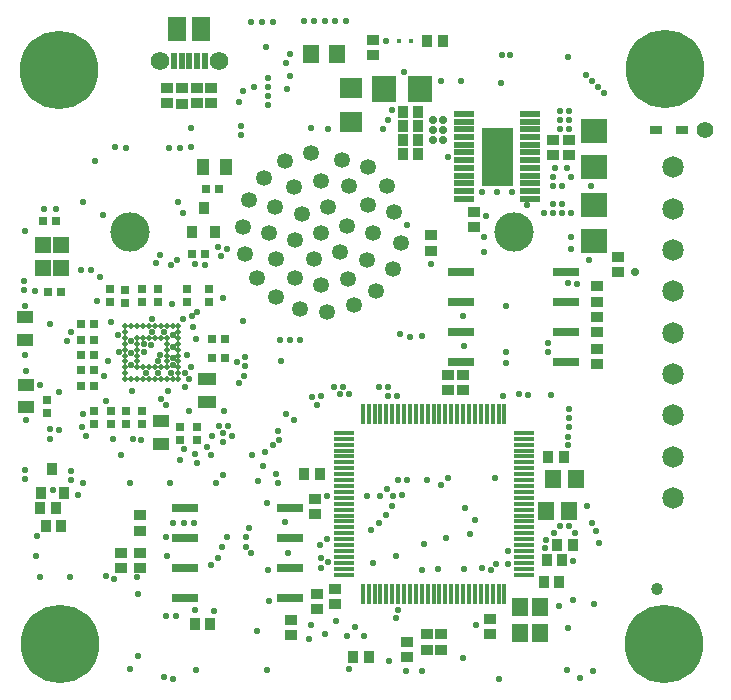
<source format=gts>
G75*
%MOIN*%
%OFA0B0*%
%FSLAX24Y24*%
%IPPOS*%
%LPD*%
%AMOC8*
5,1,8,0,0,1.08239X$1,22.5*
%
%ADD10R,0.0326X0.0404*%
%ADD11R,0.0404X0.0326*%
%ADD12R,0.0562X0.0641*%
%ADD13R,0.0601X0.0444*%
%ADD14R,0.0837X0.0916*%
%ADD15R,0.0306X0.0267*%
%ADD16R,0.0267X0.0306*%
%ADD17R,0.0522X0.0444*%
%ADD18R,0.0444X0.0522*%
%ADD19R,0.0916X0.0286*%
%ADD20R,0.0148X0.0138*%
%ADD21R,0.0360X0.0400*%
%ADD22R,0.0522X0.0601*%
%ADD23C,0.0550*%
%ADD24C,0.0621*%
%ADD25R,0.0207X0.0581*%
%ADD26R,0.0641X0.0798*%
%ADD27R,0.0710X0.0190*%
%ADD28R,0.0990X0.1890*%
%ADD29C,0.0350*%
%ADD30C,0.0000*%
%ADD31C,0.0001*%
%ADD32R,0.0160X0.0710*%
%ADD33R,0.0710X0.0160*%
%ADD34C,0.0188*%
%ADD35C,0.0530*%
%ADD36C,0.1310*%
%ADD37R,0.0522X0.0562*%
%ADD38R,0.0760X0.0680*%
%ADD39C,0.0719*%
%ADD40R,0.0444X0.0286*%
%ADD41R,0.0916X0.0837*%
%ADD42C,0.0230*%
%ADD43C,0.0404*%
%ADD44C,0.0280*%
%ADD45C,0.2615*%
D10*
X003619Y006731D03*
X004131Y006731D03*
X003951Y007321D03*
X003439Y007321D03*
X008592Y003451D03*
X009104Y003451D03*
X013875Y002366D03*
X014387Y002366D03*
X020224Y004865D03*
X020736Y004865D03*
X020829Y005589D03*
X020317Y005589D03*
X020677Y006098D03*
X021189Y006098D03*
X020882Y009039D03*
X020370Y009039D03*
X012760Y008456D03*
X012248Y008456D03*
X015531Y019123D03*
X015533Y019591D03*
X015532Y020061D03*
X015532Y020527D03*
X016043Y020527D03*
X016044Y020061D03*
X016044Y019591D03*
X016043Y019123D03*
X016347Y022890D03*
X016859Y022890D03*
D11*
X014536Y022938D03*
X014536Y022426D03*
X017908Y017214D03*
X017908Y016702D03*
X016455Y016426D03*
X016455Y015915D03*
X020525Y019085D03*
X020525Y019597D03*
X021069Y019596D03*
X021069Y019085D03*
X022707Y015715D03*
X022707Y015203D03*
X021993Y014719D03*
X021993Y014208D03*
X021995Y013713D03*
X021995Y013201D03*
X021994Y012632D03*
X021994Y012120D03*
X017522Y011771D03*
X017522Y011259D03*
X017044Y011258D03*
X017044Y011770D03*
X012590Y007643D03*
X012590Y007131D03*
X013268Y004648D03*
X013268Y004136D03*
X012652Y003959D03*
X012652Y004471D03*
X011792Y003597D03*
X011792Y003086D03*
X015681Y002870D03*
X015681Y002359D03*
X016324Y002608D03*
X016808Y002609D03*
X016808Y003120D03*
X016324Y003120D03*
X018438Y003135D03*
X018438Y003647D03*
X006759Y005337D03*
X006759Y005849D03*
X006125Y005848D03*
X006125Y005336D03*
X006768Y006572D03*
X006768Y007084D03*
X007677Y020820D03*
X008155Y020814D03*
X008663Y020817D03*
X009139Y020819D03*
X009139Y021331D03*
X008663Y021329D03*
X008155Y021326D03*
X007677Y021332D03*
D12*
X020537Y008294D03*
X021285Y008294D03*
X021054Y007243D03*
X020306Y007243D03*
D13*
X008982Y010855D03*
X008982Y011642D03*
D14*
X014915Y021294D03*
X016097Y021294D03*
D15*
X009067Y014626D03*
X009067Y014193D03*
X008320Y014191D03*
X008320Y014624D03*
X007353Y014622D03*
X007353Y014188D03*
X006835Y014186D03*
X006835Y014619D03*
X006281Y014615D03*
X006281Y014182D03*
X005764Y014187D03*
X005764Y014620D03*
X003652Y010935D03*
X003652Y010502D03*
X005221Y010554D03*
X005221Y010121D03*
X005795Y010119D03*
X005795Y010553D03*
X006308Y010555D03*
X006308Y010122D03*
X006820Y010123D03*
X006820Y010556D03*
X008104Y010021D03*
X008104Y009588D03*
X008679Y009592D03*
X008679Y010025D03*
D16*
X009154Y012330D03*
X009587Y012330D03*
X009592Y012955D03*
X009159Y012955D03*
X008944Y015815D03*
X008511Y015815D03*
X008974Y017964D03*
X009407Y017964D03*
X005240Y013454D03*
X004807Y013454D03*
X004806Y012943D03*
X005239Y012943D03*
X005242Y012436D03*
X004809Y012436D03*
X004806Y011923D03*
X005239Y011923D03*
X005241Y011406D03*
X004808Y011406D03*
X004147Y014537D03*
X003714Y014537D03*
X003520Y016885D03*
X003953Y016885D03*
D17*
X002940Y013684D03*
X002940Y012936D03*
X002950Y011433D03*
X002950Y010685D03*
X007452Y010217D03*
X007452Y009469D03*
D18*
X008870Y018683D03*
X009618Y018683D03*
D19*
X017471Y015205D03*
X017471Y014205D03*
X017471Y013205D03*
X017471Y012205D03*
X020971Y012205D03*
X020971Y013205D03*
X020971Y014205D03*
X020971Y015205D03*
X011750Y007336D03*
X011750Y006336D03*
X011750Y005336D03*
X011750Y004336D03*
X008250Y004336D03*
X008250Y005336D03*
X008250Y006336D03*
X008250Y007336D03*
D20*
X015394Y022895D03*
X015797Y022895D03*
D21*
X009274Y016535D03*
X008514Y016535D03*
X008894Y017335D03*
X003841Y008627D03*
X004221Y007827D03*
X003461Y007827D03*
D22*
X012468Y022476D03*
X013334Y022476D03*
X019446Y004035D03*
X020115Y004035D03*
X020115Y003169D03*
X019446Y003169D03*
D23*
X025608Y019935D03*
D24*
X009391Y022245D03*
X007422Y022245D03*
D25*
X007894Y022245D03*
X008150Y022245D03*
X008406Y022245D03*
X008662Y022245D03*
X008918Y022245D03*
D26*
X008800Y023308D03*
X008013Y023308D03*
D27*
X017554Y020463D03*
X017554Y020207D03*
X017554Y019951D03*
X017554Y019695D03*
X017554Y019439D03*
X017554Y019183D03*
X017554Y018927D03*
X017554Y018672D03*
X017554Y018416D03*
X017554Y018160D03*
X017554Y017904D03*
X017554Y017648D03*
X019774Y017648D03*
X019774Y017904D03*
X019774Y018160D03*
X019774Y018416D03*
X019774Y018672D03*
X019774Y018927D03*
X019774Y019183D03*
X019774Y019439D03*
X019774Y019695D03*
X019774Y019951D03*
X019774Y020207D03*
X019774Y020463D03*
D28*
X018664Y019055D03*
D29*
X018664Y019055D03*
X018664Y018745D03*
X018974Y018745D03*
X018974Y019055D03*
X018974Y019365D03*
X018664Y019365D03*
X018354Y019365D03*
X018354Y019055D03*
X018354Y018745D03*
X018354Y018435D03*
X018664Y018435D03*
X018974Y018435D03*
X018974Y019675D03*
X018664Y019675D03*
X018354Y019675D03*
D30*
X018164Y019595D02*
X018164Y019445D01*
X019164Y019445D01*
X019164Y019595D01*
X018164Y019595D01*
X018164Y019755D02*
X018164Y020005D01*
X018164Y018105D01*
X018274Y018105D01*
X018274Y020005D01*
X018164Y020005D01*
X019164Y020005D01*
X019164Y018105D01*
X019054Y018105D01*
X019054Y020005D01*
X019164Y020005D01*
X019164Y019755D01*
X018164Y019755D01*
X018434Y020005D02*
X018434Y018105D01*
X018584Y018105D01*
X018584Y020005D01*
X018434Y020005D01*
X018744Y020005D02*
X018744Y018105D01*
X018894Y018105D01*
X018894Y020005D01*
X018744Y020005D01*
X019164Y019285D02*
X019164Y019135D01*
X018164Y019135D01*
X018164Y019285D01*
X019164Y019285D01*
X019164Y018975D02*
X019164Y018825D01*
X018164Y018825D01*
X018164Y018975D01*
X019164Y018975D01*
X019164Y018665D02*
X019164Y018515D01*
X018164Y018515D01*
X018164Y018665D01*
X019164Y018665D01*
X019164Y018355D02*
X019164Y018105D01*
X018164Y018105D01*
X018164Y018355D01*
X019164Y018355D01*
D31*
X019054Y018355D01*
X019054Y018356D02*
X019164Y018356D01*
X019164Y018357D02*
X019054Y018357D01*
X019054Y018358D02*
X019164Y018358D01*
X019164Y018359D02*
X019054Y018359D01*
X019054Y018360D02*
X019164Y018360D01*
X019164Y018361D02*
X019054Y018361D01*
X019054Y018362D02*
X019164Y018362D01*
X019164Y018363D02*
X019054Y018363D01*
X019054Y018364D02*
X019164Y018364D01*
X019164Y018365D02*
X019054Y018365D01*
X019054Y018366D02*
X019164Y018366D01*
X019164Y018367D02*
X019054Y018367D01*
X019054Y018368D02*
X019164Y018368D01*
X019164Y018369D02*
X019054Y018369D01*
X019054Y018370D02*
X019164Y018370D01*
X019164Y018371D02*
X019054Y018371D01*
X019054Y018372D02*
X019164Y018372D01*
X019164Y018373D02*
X019054Y018373D01*
X019054Y018374D02*
X019164Y018374D01*
X019164Y018375D02*
X019054Y018375D01*
X019054Y018376D02*
X019164Y018376D01*
X019164Y018377D02*
X019054Y018377D01*
X019054Y018378D02*
X019164Y018378D01*
X019164Y018379D02*
X019054Y018379D01*
X019054Y018380D02*
X019164Y018380D01*
X019164Y018381D02*
X019054Y018381D01*
X019054Y018382D02*
X019164Y018382D01*
X019164Y018383D02*
X019054Y018383D01*
X019054Y018384D02*
X019164Y018384D01*
X019164Y018385D02*
X019054Y018385D01*
X019054Y018386D02*
X019164Y018386D01*
X019164Y018387D02*
X019054Y018387D01*
X019054Y018388D02*
X019164Y018388D01*
X019164Y018389D02*
X019054Y018389D01*
X019054Y018390D02*
X019164Y018390D01*
X019164Y018391D02*
X019054Y018391D01*
X019054Y018392D02*
X019164Y018392D01*
X019164Y018393D02*
X019054Y018393D01*
X019054Y018394D02*
X019164Y018394D01*
X019164Y018395D02*
X019054Y018395D01*
X019054Y018396D02*
X019164Y018396D01*
X019164Y018397D02*
X019054Y018397D01*
X019054Y018398D02*
X019164Y018398D01*
X019164Y018399D02*
X019054Y018399D01*
X019054Y018400D02*
X019164Y018400D01*
X019164Y018401D02*
X019054Y018401D01*
X019054Y018402D02*
X019164Y018402D01*
X019164Y018403D02*
X019054Y018403D01*
X019054Y018404D02*
X019164Y018404D01*
X019164Y018405D02*
X019054Y018405D01*
X019054Y018406D02*
X019164Y018406D01*
X019164Y018407D02*
X019054Y018407D01*
X019054Y018408D02*
X019164Y018408D01*
X019164Y018409D02*
X019054Y018409D01*
X019054Y018410D02*
X019164Y018410D01*
X019164Y018411D02*
X019054Y018411D01*
X019054Y018412D02*
X019164Y018412D01*
X019164Y018413D02*
X019054Y018413D01*
X019054Y018414D02*
X019164Y018414D01*
X019164Y018415D02*
X019054Y018415D01*
X019054Y018416D02*
X019164Y018416D01*
X019164Y018417D02*
X019054Y018417D01*
X019054Y018418D02*
X019164Y018418D01*
X019164Y018419D02*
X019054Y018419D01*
X019054Y018420D02*
X019164Y018420D01*
X019164Y018421D02*
X019054Y018421D01*
X019054Y018422D02*
X019164Y018422D01*
X019164Y018423D02*
X019054Y018423D01*
X019054Y018424D02*
X019164Y018424D01*
X019164Y018425D02*
X019054Y018425D01*
X019054Y018426D02*
X019164Y018426D01*
X019164Y018427D02*
X019054Y018427D01*
X019054Y018428D02*
X019164Y018428D01*
X019164Y018429D02*
X019054Y018429D01*
X019054Y018430D02*
X019164Y018430D01*
X019164Y018431D02*
X019054Y018431D01*
X019054Y018432D02*
X019164Y018432D01*
X019164Y018433D02*
X019054Y018433D01*
X019054Y018434D02*
X019164Y018434D01*
X019164Y018435D02*
X019054Y018435D01*
X019054Y018436D02*
X019164Y018436D01*
X019164Y018437D02*
X019054Y018437D01*
X019054Y018438D02*
X019164Y018438D01*
X019164Y018439D02*
X019054Y018439D01*
X019054Y018440D02*
X019164Y018440D01*
X019164Y018441D02*
X019054Y018441D01*
X019054Y018442D02*
X019164Y018442D01*
X019164Y018443D02*
X019054Y018443D01*
X019054Y018444D02*
X019164Y018444D01*
X019164Y018445D02*
X019054Y018445D01*
X019054Y018446D02*
X019164Y018446D01*
X019164Y018447D02*
X019054Y018447D01*
X019054Y018448D02*
X019164Y018448D01*
X019164Y018449D02*
X019054Y018449D01*
X019054Y018450D02*
X019164Y018450D01*
X019164Y018451D02*
X019054Y018451D01*
X019054Y018452D02*
X019164Y018452D01*
X019164Y018453D02*
X019054Y018453D01*
X019054Y018454D02*
X019164Y018454D01*
X019164Y018455D02*
X019054Y018455D01*
X019054Y018456D02*
X019164Y018456D01*
X019164Y018457D02*
X019054Y018457D01*
X019054Y018458D02*
X019164Y018458D01*
X019164Y018459D02*
X019054Y018459D01*
X019054Y018460D02*
X019164Y018460D01*
X019164Y018461D02*
X019054Y018461D01*
X019054Y018462D02*
X019164Y018462D01*
X019164Y018463D02*
X019054Y018463D01*
X019054Y018464D02*
X019164Y018464D01*
X019164Y018465D02*
X019054Y018465D01*
X019054Y018466D02*
X019164Y018466D01*
X019164Y018467D02*
X019054Y018467D01*
X019054Y018468D02*
X019164Y018468D01*
X019164Y018469D02*
X019054Y018469D01*
X019054Y018470D02*
X019164Y018470D01*
X019164Y018471D02*
X019054Y018471D01*
X019054Y018472D02*
X019164Y018472D01*
X019164Y018473D02*
X019054Y018473D01*
X019054Y018474D02*
X019164Y018474D01*
X019164Y018475D02*
X019054Y018475D01*
X019054Y018476D02*
X019164Y018476D01*
X019164Y018477D02*
X019054Y018477D01*
X019054Y018478D02*
X019164Y018478D01*
X019164Y018479D02*
X019054Y018479D01*
X019054Y018480D02*
X019164Y018480D01*
X019164Y018481D02*
X019054Y018481D01*
X019054Y018482D02*
X019164Y018482D01*
X019164Y018483D02*
X019054Y018483D01*
X019054Y018484D02*
X019164Y018484D01*
X019164Y018485D02*
X019054Y018485D01*
X019054Y018486D02*
X019164Y018486D01*
X019164Y018487D02*
X019054Y018487D01*
X019054Y018488D02*
X019164Y018488D01*
X019164Y018489D02*
X019054Y018489D01*
X019054Y018490D02*
X019164Y018490D01*
X019164Y018491D02*
X019054Y018491D01*
X019054Y018492D02*
X019164Y018492D01*
X019164Y018493D02*
X019054Y018493D01*
X019054Y018494D02*
X019164Y018494D01*
X019164Y018495D02*
X019054Y018495D01*
X019054Y018496D02*
X019164Y018496D01*
X019164Y018497D02*
X019054Y018497D01*
X019054Y018498D02*
X019164Y018498D01*
X019164Y018499D02*
X019054Y018499D01*
X019054Y018500D02*
X019164Y018500D01*
X019164Y018501D02*
X019054Y018501D01*
X019054Y018502D02*
X019164Y018502D01*
X019164Y018503D02*
X019054Y018503D01*
X019054Y018504D02*
X019164Y018504D01*
X019164Y018505D02*
X019054Y018505D01*
X019054Y018506D02*
X019164Y018506D01*
X019164Y018507D02*
X019054Y018507D01*
X019054Y018508D02*
X019164Y018508D01*
X019164Y018509D02*
X019054Y018509D01*
X019054Y018510D02*
X019164Y018510D01*
X019164Y018511D02*
X019054Y018511D01*
X019054Y018512D02*
X019164Y018512D01*
X019164Y018513D02*
X019054Y018513D01*
X019054Y018514D02*
X019164Y018514D01*
X019164Y018515D02*
X019054Y018515D01*
X019054Y018516D02*
X019164Y018516D01*
X018164Y018516D01*
X018274Y018516D01*
X018274Y018517D02*
X018164Y018517D01*
X019164Y018517D01*
X019054Y018517D01*
X019054Y018518D02*
X019164Y018518D01*
X018164Y018518D01*
X018274Y018518D01*
X018274Y018519D02*
X018164Y018519D01*
X018274Y018519D01*
X018274Y018520D02*
X018164Y018520D01*
X019164Y018520D01*
X019054Y018520D01*
X019054Y018519D02*
X019164Y018519D01*
X019054Y018519D01*
X019054Y018521D02*
X019164Y018521D01*
X018164Y018521D01*
X018274Y018521D01*
X018274Y018522D02*
X018164Y018522D01*
X019164Y018522D01*
X019054Y018522D01*
X019054Y018523D02*
X019164Y018523D01*
X018164Y018523D01*
X018274Y018523D01*
X018274Y018524D02*
X018164Y018524D01*
X019164Y018524D01*
X019054Y018524D01*
X019054Y018525D02*
X019164Y018525D01*
X018164Y018525D01*
X018274Y018525D01*
X018274Y018526D02*
X018164Y018526D01*
X019164Y018526D01*
X019054Y018526D01*
X019054Y018527D02*
X019164Y018527D01*
X018164Y018527D01*
X018274Y018527D01*
X018274Y018528D02*
X018164Y018528D01*
X019164Y018528D01*
X019054Y018528D01*
X019054Y018529D02*
X019164Y018529D01*
X018164Y018529D01*
X018274Y018529D01*
X018274Y018530D02*
X018164Y018530D01*
X019164Y018530D01*
X019054Y018530D01*
X019054Y018531D02*
X019164Y018531D01*
X018164Y018531D01*
X018274Y018531D01*
X018274Y018532D02*
X018164Y018532D01*
X019164Y018532D01*
X019054Y018532D01*
X019054Y018533D02*
X019164Y018533D01*
X018164Y018533D01*
X018274Y018533D01*
X018274Y018534D02*
X018164Y018534D01*
X019164Y018534D01*
X019054Y018534D01*
X019054Y018535D02*
X019164Y018535D01*
X018164Y018535D01*
X018274Y018535D01*
X018274Y018536D02*
X018164Y018536D01*
X019164Y018536D01*
X019054Y018536D01*
X019054Y018537D02*
X019164Y018537D01*
X018164Y018537D01*
X018274Y018537D01*
X018274Y018538D02*
X018164Y018538D01*
X019164Y018538D01*
X019054Y018538D01*
X019054Y018539D02*
X019164Y018539D01*
X018164Y018539D01*
X018274Y018539D01*
X018274Y018540D02*
X018164Y018540D01*
X019164Y018540D01*
X019054Y018540D01*
X019054Y018541D02*
X019164Y018541D01*
X018164Y018541D01*
X018274Y018541D01*
X018274Y018542D02*
X018164Y018542D01*
X019164Y018542D01*
X019054Y018542D01*
X019054Y018543D02*
X019164Y018543D01*
X018164Y018543D01*
X018274Y018543D01*
X018274Y018544D02*
X018164Y018544D01*
X019164Y018544D01*
X019054Y018544D01*
X019054Y018545D02*
X019164Y018545D01*
X018164Y018545D01*
X018274Y018545D01*
X018274Y018546D02*
X018164Y018546D01*
X019164Y018546D01*
X019054Y018546D01*
X019054Y018547D02*
X019164Y018547D01*
X018164Y018547D01*
X018274Y018547D01*
X018274Y018548D02*
X018164Y018548D01*
X019164Y018548D01*
X019054Y018548D01*
X019054Y018549D02*
X019164Y018549D01*
X018164Y018549D01*
X018274Y018549D01*
X018274Y018550D02*
X018164Y018550D01*
X019164Y018550D01*
X019054Y018550D01*
X019054Y018551D02*
X019164Y018551D01*
X018164Y018551D01*
X018274Y018551D01*
X018274Y018552D02*
X018164Y018552D01*
X019164Y018552D01*
X019054Y018552D01*
X019054Y018553D02*
X019164Y018553D01*
X018164Y018553D01*
X018274Y018553D01*
X018274Y018554D02*
X018164Y018554D01*
X019164Y018554D01*
X019054Y018554D01*
X019054Y018555D02*
X019164Y018555D01*
X018164Y018555D01*
X018274Y018555D01*
X018274Y018556D02*
X018164Y018556D01*
X019164Y018556D01*
X019054Y018556D01*
X019054Y018557D02*
X019164Y018557D01*
X018164Y018557D01*
X018274Y018557D01*
X018274Y018558D02*
X018164Y018558D01*
X019164Y018558D01*
X019054Y018558D01*
X019054Y018559D02*
X019164Y018559D01*
X018164Y018559D01*
X018274Y018559D01*
X018274Y018560D02*
X018164Y018560D01*
X019164Y018560D01*
X019054Y018560D01*
X019054Y018561D02*
X019164Y018561D01*
X018164Y018561D01*
X018274Y018561D01*
X018274Y018562D02*
X018164Y018562D01*
X019164Y018562D01*
X019054Y018562D01*
X019054Y018563D02*
X019164Y018563D01*
X018164Y018563D01*
X018274Y018563D01*
X018274Y018564D02*
X018164Y018564D01*
X019164Y018564D01*
X019054Y018564D01*
X019054Y018565D02*
X019164Y018565D01*
X018164Y018565D01*
X018274Y018565D01*
X018274Y018566D02*
X018164Y018566D01*
X019164Y018566D01*
X019054Y018566D01*
X019054Y018567D02*
X019164Y018567D01*
X018164Y018567D01*
X018274Y018567D01*
X018274Y018568D02*
X018164Y018568D01*
X019164Y018568D01*
X019054Y018568D01*
X019054Y018569D02*
X019164Y018569D01*
X018164Y018569D01*
X018274Y018569D01*
X018274Y018570D02*
X018164Y018570D01*
X019164Y018570D01*
X019054Y018570D01*
X019054Y018571D02*
X019164Y018571D01*
X018164Y018571D01*
X018274Y018571D01*
X018274Y018572D02*
X018164Y018572D01*
X019164Y018572D01*
X019054Y018572D01*
X019054Y018573D02*
X019164Y018573D01*
X018164Y018573D01*
X018274Y018573D01*
X018274Y018574D02*
X018164Y018574D01*
X019164Y018574D01*
X019054Y018574D01*
X019054Y018575D02*
X019164Y018575D01*
X018164Y018575D01*
X018274Y018575D01*
X018274Y018576D02*
X018164Y018576D01*
X019164Y018576D01*
X019054Y018576D01*
X019054Y018577D02*
X019164Y018577D01*
X018164Y018577D01*
X018274Y018577D01*
X018274Y018578D02*
X018164Y018578D01*
X019164Y018578D01*
X019054Y018578D01*
X019054Y018579D02*
X019164Y018579D01*
X018164Y018579D01*
X018274Y018579D01*
X018274Y018580D02*
X018164Y018580D01*
X019164Y018580D01*
X019054Y018580D01*
X019054Y018581D02*
X019164Y018581D01*
X018164Y018581D01*
X018274Y018581D01*
X018274Y018582D02*
X018164Y018582D01*
X019164Y018582D01*
X019054Y018582D01*
X019054Y018583D02*
X019164Y018583D01*
X018164Y018583D01*
X018274Y018583D01*
X018274Y018584D02*
X018164Y018584D01*
X019164Y018584D01*
X019054Y018584D01*
X019054Y018585D02*
X019164Y018585D01*
X018164Y018585D01*
X018274Y018585D01*
X018274Y018586D02*
X018164Y018586D01*
X019164Y018586D01*
X019054Y018586D01*
X019054Y018587D02*
X019164Y018587D01*
X018164Y018587D01*
X018274Y018587D01*
X018274Y018588D02*
X018164Y018588D01*
X019164Y018588D01*
X019054Y018588D01*
X019054Y018589D02*
X019164Y018589D01*
X018164Y018589D01*
X018274Y018589D01*
X018274Y018590D02*
X018164Y018590D01*
X019164Y018590D01*
X019054Y018590D01*
X019054Y018591D02*
X019164Y018591D01*
X018164Y018591D01*
X018274Y018591D01*
X018274Y018592D02*
X018164Y018592D01*
X019164Y018592D01*
X019054Y018592D01*
X019054Y018593D02*
X019164Y018593D01*
X018164Y018593D01*
X018274Y018593D01*
X018274Y018594D02*
X018164Y018594D01*
X019164Y018594D01*
X019054Y018594D01*
X019054Y018595D02*
X019164Y018595D01*
X018164Y018595D01*
X018274Y018595D01*
X018274Y018596D02*
X018164Y018596D01*
X019164Y018596D01*
X019054Y018596D01*
X019054Y018597D02*
X019164Y018597D01*
X018164Y018597D01*
X018274Y018597D01*
X018274Y018598D02*
X018164Y018598D01*
X019164Y018598D01*
X019054Y018598D01*
X019054Y018599D02*
X019164Y018599D01*
X018164Y018599D01*
X018274Y018599D01*
X018274Y018600D02*
X018164Y018600D01*
X019164Y018600D01*
X019054Y018600D01*
X019054Y018601D02*
X019164Y018601D01*
X018164Y018601D01*
X018274Y018601D01*
X018274Y018602D02*
X018164Y018602D01*
X019164Y018602D01*
X019054Y018602D01*
X019054Y018603D02*
X019164Y018603D01*
X018164Y018603D01*
X018274Y018603D01*
X018274Y018604D02*
X018164Y018604D01*
X019164Y018604D01*
X019054Y018604D01*
X019054Y018605D02*
X019164Y018605D01*
X018164Y018605D01*
X018274Y018605D01*
X018274Y018606D02*
X018164Y018606D01*
X019164Y018606D01*
X019054Y018606D01*
X019054Y018607D02*
X019164Y018607D01*
X018164Y018607D01*
X018274Y018607D01*
X018274Y018608D02*
X018164Y018608D01*
X019164Y018608D01*
X019054Y018608D01*
X019054Y018609D02*
X019164Y018609D01*
X018164Y018609D01*
X018274Y018609D01*
X018274Y018610D02*
X018164Y018610D01*
X019164Y018610D01*
X019054Y018610D01*
X019054Y018611D02*
X019164Y018611D01*
X018164Y018611D01*
X018274Y018611D01*
X018274Y018612D02*
X018164Y018612D01*
X019164Y018612D01*
X019054Y018612D01*
X019054Y018613D02*
X019164Y018613D01*
X018164Y018613D01*
X018274Y018613D01*
X018274Y018614D02*
X018164Y018614D01*
X019164Y018614D01*
X019054Y018614D01*
X019054Y018615D02*
X019164Y018615D01*
X018164Y018615D01*
X018274Y018615D01*
X018274Y018616D02*
X018164Y018616D01*
X019164Y018616D01*
X019054Y018616D01*
X019054Y018617D02*
X019164Y018617D01*
X018164Y018617D01*
X018274Y018617D01*
X018274Y018618D02*
X018164Y018618D01*
X019164Y018618D01*
X019054Y018618D01*
X019054Y018619D02*
X019164Y018619D01*
X018164Y018619D01*
X018274Y018619D01*
X018274Y018620D02*
X018164Y018620D01*
X019164Y018620D01*
X019054Y018620D01*
X019054Y018621D02*
X019164Y018621D01*
X018164Y018621D01*
X018274Y018621D01*
X018274Y018622D02*
X018164Y018622D01*
X019164Y018622D01*
X019054Y018622D01*
X019054Y018623D02*
X019164Y018623D01*
X018164Y018623D01*
X018274Y018623D01*
X018274Y018624D02*
X018164Y018624D01*
X019164Y018624D01*
X019054Y018624D01*
X019054Y018625D02*
X019164Y018625D01*
X018164Y018625D01*
X018274Y018625D01*
X018274Y018626D02*
X018164Y018626D01*
X019164Y018626D01*
X019054Y018626D01*
X019054Y018627D02*
X019164Y018627D01*
X018164Y018627D01*
X018274Y018627D01*
X018274Y018628D02*
X018164Y018628D01*
X019164Y018628D01*
X019054Y018628D01*
X019054Y018629D02*
X019164Y018629D01*
X018164Y018629D01*
X018274Y018629D01*
X018274Y018630D02*
X018164Y018630D01*
X019164Y018630D01*
X019054Y018630D01*
X019054Y018631D02*
X019164Y018631D01*
X018164Y018631D01*
X018274Y018631D01*
X018274Y018632D02*
X018164Y018632D01*
X019164Y018632D01*
X019054Y018632D01*
X019054Y018633D02*
X019164Y018633D01*
X018164Y018633D01*
X018274Y018633D01*
X018274Y018634D02*
X018164Y018634D01*
X019164Y018634D01*
X019054Y018634D01*
X019054Y018635D02*
X019164Y018635D01*
X018164Y018635D01*
X018274Y018635D01*
X018274Y018636D02*
X018164Y018636D01*
X019164Y018636D01*
X019054Y018636D01*
X019054Y018637D02*
X019164Y018637D01*
X018164Y018637D01*
X018274Y018637D01*
X018274Y018638D02*
X018164Y018638D01*
X019164Y018638D01*
X019054Y018638D01*
X019054Y018639D02*
X019164Y018639D01*
X018164Y018639D01*
X018274Y018639D01*
X018274Y018640D02*
X018164Y018640D01*
X019164Y018640D01*
X019054Y018640D01*
X019054Y018641D02*
X019164Y018641D01*
X018164Y018641D01*
X018274Y018641D01*
X018274Y018642D02*
X018164Y018642D01*
X019164Y018642D01*
X019054Y018642D01*
X019054Y018643D02*
X019164Y018643D01*
X018164Y018643D01*
X018274Y018643D01*
X018274Y018644D02*
X018164Y018644D01*
X019164Y018644D01*
X019054Y018644D01*
X019054Y018645D02*
X019164Y018645D01*
X018164Y018645D01*
X018274Y018645D01*
X018274Y018646D02*
X018164Y018646D01*
X019164Y018646D01*
X019054Y018646D01*
X019054Y018647D02*
X019164Y018647D01*
X018164Y018647D01*
X018274Y018647D01*
X018274Y018648D02*
X018164Y018648D01*
X019164Y018648D01*
X019054Y018648D01*
X019054Y018649D02*
X019164Y018649D01*
X018164Y018649D01*
X018274Y018649D01*
X018274Y018650D02*
X018164Y018650D01*
X019164Y018650D01*
X019054Y018650D01*
X019054Y018651D02*
X019164Y018651D01*
X018164Y018651D01*
X018274Y018651D01*
X018274Y018652D02*
X018164Y018652D01*
X019164Y018652D01*
X019054Y018652D01*
X019054Y018653D02*
X019164Y018653D01*
X018164Y018653D01*
X018274Y018653D01*
X018274Y018654D02*
X018164Y018654D01*
X019164Y018654D01*
X019054Y018654D01*
X019054Y018655D02*
X019164Y018655D01*
X018164Y018655D01*
X018274Y018655D01*
X018274Y018656D02*
X018164Y018656D01*
X019164Y018656D01*
X019054Y018656D01*
X019054Y018657D02*
X019164Y018657D01*
X018164Y018657D01*
X018274Y018657D01*
X018274Y018658D02*
X018164Y018658D01*
X019164Y018658D01*
X019054Y018658D01*
X019054Y018659D02*
X019164Y018659D01*
X018164Y018659D01*
X018274Y018659D01*
X018274Y018660D02*
X018164Y018660D01*
X019164Y018660D01*
X019054Y018660D01*
X019054Y018661D02*
X019164Y018661D01*
X018164Y018661D01*
X018274Y018661D01*
X018274Y018662D02*
X018164Y018662D01*
X019164Y018662D01*
X019054Y018662D01*
X019054Y018663D02*
X019164Y018663D01*
X018164Y018663D01*
X018274Y018663D01*
X018274Y018664D02*
X018164Y018664D01*
X019164Y018664D01*
X019054Y018664D01*
X019054Y018665D02*
X019164Y018665D01*
X018164Y018665D01*
X018274Y018665D01*
X018274Y018666D02*
X018164Y018666D01*
X018164Y018667D02*
X018274Y018667D01*
X018274Y018668D02*
X018164Y018668D01*
X018164Y018669D02*
X018274Y018669D01*
X018274Y018670D02*
X018164Y018670D01*
X018164Y018671D02*
X018274Y018671D01*
X018274Y018672D02*
X018164Y018672D01*
X018164Y018673D02*
X018274Y018673D01*
X018274Y018674D02*
X018164Y018674D01*
X018164Y018675D02*
X018274Y018675D01*
X018274Y018676D02*
X018164Y018676D01*
X018164Y018677D02*
X018274Y018677D01*
X018274Y018678D02*
X018164Y018678D01*
X018164Y018679D02*
X018274Y018679D01*
X018274Y018680D02*
X018164Y018680D01*
X018164Y018681D02*
X018274Y018681D01*
X018274Y018682D02*
X018164Y018682D01*
X018164Y018683D02*
X018274Y018683D01*
X018274Y018684D02*
X018164Y018684D01*
X018164Y018685D02*
X018274Y018685D01*
X018274Y018686D02*
X018164Y018686D01*
X018164Y018687D02*
X018274Y018687D01*
X018274Y018688D02*
X018164Y018688D01*
X018164Y018689D02*
X018274Y018689D01*
X018274Y018690D02*
X018164Y018690D01*
X018164Y018691D02*
X018274Y018691D01*
X018274Y018692D02*
X018164Y018692D01*
X018164Y018693D02*
X018274Y018693D01*
X018274Y018694D02*
X018164Y018694D01*
X018164Y018695D02*
X018274Y018695D01*
X018274Y018696D02*
X018164Y018696D01*
X018164Y018697D02*
X018274Y018697D01*
X018274Y018698D02*
X018164Y018698D01*
X018164Y018699D02*
X018274Y018699D01*
X018274Y018700D02*
X018164Y018700D01*
X018164Y018701D02*
X018274Y018701D01*
X018274Y018702D02*
X018164Y018702D01*
X018164Y018703D02*
X018274Y018703D01*
X018274Y018704D02*
X018164Y018704D01*
X018164Y018705D02*
X018274Y018705D01*
X018274Y018706D02*
X018164Y018706D01*
X018164Y018707D02*
X018274Y018707D01*
X018274Y018708D02*
X018164Y018708D01*
X018164Y018709D02*
X018274Y018709D01*
X018274Y018710D02*
X018164Y018710D01*
X018164Y018711D02*
X018274Y018711D01*
X018274Y018712D02*
X018164Y018712D01*
X018164Y018713D02*
X018274Y018713D01*
X018274Y018714D02*
X018164Y018714D01*
X018164Y018715D02*
X018274Y018715D01*
X018274Y018716D02*
X018164Y018716D01*
X018164Y018717D02*
X018274Y018717D01*
X018274Y018718D02*
X018164Y018718D01*
X018164Y018719D02*
X018274Y018719D01*
X018274Y018720D02*
X018164Y018720D01*
X018164Y018721D02*
X018274Y018721D01*
X018274Y018722D02*
X018164Y018722D01*
X018164Y018723D02*
X018274Y018723D01*
X018274Y018724D02*
X018164Y018724D01*
X018164Y018725D02*
X018274Y018725D01*
X018274Y018726D02*
X018164Y018726D01*
X018164Y018727D02*
X018274Y018727D01*
X018274Y018728D02*
X018164Y018728D01*
X018164Y018729D02*
X018274Y018729D01*
X018274Y018730D02*
X018164Y018730D01*
X018164Y018731D02*
X018274Y018731D01*
X018274Y018732D02*
X018164Y018732D01*
X018164Y018733D02*
X018274Y018733D01*
X018274Y018734D02*
X018164Y018734D01*
X018164Y018735D02*
X018274Y018735D01*
X018274Y018736D02*
X018164Y018736D01*
X018164Y018737D02*
X018274Y018737D01*
X018274Y018738D02*
X018164Y018738D01*
X018164Y018739D02*
X018274Y018739D01*
X018274Y018740D02*
X018164Y018740D01*
X018164Y018741D02*
X018274Y018741D01*
X018274Y018742D02*
X018164Y018742D01*
X018164Y018743D02*
X018274Y018743D01*
X018274Y018744D02*
X018164Y018744D01*
X018164Y018745D02*
X018274Y018745D01*
X018274Y018746D02*
X018164Y018746D01*
X018164Y018747D02*
X018274Y018747D01*
X018274Y018748D02*
X018164Y018748D01*
X018164Y018749D02*
X018274Y018749D01*
X018274Y018750D02*
X018164Y018750D01*
X018164Y018751D02*
X018274Y018751D01*
X018274Y018752D02*
X018164Y018752D01*
X018164Y018753D02*
X018274Y018753D01*
X018274Y018754D02*
X018164Y018754D01*
X018164Y018755D02*
X018274Y018755D01*
X018274Y018756D02*
X018164Y018756D01*
X018164Y018757D02*
X018274Y018757D01*
X018274Y018758D02*
X018164Y018758D01*
X018164Y018759D02*
X018274Y018759D01*
X018274Y018760D02*
X018164Y018760D01*
X018164Y018761D02*
X018274Y018761D01*
X018274Y018762D02*
X018164Y018762D01*
X018164Y018763D02*
X018274Y018763D01*
X018274Y018764D02*
X018164Y018764D01*
X018164Y018765D02*
X018274Y018765D01*
X018274Y018766D02*
X018164Y018766D01*
X018164Y018767D02*
X018274Y018767D01*
X018274Y018768D02*
X018164Y018768D01*
X018164Y018769D02*
X018274Y018769D01*
X018274Y018770D02*
X018164Y018770D01*
X018164Y018771D02*
X018274Y018771D01*
X018274Y018772D02*
X018164Y018772D01*
X018164Y018773D02*
X018274Y018773D01*
X018274Y018774D02*
X018164Y018774D01*
X018164Y018775D02*
X018274Y018775D01*
X018274Y018776D02*
X018164Y018776D01*
X018164Y018777D02*
X018274Y018777D01*
X018274Y018778D02*
X018164Y018778D01*
X018164Y018779D02*
X018274Y018779D01*
X018274Y018780D02*
X018164Y018780D01*
X018164Y018781D02*
X018274Y018781D01*
X018274Y018782D02*
X018164Y018782D01*
X018164Y018783D02*
X018274Y018783D01*
X018274Y018784D02*
X018164Y018784D01*
X018164Y018785D02*
X018274Y018785D01*
X018274Y018786D02*
X018164Y018786D01*
X018164Y018787D02*
X018274Y018787D01*
X018274Y018788D02*
X018164Y018788D01*
X018164Y018789D02*
X018274Y018789D01*
X018274Y018790D02*
X018164Y018790D01*
X018164Y018791D02*
X018274Y018791D01*
X018274Y018792D02*
X018164Y018792D01*
X018164Y018793D02*
X018274Y018793D01*
X018274Y018794D02*
X018164Y018794D01*
X018164Y018795D02*
X018274Y018795D01*
X018274Y018796D02*
X018164Y018796D01*
X018164Y018797D02*
X018274Y018797D01*
X018274Y018798D02*
X018164Y018798D01*
X018164Y018799D02*
X018274Y018799D01*
X018274Y018800D02*
X018164Y018800D01*
X018164Y018801D02*
X018274Y018801D01*
X018274Y018802D02*
X018164Y018802D01*
X018164Y018803D02*
X018274Y018803D01*
X018274Y018804D02*
X018164Y018804D01*
X018164Y018805D02*
X018274Y018805D01*
X018274Y018806D02*
X018164Y018806D01*
X018164Y018807D02*
X018274Y018807D01*
X018274Y018808D02*
X018164Y018808D01*
X018164Y018809D02*
X018274Y018809D01*
X018274Y018810D02*
X018164Y018810D01*
X018164Y018811D02*
X018274Y018811D01*
X018274Y018812D02*
X018164Y018812D01*
X018164Y018813D02*
X018274Y018813D01*
X018274Y018814D02*
X018164Y018814D01*
X018164Y018815D02*
X018274Y018815D01*
X018274Y018816D02*
X018164Y018816D01*
X018164Y018817D02*
X018274Y018817D01*
X018274Y018818D02*
X018164Y018818D01*
X018164Y018819D02*
X018274Y018819D01*
X018274Y018820D02*
X018164Y018820D01*
X018164Y018821D02*
X018274Y018821D01*
X018274Y018822D02*
X018164Y018822D01*
X018164Y018823D02*
X018274Y018823D01*
X018274Y018824D02*
X018164Y018824D01*
X018164Y018825D02*
X018274Y018825D01*
X018274Y018826D02*
X018164Y018826D01*
X019164Y018826D01*
X019054Y018826D01*
X019054Y018825D02*
X019164Y018825D01*
X019164Y018824D02*
X019054Y018824D01*
X019054Y018823D02*
X019164Y018823D01*
X019164Y018822D02*
X019054Y018822D01*
X019054Y018821D02*
X019164Y018821D01*
X019164Y018820D02*
X019054Y018820D01*
X019054Y018819D02*
X019164Y018819D01*
X019164Y018818D02*
X019054Y018818D01*
X019054Y018817D02*
X019164Y018817D01*
X019164Y018816D02*
X019054Y018816D01*
X019054Y018815D02*
X019164Y018815D01*
X019164Y018814D02*
X019054Y018814D01*
X019054Y018813D02*
X019164Y018813D01*
X019164Y018812D02*
X019054Y018812D01*
X019054Y018811D02*
X019164Y018811D01*
X019164Y018810D02*
X019054Y018810D01*
X019054Y018809D02*
X019164Y018809D01*
X019164Y018808D02*
X019054Y018808D01*
X019054Y018807D02*
X019164Y018807D01*
X019164Y018806D02*
X019054Y018806D01*
X019054Y018805D02*
X019164Y018805D01*
X019164Y018804D02*
X019054Y018804D01*
X019054Y018803D02*
X019164Y018803D01*
X019164Y018802D02*
X019054Y018802D01*
X019054Y018801D02*
X019164Y018801D01*
X019164Y018800D02*
X019054Y018800D01*
X019054Y018799D02*
X019164Y018799D01*
X019164Y018798D02*
X019054Y018798D01*
X019054Y018797D02*
X019164Y018797D01*
X019164Y018796D02*
X019054Y018796D01*
X019054Y018795D02*
X019164Y018795D01*
X019164Y018794D02*
X019054Y018794D01*
X019054Y018793D02*
X019164Y018793D01*
X019164Y018792D02*
X019054Y018792D01*
X019054Y018791D02*
X019164Y018791D01*
X019164Y018790D02*
X019054Y018790D01*
X019054Y018789D02*
X019164Y018789D01*
X019164Y018788D02*
X019054Y018788D01*
X019054Y018787D02*
X019164Y018787D01*
X019164Y018786D02*
X019054Y018786D01*
X019054Y018785D02*
X019164Y018785D01*
X019164Y018784D02*
X019054Y018784D01*
X019054Y018783D02*
X019164Y018783D01*
X019164Y018782D02*
X019054Y018782D01*
X019054Y018781D02*
X019164Y018781D01*
X019164Y018780D02*
X019054Y018780D01*
X019054Y018779D02*
X019164Y018779D01*
X019164Y018778D02*
X019054Y018778D01*
X019054Y018777D02*
X019164Y018777D01*
X019164Y018776D02*
X019054Y018776D01*
X019054Y018775D02*
X019164Y018775D01*
X019164Y018774D02*
X019054Y018774D01*
X019054Y018773D02*
X019164Y018773D01*
X019164Y018772D02*
X019054Y018772D01*
X019054Y018771D02*
X019164Y018771D01*
X019164Y018770D02*
X019054Y018770D01*
X019054Y018769D02*
X019164Y018769D01*
X019164Y018768D02*
X019054Y018768D01*
X019054Y018767D02*
X019164Y018767D01*
X019164Y018766D02*
X019054Y018766D01*
X019054Y018765D02*
X019164Y018765D01*
X019164Y018764D02*
X019054Y018764D01*
X019054Y018763D02*
X019164Y018763D01*
X019164Y018762D02*
X019054Y018762D01*
X019054Y018761D02*
X019164Y018761D01*
X019164Y018760D02*
X019054Y018760D01*
X019054Y018759D02*
X019164Y018759D01*
X019164Y018758D02*
X019054Y018758D01*
X019054Y018757D02*
X019164Y018757D01*
X019164Y018756D02*
X019054Y018756D01*
X019054Y018755D02*
X019164Y018755D01*
X019164Y018754D02*
X019054Y018754D01*
X019054Y018753D02*
X019164Y018753D01*
X019164Y018752D02*
X019054Y018752D01*
X019054Y018751D02*
X019164Y018751D01*
X019164Y018750D02*
X019054Y018750D01*
X019054Y018749D02*
X019164Y018749D01*
X019164Y018748D02*
X019054Y018748D01*
X019054Y018747D02*
X019164Y018747D01*
X019164Y018746D02*
X019054Y018746D01*
X019054Y018745D02*
X019164Y018745D01*
X019164Y018744D02*
X019054Y018744D01*
X019054Y018743D02*
X019164Y018743D01*
X019164Y018742D02*
X019054Y018742D01*
X019054Y018741D02*
X019164Y018741D01*
X019164Y018740D02*
X019054Y018740D01*
X019054Y018739D02*
X019164Y018739D01*
X019164Y018738D02*
X019054Y018738D01*
X019054Y018737D02*
X019164Y018737D01*
X019164Y018736D02*
X019054Y018736D01*
X019054Y018735D02*
X019164Y018735D01*
X019164Y018734D02*
X019054Y018734D01*
X019054Y018733D02*
X019164Y018733D01*
X019164Y018732D02*
X019054Y018732D01*
X019054Y018731D02*
X019164Y018731D01*
X019164Y018730D02*
X019054Y018730D01*
X019054Y018729D02*
X019164Y018729D01*
X019164Y018728D02*
X019054Y018728D01*
X019054Y018727D02*
X019164Y018727D01*
X019164Y018726D02*
X019054Y018726D01*
X019054Y018725D02*
X019164Y018725D01*
X019164Y018724D02*
X019054Y018724D01*
X019054Y018723D02*
X019164Y018723D01*
X019164Y018722D02*
X019054Y018722D01*
X019054Y018721D02*
X019164Y018721D01*
X019164Y018720D02*
X019054Y018720D01*
X019054Y018719D02*
X019164Y018719D01*
X019164Y018718D02*
X019054Y018718D01*
X019054Y018717D02*
X019164Y018717D01*
X019164Y018716D02*
X019054Y018716D01*
X019054Y018715D02*
X019164Y018715D01*
X019164Y018714D02*
X019054Y018714D01*
X019054Y018713D02*
X019164Y018713D01*
X019164Y018712D02*
X019054Y018712D01*
X019054Y018711D02*
X019164Y018711D01*
X019164Y018710D02*
X019054Y018710D01*
X019054Y018709D02*
X019164Y018709D01*
X019164Y018708D02*
X019054Y018708D01*
X019054Y018707D02*
X019164Y018707D01*
X019164Y018706D02*
X019054Y018706D01*
X019054Y018705D02*
X019164Y018705D01*
X019164Y018704D02*
X019054Y018704D01*
X019054Y018703D02*
X019164Y018703D01*
X019164Y018702D02*
X019054Y018702D01*
X019054Y018701D02*
X019164Y018701D01*
X019164Y018700D02*
X019054Y018700D01*
X019054Y018699D02*
X019164Y018699D01*
X019164Y018698D02*
X019054Y018698D01*
X019054Y018697D02*
X019164Y018697D01*
X019164Y018696D02*
X019054Y018696D01*
X019054Y018695D02*
X019164Y018695D01*
X019164Y018694D02*
X019054Y018694D01*
X019054Y018693D02*
X019164Y018693D01*
X019164Y018692D02*
X019054Y018692D01*
X019054Y018691D02*
X019164Y018691D01*
X019164Y018690D02*
X019054Y018690D01*
X019054Y018689D02*
X019164Y018689D01*
X019164Y018688D02*
X019054Y018688D01*
X019054Y018687D02*
X019164Y018687D01*
X019164Y018686D02*
X019054Y018686D01*
X019054Y018685D02*
X019164Y018685D01*
X019164Y018684D02*
X019054Y018684D01*
X019054Y018683D02*
X019164Y018683D01*
X019164Y018682D02*
X019054Y018682D01*
X019054Y018681D02*
X019164Y018681D01*
X019164Y018680D02*
X019054Y018680D01*
X019054Y018679D02*
X019164Y018679D01*
X019164Y018678D02*
X019054Y018678D01*
X019054Y018677D02*
X019164Y018677D01*
X019164Y018676D02*
X019054Y018676D01*
X019054Y018675D02*
X019164Y018675D01*
X019164Y018674D02*
X019054Y018674D01*
X019054Y018673D02*
X019164Y018673D01*
X019164Y018672D02*
X019054Y018672D01*
X019054Y018671D02*
X019164Y018671D01*
X019164Y018670D02*
X019054Y018670D01*
X019054Y018669D02*
X019164Y018669D01*
X019164Y018668D02*
X019054Y018668D01*
X019054Y018667D02*
X019164Y018667D01*
X019164Y018666D02*
X019054Y018666D01*
X018894Y018666D02*
X018744Y018666D01*
X018744Y018665D02*
X018894Y018665D01*
X018894Y018664D02*
X018744Y018664D01*
X018744Y018663D02*
X018894Y018663D01*
X018894Y018662D02*
X018744Y018662D01*
X018744Y018661D02*
X018894Y018661D01*
X018894Y018660D02*
X018744Y018660D01*
X018744Y018659D02*
X018894Y018659D01*
X018894Y018658D02*
X018744Y018658D01*
X018744Y018657D02*
X018894Y018657D01*
X018894Y018656D02*
X018744Y018656D01*
X018744Y018655D02*
X018894Y018655D01*
X018894Y018654D02*
X018744Y018654D01*
X018744Y018653D02*
X018894Y018653D01*
X018894Y018652D02*
X018744Y018652D01*
X018744Y018651D02*
X018894Y018651D01*
X018894Y018650D02*
X018744Y018650D01*
X018744Y018649D02*
X018894Y018649D01*
X018894Y018648D02*
X018744Y018648D01*
X018744Y018647D02*
X018894Y018647D01*
X018894Y018646D02*
X018744Y018646D01*
X018744Y018645D02*
X018894Y018645D01*
X018894Y018644D02*
X018744Y018644D01*
X018744Y018643D02*
X018894Y018643D01*
X018894Y018642D02*
X018744Y018642D01*
X018744Y018641D02*
X018894Y018641D01*
X018894Y018640D02*
X018744Y018640D01*
X018744Y018639D02*
X018894Y018639D01*
X018894Y018638D02*
X018744Y018638D01*
X018744Y018637D02*
X018894Y018637D01*
X018894Y018636D02*
X018744Y018636D01*
X018744Y018635D02*
X018894Y018635D01*
X018894Y018634D02*
X018744Y018634D01*
X018744Y018633D02*
X018894Y018633D01*
X018894Y018632D02*
X018744Y018632D01*
X018744Y018631D02*
X018894Y018631D01*
X018894Y018630D02*
X018744Y018630D01*
X018744Y018629D02*
X018894Y018629D01*
X018894Y018628D02*
X018744Y018628D01*
X018744Y018627D02*
X018894Y018627D01*
X018894Y018626D02*
X018744Y018626D01*
X018744Y018625D02*
X018894Y018625D01*
X018894Y018624D02*
X018744Y018624D01*
X018744Y018623D02*
X018894Y018623D01*
X018894Y018622D02*
X018744Y018622D01*
X018744Y018621D02*
X018894Y018621D01*
X018894Y018620D02*
X018744Y018620D01*
X018744Y018619D02*
X018894Y018619D01*
X018894Y018618D02*
X018744Y018618D01*
X018744Y018617D02*
X018894Y018617D01*
X018894Y018616D02*
X018744Y018616D01*
X018744Y018615D02*
X018894Y018615D01*
X018894Y018614D02*
X018744Y018614D01*
X018744Y018613D02*
X018894Y018613D01*
X018894Y018612D02*
X018744Y018612D01*
X018744Y018611D02*
X018894Y018611D01*
X018894Y018610D02*
X018744Y018610D01*
X018744Y018609D02*
X018894Y018609D01*
X018894Y018608D02*
X018744Y018608D01*
X018744Y018607D02*
X018894Y018607D01*
X018894Y018606D02*
X018744Y018606D01*
X018744Y018605D02*
X018894Y018605D01*
X018894Y018604D02*
X018744Y018604D01*
X018744Y018603D02*
X018894Y018603D01*
X018894Y018602D02*
X018744Y018602D01*
X018744Y018601D02*
X018894Y018601D01*
X018894Y018600D02*
X018744Y018600D01*
X018744Y018599D02*
X018894Y018599D01*
X018894Y018598D02*
X018744Y018598D01*
X018744Y018597D02*
X018894Y018597D01*
X018894Y018596D02*
X018744Y018596D01*
X018744Y018595D02*
X018894Y018595D01*
X018894Y018594D02*
X018744Y018594D01*
X018744Y018593D02*
X018894Y018593D01*
X018894Y018592D02*
X018744Y018592D01*
X018744Y018591D02*
X018894Y018591D01*
X018894Y018590D02*
X018744Y018590D01*
X018744Y018589D02*
X018894Y018589D01*
X018894Y018588D02*
X018744Y018588D01*
X018744Y018587D02*
X018894Y018587D01*
X018894Y018586D02*
X018744Y018586D01*
X018744Y018585D02*
X018894Y018585D01*
X018894Y018584D02*
X018744Y018584D01*
X018744Y018583D02*
X018894Y018583D01*
X018894Y018582D02*
X018744Y018582D01*
X018744Y018581D02*
X018894Y018581D01*
X018894Y018580D02*
X018744Y018580D01*
X018744Y018579D02*
X018894Y018579D01*
X018894Y018578D02*
X018744Y018578D01*
X018744Y018577D02*
X018894Y018577D01*
X018894Y018576D02*
X018744Y018576D01*
X018744Y018575D02*
X018894Y018575D01*
X018894Y018574D02*
X018744Y018574D01*
X018744Y018573D02*
X018894Y018573D01*
X018894Y018572D02*
X018744Y018572D01*
X018744Y018571D02*
X018894Y018571D01*
X018894Y018570D02*
X018744Y018570D01*
X018744Y018569D02*
X018894Y018569D01*
X018894Y018568D02*
X018744Y018568D01*
X018744Y018567D02*
X018894Y018567D01*
X018894Y018566D02*
X018744Y018566D01*
X018744Y018565D02*
X018894Y018565D01*
X018894Y018564D02*
X018744Y018564D01*
X018744Y018563D02*
X018894Y018563D01*
X018894Y018562D02*
X018744Y018562D01*
X018744Y018561D02*
X018894Y018561D01*
X018894Y018560D02*
X018744Y018560D01*
X018744Y018559D02*
X018894Y018559D01*
X018894Y018558D02*
X018744Y018558D01*
X018744Y018557D02*
X018894Y018557D01*
X018894Y018556D02*
X018744Y018556D01*
X018744Y018555D02*
X018894Y018555D01*
X018894Y018554D02*
X018744Y018554D01*
X018744Y018553D02*
X018894Y018553D01*
X018894Y018552D02*
X018744Y018552D01*
X018744Y018551D02*
X018894Y018551D01*
X018894Y018550D02*
X018744Y018550D01*
X018744Y018549D02*
X018894Y018549D01*
X018894Y018548D02*
X018744Y018548D01*
X018744Y018547D02*
X018894Y018547D01*
X018894Y018546D02*
X018744Y018546D01*
X018744Y018545D02*
X018894Y018545D01*
X018894Y018544D02*
X018744Y018544D01*
X018744Y018543D02*
X018894Y018543D01*
X018894Y018542D02*
X018744Y018542D01*
X018744Y018541D02*
X018894Y018541D01*
X018894Y018540D02*
X018744Y018540D01*
X018744Y018539D02*
X018894Y018539D01*
X018894Y018538D02*
X018744Y018538D01*
X018744Y018537D02*
X018894Y018537D01*
X018894Y018536D02*
X018744Y018536D01*
X018744Y018535D02*
X018894Y018535D01*
X018894Y018534D02*
X018744Y018534D01*
X018744Y018533D02*
X018894Y018533D01*
X018894Y018532D02*
X018744Y018532D01*
X018744Y018531D02*
X018894Y018531D01*
X018894Y018530D02*
X018744Y018530D01*
X018744Y018529D02*
X018894Y018529D01*
X018894Y018528D02*
X018744Y018528D01*
X018744Y018527D02*
X018894Y018527D01*
X018894Y018526D02*
X018744Y018526D01*
X018744Y018525D02*
X018894Y018525D01*
X018894Y018524D02*
X018744Y018524D01*
X018744Y018523D02*
X018894Y018523D01*
X018894Y018522D02*
X018744Y018522D01*
X018744Y018521D02*
X018894Y018521D01*
X018894Y018520D02*
X018744Y018520D01*
X018744Y018519D02*
X018894Y018519D01*
X018744Y018519D01*
X018744Y018518D02*
X018894Y018518D01*
X018894Y018517D02*
X018744Y018517D01*
X018744Y018516D02*
X018894Y018516D01*
X018894Y018515D02*
X018744Y018515D01*
X018744Y018514D02*
X018894Y018514D01*
X018894Y018513D02*
X018744Y018513D01*
X018744Y018512D02*
X018894Y018512D01*
X018894Y018511D02*
X018744Y018511D01*
X018744Y018510D02*
X018894Y018510D01*
X018894Y018509D02*
X018744Y018509D01*
X018744Y018508D02*
X018894Y018508D01*
X018894Y018507D02*
X018744Y018507D01*
X018744Y018506D02*
X018894Y018506D01*
X018894Y018505D02*
X018744Y018505D01*
X018744Y018504D02*
X018894Y018504D01*
X018894Y018503D02*
X018744Y018503D01*
X018744Y018502D02*
X018894Y018502D01*
X018894Y018501D02*
X018744Y018501D01*
X018744Y018500D02*
X018894Y018500D01*
X018894Y018499D02*
X018744Y018499D01*
X018744Y018498D02*
X018894Y018498D01*
X018894Y018497D02*
X018744Y018497D01*
X018744Y018496D02*
X018894Y018496D01*
X018894Y018495D02*
X018744Y018495D01*
X018744Y018494D02*
X018894Y018494D01*
X018894Y018493D02*
X018744Y018493D01*
X018744Y018492D02*
X018894Y018492D01*
X018894Y018491D02*
X018744Y018491D01*
X018744Y018490D02*
X018894Y018490D01*
X018894Y018489D02*
X018744Y018489D01*
X018744Y018488D02*
X018894Y018488D01*
X018894Y018487D02*
X018744Y018487D01*
X018744Y018486D02*
X018894Y018486D01*
X018894Y018485D02*
X018744Y018485D01*
X018744Y018484D02*
X018894Y018484D01*
X018894Y018483D02*
X018744Y018483D01*
X018744Y018482D02*
X018894Y018482D01*
X018894Y018481D02*
X018744Y018481D01*
X018744Y018480D02*
X018894Y018480D01*
X018894Y018479D02*
X018744Y018479D01*
X018744Y018478D02*
X018894Y018478D01*
X018894Y018477D02*
X018744Y018477D01*
X018744Y018476D02*
X018894Y018476D01*
X018894Y018475D02*
X018744Y018475D01*
X018744Y018474D02*
X018894Y018474D01*
X018894Y018473D02*
X018744Y018473D01*
X018744Y018472D02*
X018894Y018472D01*
X018894Y018471D02*
X018744Y018471D01*
X018744Y018470D02*
X018894Y018470D01*
X018894Y018469D02*
X018744Y018469D01*
X018744Y018468D02*
X018894Y018468D01*
X018894Y018467D02*
X018744Y018467D01*
X018744Y018466D02*
X018894Y018466D01*
X018894Y018465D02*
X018744Y018465D01*
X018744Y018464D02*
X018894Y018464D01*
X018894Y018463D02*
X018744Y018463D01*
X018744Y018462D02*
X018894Y018462D01*
X018894Y018461D02*
X018744Y018461D01*
X018744Y018460D02*
X018894Y018460D01*
X018894Y018459D02*
X018744Y018459D01*
X018744Y018458D02*
X018894Y018458D01*
X018894Y018457D02*
X018744Y018457D01*
X018744Y018456D02*
X018894Y018456D01*
X018894Y018455D02*
X018744Y018455D01*
X018744Y018454D02*
X018894Y018454D01*
X018894Y018453D02*
X018744Y018453D01*
X018744Y018452D02*
X018894Y018452D01*
X018894Y018451D02*
X018744Y018451D01*
X018744Y018450D02*
X018894Y018450D01*
X018894Y018449D02*
X018744Y018449D01*
X018744Y018448D02*
X018894Y018448D01*
X018894Y018447D02*
X018744Y018447D01*
X018744Y018446D02*
X018894Y018446D01*
X018894Y018445D02*
X018744Y018445D01*
X018744Y018444D02*
X018894Y018444D01*
X018894Y018443D02*
X018744Y018443D01*
X018744Y018442D02*
X018894Y018442D01*
X018894Y018441D02*
X018744Y018441D01*
X018744Y018440D02*
X018894Y018440D01*
X018894Y018439D02*
X018744Y018439D01*
X018744Y018438D02*
X018894Y018438D01*
X018894Y018437D02*
X018744Y018437D01*
X018744Y018436D02*
X018894Y018436D01*
X018894Y018435D02*
X018744Y018435D01*
X018744Y018434D02*
X018894Y018434D01*
X018894Y018433D02*
X018744Y018433D01*
X018744Y018432D02*
X018894Y018432D01*
X018894Y018431D02*
X018744Y018431D01*
X018744Y018430D02*
X018894Y018430D01*
X018894Y018429D02*
X018744Y018429D01*
X018744Y018428D02*
X018894Y018428D01*
X018894Y018427D02*
X018744Y018427D01*
X018744Y018426D02*
X018894Y018426D01*
X018894Y018425D02*
X018744Y018425D01*
X018744Y018424D02*
X018894Y018424D01*
X018894Y018423D02*
X018744Y018423D01*
X018744Y018422D02*
X018894Y018422D01*
X018894Y018421D02*
X018744Y018421D01*
X018744Y018420D02*
X018894Y018420D01*
X018894Y018419D02*
X018744Y018419D01*
X018744Y018418D02*
X018894Y018418D01*
X018894Y018417D02*
X018744Y018417D01*
X018744Y018416D02*
X018894Y018416D01*
X018894Y018415D02*
X018744Y018415D01*
X018744Y018414D02*
X018894Y018414D01*
X018894Y018413D02*
X018744Y018413D01*
X018744Y018412D02*
X018894Y018412D01*
X018894Y018411D02*
X018744Y018411D01*
X018744Y018410D02*
X018894Y018410D01*
X018894Y018409D02*
X018744Y018409D01*
X018744Y018408D02*
X018894Y018408D01*
X018894Y018407D02*
X018744Y018407D01*
X018744Y018406D02*
X018894Y018406D01*
X018894Y018405D02*
X018744Y018405D01*
X018744Y018404D02*
X018894Y018404D01*
X018894Y018403D02*
X018744Y018403D01*
X018744Y018402D02*
X018894Y018402D01*
X018894Y018401D02*
X018744Y018401D01*
X018744Y018400D02*
X018894Y018400D01*
X018894Y018399D02*
X018744Y018399D01*
X018744Y018398D02*
X018894Y018398D01*
X018894Y018397D02*
X018744Y018397D01*
X018744Y018396D02*
X018894Y018396D01*
X018894Y018395D02*
X018744Y018395D01*
X018744Y018394D02*
X018894Y018394D01*
X018894Y018393D02*
X018744Y018393D01*
X018744Y018392D02*
X018894Y018392D01*
X018894Y018391D02*
X018744Y018391D01*
X018744Y018390D02*
X018894Y018390D01*
X018894Y018389D02*
X018744Y018389D01*
X018744Y018388D02*
X018894Y018388D01*
X018894Y018387D02*
X018744Y018387D01*
X018744Y018386D02*
X018894Y018386D01*
X018894Y018385D02*
X018744Y018385D01*
X018744Y018384D02*
X018894Y018384D01*
X018894Y018383D02*
X018744Y018383D01*
X018744Y018382D02*
X018894Y018382D01*
X018894Y018381D02*
X018744Y018381D01*
X018744Y018380D02*
X018894Y018380D01*
X018894Y018379D02*
X018744Y018379D01*
X018744Y018378D02*
X018894Y018378D01*
X018894Y018377D02*
X018744Y018377D01*
X018744Y018376D02*
X018894Y018376D01*
X018894Y018375D02*
X018744Y018375D01*
X018744Y018374D02*
X018894Y018374D01*
X018894Y018373D02*
X018744Y018373D01*
X018744Y018372D02*
X018894Y018372D01*
X018894Y018371D02*
X018744Y018371D01*
X018744Y018370D02*
X018894Y018370D01*
X018894Y018369D02*
X018744Y018369D01*
X018744Y018368D02*
X018894Y018368D01*
X018894Y018367D02*
X018744Y018367D01*
X018744Y018366D02*
X018894Y018366D01*
X018894Y018365D02*
X018744Y018365D01*
X018744Y018364D02*
X018894Y018364D01*
X018894Y018363D02*
X018744Y018363D01*
X018744Y018362D02*
X018894Y018362D01*
X018894Y018361D02*
X018744Y018361D01*
X018744Y018360D02*
X018894Y018360D01*
X018894Y018359D02*
X018744Y018359D01*
X018744Y018358D02*
X018894Y018358D01*
X018894Y018357D02*
X018744Y018357D01*
X018744Y018356D02*
X018894Y018356D01*
X018894Y018355D02*
X018744Y018355D01*
X018744Y018354D02*
X018894Y018354D01*
X018894Y018353D02*
X018744Y018353D01*
X018744Y018352D02*
X018894Y018352D01*
X018894Y018351D02*
X018744Y018351D01*
X018744Y018350D02*
X018894Y018350D01*
X018894Y018349D02*
X018744Y018349D01*
X018744Y018348D02*
X018894Y018348D01*
X018894Y018347D02*
X018744Y018347D01*
X018744Y018346D02*
X018894Y018346D01*
X018894Y018345D02*
X018744Y018345D01*
X018744Y018344D02*
X018894Y018344D01*
X018894Y018343D02*
X018744Y018343D01*
X018744Y018342D02*
X018894Y018342D01*
X018894Y018341D02*
X018744Y018341D01*
X018744Y018340D02*
X018894Y018340D01*
X018894Y018339D02*
X018744Y018339D01*
X018744Y018338D02*
X018894Y018338D01*
X018894Y018337D02*
X018744Y018337D01*
X018744Y018336D02*
X018894Y018336D01*
X018894Y018335D02*
X018744Y018335D01*
X018744Y018334D02*
X018894Y018334D01*
X018894Y018333D02*
X018744Y018333D01*
X018744Y018332D02*
X018894Y018332D01*
X018894Y018331D02*
X018744Y018331D01*
X018744Y018330D02*
X018894Y018330D01*
X018894Y018329D02*
X018744Y018329D01*
X018744Y018328D02*
X018894Y018328D01*
X018894Y018327D02*
X018744Y018327D01*
X018744Y018326D02*
X018894Y018326D01*
X018894Y018325D02*
X018744Y018325D01*
X018744Y018324D02*
X018894Y018324D01*
X018894Y018323D02*
X018744Y018323D01*
X018744Y018322D02*
X018894Y018322D01*
X018894Y018321D02*
X018744Y018321D01*
X018744Y018320D02*
X018894Y018320D01*
X018894Y018319D02*
X018744Y018319D01*
X018744Y018318D02*
X018894Y018318D01*
X018894Y018317D02*
X018744Y018317D01*
X018744Y018316D02*
X018894Y018316D01*
X018894Y018315D02*
X018744Y018315D01*
X018744Y018314D02*
X018894Y018314D01*
X018894Y018313D02*
X018744Y018313D01*
X018744Y018312D02*
X018894Y018312D01*
X018894Y018311D02*
X018744Y018311D01*
X018744Y018310D02*
X018894Y018310D01*
X018894Y018309D02*
X018744Y018309D01*
X018744Y018308D02*
X018894Y018308D01*
X018894Y018307D02*
X018744Y018307D01*
X018744Y018306D02*
X018894Y018306D01*
X018894Y018305D02*
X018744Y018305D01*
X018744Y018304D02*
X018894Y018304D01*
X018894Y018303D02*
X018744Y018303D01*
X018744Y018302D02*
X018894Y018302D01*
X018894Y018301D02*
X018744Y018301D01*
X018744Y018300D02*
X018894Y018300D01*
X018894Y018299D02*
X018744Y018299D01*
X018744Y018298D02*
X018894Y018298D01*
X018894Y018297D02*
X018744Y018297D01*
X018744Y018296D02*
X018894Y018296D01*
X018894Y018295D02*
X018744Y018295D01*
X018744Y018294D02*
X018894Y018294D01*
X018894Y018293D02*
X018744Y018293D01*
X018744Y018292D02*
X018894Y018292D01*
X018894Y018291D02*
X018744Y018291D01*
X018744Y018290D02*
X018894Y018290D01*
X018894Y018289D02*
X018744Y018289D01*
X018744Y018288D02*
X018894Y018288D01*
X018894Y018287D02*
X018744Y018287D01*
X018744Y018286D02*
X018894Y018286D01*
X018894Y018285D02*
X018744Y018285D01*
X018744Y018284D02*
X018894Y018284D01*
X018894Y018283D02*
X018744Y018283D01*
X018744Y018282D02*
X018894Y018282D01*
X018894Y018281D02*
X018744Y018281D01*
X018744Y018280D02*
X018894Y018280D01*
X018894Y018279D02*
X018744Y018279D01*
X018744Y018278D02*
X018894Y018278D01*
X018894Y018277D02*
X018744Y018277D01*
X018744Y018276D02*
X018894Y018276D01*
X018894Y018275D02*
X018744Y018275D01*
X018744Y018274D02*
X018894Y018274D01*
X018894Y018273D02*
X018744Y018273D01*
X018744Y018272D02*
X018894Y018272D01*
X018894Y018271D02*
X018744Y018271D01*
X018744Y018270D02*
X018894Y018270D01*
X018894Y018269D02*
X018744Y018269D01*
X018744Y018268D02*
X018894Y018268D01*
X018894Y018267D02*
X018744Y018267D01*
X018744Y018266D02*
X018894Y018266D01*
X018894Y018265D02*
X018744Y018265D01*
X018744Y018264D02*
X018894Y018264D01*
X018894Y018263D02*
X018744Y018263D01*
X018744Y018262D02*
X018894Y018262D01*
X018894Y018261D02*
X018744Y018261D01*
X018744Y018260D02*
X018894Y018260D01*
X018894Y018259D02*
X018744Y018259D01*
X018744Y018258D02*
X018894Y018258D01*
X018894Y018257D02*
X018744Y018257D01*
X018744Y018256D02*
X018894Y018256D01*
X018894Y018255D02*
X018744Y018255D01*
X018744Y018254D02*
X018894Y018254D01*
X018894Y018253D02*
X018744Y018253D01*
X018744Y018252D02*
X018894Y018252D01*
X018894Y018251D02*
X018744Y018251D01*
X018744Y018250D02*
X018894Y018250D01*
X018894Y018249D02*
X018744Y018249D01*
X018744Y018248D02*
X018894Y018248D01*
X018894Y018247D02*
X018744Y018247D01*
X018744Y018246D02*
X018894Y018246D01*
X018894Y018245D02*
X018744Y018245D01*
X018744Y018244D02*
X018894Y018244D01*
X018894Y018243D02*
X018744Y018243D01*
X018744Y018242D02*
X018894Y018242D01*
X018894Y018241D02*
X018744Y018241D01*
X018744Y018240D02*
X018894Y018240D01*
X018894Y018239D02*
X018744Y018239D01*
X018744Y018238D02*
X018894Y018238D01*
X018894Y018237D02*
X018744Y018237D01*
X018744Y018236D02*
X018894Y018236D01*
X018894Y018235D02*
X018744Y018235D01*
X018744Y018234D02*
X018894Y018234D01*
X018894Y018233D02*
X018744Y018233D01*
X018744Y018232D02*
X018894Y018232D01*
X018894Y018231D02*
X018744Y018231D01*
X018744Y018230D02*
X018894Y018230D01*
X018894Y018229D02*
X018744Y018229D01*
X018744Y018228D02*
X018894Y018228D01*
X018894Y018227D02*
X018744Y018227D01*
X018744Y018226D02*
X018894Y018226D01*
X018894Y018225D02*
X018744Y018225D01*
X018744Y018224D02*
X018894Y018224D01*
X018894Y018223D02*
X018744Y018223D01*
X018744Y018222D02*
X018894Y018222D01*
X018894Y018221D02*
X018744Y018221D01*
X018744Y018220D02*
X018894Y018220D01*
X018894Y018219D02*
X018744Y018219D01*
X018744Y018218D02*
X018894Y018218D01*
X018894Y018217D02*
X018744Y018217D01*
X018744Y018216D02*
X018894Y018216D01*
X018894Y018215D02*
X018744Y018215D01*
X018744Y018214D02*
X018894Y018214D01*
X018894Y018213D02*
X018744Y018213D01*
X018744Y018212D02*
X018894Y018212D01*
X018894Y018211D02*
X018744Y018211D01*
X018744Y018210D02*
X018894Y018210D01*
X018894Y018209D02*
X018744Y018209D01*
X018744Y018208D02*
X018894Y018208D01*
X018894Y018207D02*
X018744Y018207D01*
X018744Y018206D02*
X018894Y018206D01*
X018894Y018205D02*
X018744Y018205D01*
X018744Y018204D02*
X018894Y018204D01*
X018894Y018203D02*
X018744Y018203D01*
X018744Y018202D02*
X018894Y018202D01*
X018894Y018201D02*
X018744Y018201D01*
X018744Y018200D02*
X018894Y018200D01*
X018894Y018199D02*
X018744Y018199D01*
X018744Y018198D02*
X018894Y018198D01*
X018894Y018197D02*
X018744Y018197D01*
X018744Y018196D02*
X018894Y018196D01*
X018894Y018195D02*
X018744Y018195D01*
X018744Y018194D02*
X018894Y018194D01*
X018894Y018193D02*
X018744Y018193D01*
X018744Y018192D02*
X018894Y018192D01*
X018894Y018191D02*
X018744Y018191D01*
X018744Y018190D02*
X018894Y018190D01*
X018894Y018189D02*
X018744Y018189D01*
X018744Y018188D02*
X018894Y018188D01*
X018894Y018187D02*
X018744Y018187D01*
X018744Y018186D02*
X018894Y018186D01*
X018894Y018185D02*
X018744Y018185D01*
X018744Y018184D02*
X018894Y018184D01*
X018894Y018183D02*
X018744Y018183D01*
X018744Y018182D02*
X018894Y018182D01*
X018894Y018181D02*
X018744Y018181D01*
X018744Y018180D02*
X018894Y018180D01*
X018894Y018179D02*
X018744Y018179D01*
X018744Y018178D02*
X018894Y018178D01*
X018894Y018177D02*
X018744Y018177D01*
X018744Y018176D02*
X018894Y018176D01*
X018894Y018175D02*
X018744Y018175D01*
X018744Y018174D02*
X018894Y018174D01*
X018894Y018173D02*
X018744Y018173D01*
X018744Y018172D02*
X018894Y018172D01*
X018894Y018171D02*
X018744Y018171D01*
X018744Y018170D02*
X018894Y018170D01*
X018894Y018169D02*
X018744Y018169D01*
X018744Y018168D02*
X018894Y018168D01*
X018894Y018167D02*
X018744Y018167D01*
X018744Y018166D02*
X018894Y018166D01*
X018894Y018165D02*
X018744Y018165D01*
X018744Y018164D02*
X018894Y018164D01*
X018894Y018163D02*
X018744Y018163D01*
X018744Y018162D02*
X018894Y018162D01*
X018894Y018161D02*
X018744Y018161D01*
X018744Y018160D02*
X018894Y018160D01*
X018894Y018159D02*
X018744Y018159D01*
X018744Y018158D02*
X018894Y018158D01*
X018894Y018157D02*
X018744Y018157D01*
X018744Y018156D02*
X018894Y018156D01*
X018894Y018155D02*
X018744Y018155D01*
X018744Y018154D02*
X018894Y018154D01*
X018894Y018153D02*
X018744Y018153D01*
X018744Y018152D02*
X018894Y018152D01*
X018894Y018151D02*
X018744Y018151D01*
X018744Y018150D02*
X018894Y018150D01*
X018894Y018149D02*
X018744Y018149D01*
X018744Y018148D02*
X018894Y018148D01*
X018894Y018147D02*
X018744Y018147D01*
X018744Y018146D02*
X018894Y018146D01*
X018894Y018145D02*
X018744Y018145D01*
X018744Y018144D02*
X018894Y018144D01*
X018894Y018143D02*
X018744Y018143D01*
X018744Y018142D02*
X018894Y018142D01*
X018894Y018141D02*
X018744Y018141D01*
X018744Y018140D02*
X018894Y018140D01*
X018894Y018139D02*
X018744Y018139D01*
X018744Y018138D02*
X018894Y018138D01*
X018894Y018137D02*
X018744Y018137D01*
X018744Y018136D02*
X018894Y018136D01*
X018894Y018135D02*
X018744Y018135D01*
X018744Y018134D02*
X018894Y018134D01*
X018894Y018133D02*
X018744Y018133D01*
X018744Y018132D02*
X018894Y018132D01*
X018894Y018131D02*
X018744Y018131D01*
X018744Y018130D02*
X018894Y018130D01*
X018894Y018129D02*
X018744Y018129D01*
X018744Y018128D02*
X018894Y018128D01*
X018894Y018127D02*
X018744Y018127D01*
X018744Y018126D02*
X018894Y018126D01*
X018894Y018125D02*
X018744Y018125D01*
X018744Y018124D02*
X018894Y018124D01*
X018894Y018123D02*
X018744Y018123D01*
X018744Y018122D02*
X018894Y018122D01*
X018894Y018121D02*
X018744Y018121D01*
X018744Y018120D02*
X018894Y018120D01*
X018894Y018119D02*
X018744Y018119D01*
X018744Y018118D02*
X018894Y018118D01*
X018894Y018117D02*
X018744Y018117D01*
X018744Y018116D02*
X018894Y018116D01*
X018894Y018115D02*
X018744Y018115D01*
X018744Y018114D02*
X018894Y018114D01*
X018894Y018113D02*
X018744Y018113D01*
X018744Y018112D02*
X018894Y018112D01*
X018894Y018111D02*
X018744Y018111D01*
X018744Y018110D02*
X018894Y018110D01*
X018894Y018109D02*
X018744Y018109D01*
X018744Y018108D02*
X018894Y018108D01*
X018894Y018107D02*
X018744Y018107D01*
X018744Y018106D02*
X018894Y018106D01*
X019054Y018106D02*
X019164Y018106D01*
X018164Y018106D01*
X018274Y018106D01*
X018274Y018107D02*
X018164Y018107D01*
X019164Y018107D01*
X019054Y018107D01*
X019054Y018108D02*
X019164Y018108D01*
X018164Y018108D01*
X018274Y018108D01*
X018274Y018109D02*
X018164Y018109D01*
X019164Y018109D01*
X019054Y018109D01*
X019054Y018110D02*
X019164Y018110D01*
X018164Y018110D01*
X018274Y018110D01*
X018274Y018111D02*
X018164Y018111D01*
X019164Y018111D01*
X019054Y018111D01*
X019054Y018112D02*
X019164Y018112D01*
X018164Y018112D01*
X018274Y018112D01*
X018274Y018113D02*
X018164Y018113D01*
X019164Y018113D01*
X019054Y018113D01*
X019054Y018114D02*
X019164Y018114D01*
X018164Y018114D01*
X018274Y018114D01*
X018274Y018115D02*
X018164Y018115D01*
X019164Y018115D01*
X019054Y018115D01*
X019054Y018116D02*
X019164Y018116D01*
X018164Y018116D01*
X018274Y018116D01*
X018274Y018117D02*
X018164Y018117D01*
X019164Y018117D01*
X019054Y018117D01*
X019054Y018118D02*
X019164Y018118D01*
X018164Y018118D01*
X018274Y018118D01*
X018274Y018119D02*
X018164Y018119D01*
X019164Y018119D01*
X019054Y018119D01*
X019054Y018120D02*
X019164Y018120D01*
X018164Y018120D01*
X018274Y018120D01*
X018274Y018121D02*
X018164Y018121D01*
X019164Y018121D01*
X019054Y018121D01*
X019054Y018122D02*
X019164Y018122D01*
X018164Y018122D01*
X018274Y018122D01*
X018274Y018123D02*
X018164Y018123D01*
X019164Y018123D01*
X019054Y018123D01*
X019054Y018124D02*
X019164Y018124D01*
X018164Y018124D01*
X018274Y018124D01*
X018274Y018125D02*
X018164Y018125D01*
X019164Y018125D01*
X019054Y018125D01*
X019054Y018126D02*
X019164Y018126D01*
X018164Y018126D01*
X018274Y018126D01*
X018274Y018127D02*
X018164Y018127D01*
X019164Y018127D01*
X019054Y018127D01*
X019054Y018128D02*
X019164Y018128D01*
X018164Y018128D01*
X018274Y018128D01*
X018274Y018129D02*
X018164Y018129D01*
X019164Y018129D01*
X019054Y018129D01*
X019054Y018130D02*
X019164Y018130D01*
X018164Y018130D01*
X018274Y018130D01*
X018274Y018131D02*
X018164Y018131D01*
X019164Y018131D01*
X019054Y018131D01*
X019054Y018132D02*
X019164Y018132D01*
X018164Y018132D01*
X018274Y018132D01*
X018274Y018133D02*
X018164Y018133D01*
X019164Y018133D01*
X019054Y018133D01*
X019054Y018134D02*
X019164Y018134D01*
X018164Y018134D01*
X018274Y018134D01*
X018274Y018135D02*
X018164Y018135D01*
X019164Y018135D01*
X019054Y018135D01*
X019054Y018136D02*
X019164Y018136D01*
X018164Y018136D01*
X018274Y018136D01*
X018274Y018137D02*
X018164Y018137D01*
X019164Y018137D01*
X019054Y018137D01*
X019054Y018138D02*
X019164Y018138D01*
X018164Y018138D01*
X018274Y018138D01*
X018274Y018139D02*
X018164Y018139D01*
X019164Y018139D01*
X019054Y018139D01*
X019054Y018140D02*
X019164Y018140D01*
X018164Y018140D01*
X018274Y018140D01*
X018274Y018141D02*
X018164Y018141D01*
X019164Y018141D01*
X019054Y018141D01*
X019054Y018142D02*
X019164Y018142D01*
X018164Y018142D01*
X018274Y018142D01*
X018274Y018143D02*
X018164Y018143D01*
X019164Y018143D01*
X019054Y018143D01*
X019054Y018144D02*
X019164Y018144D01*
X018164Y018144D01*
X018274Y018144D01*
X018274Y018145D02*
X018164Y018145D01*
X019164Y018145D01*
X019054Y018145D01*
X019054Y018146D02*
X019164Y018146D01*
X018164Y018146D01*
X018274Y018146D01*
X018274Y018147D02*
X018164Y018147D01*
X019164Y018147D01*
X019054Y018147D01*
X019054Y018148D02*
X019164Y018148D01*
X018164Y018148D01*
X018274Y018148D01*
X018274Y018149D02*
X018164Y018149D01*
X019164Y018149D01*
X019054Y018149D01*
X019054Y018150D02*
X019164Y018150D01*
X018164Y018150D01*
X018274Y018150D01*
X018274Y018151D02*
X018164Y018151D01*
X019164Y018151D01*
X019054Y018151D01*
X019054Y018152D02*
X019164Y018152D01*
X018164Y018152D01*
X018274Y018152D01*
X018274Y018153D02*
X018164Y018153D01*
X019164Y018153D01*
X019054Y018153D01*
X019054Y018154D02*
X019164Y018154D01*
X018164Y018154D01*
X018274Y018154D01*
X018274Y018155D02*
X018164Y018155D01*
X019164Y018155D01*
X019054Y018155D01*
X019054Y018156D02*
X019164Y018156D01*
X018164Y018156D01*
X018274Y018156D01*
X018274Y018157D02*
X018164Y018157D01*
X019164Y018157D01*
X019054Y018157D01*
X019054Y018158D02*
X019164Y018158D01*
X018164Y018158D01*
X018274Y018158D01*
X018274Y018159D02*
X018164Y018159D01*
X019164Y018159D01*
X019054Y018159D01*
X019054Y018160D02*
X019164Y018160D01*
X018164Y018160D01*
X018274Y018160D01*
X018274Y018161D02*
X018164Y018161D01*
X019164Y018161D01*
X019054Y018161D01*
X019054Y018162D02*
X019164Y018162D01*
X018164Y018162D01*
X018274Y018162D01*
X018274Y018163D02*
X018164Y018163D01*
X019164Y018163D01*
X019054Y018163D01*
X019054Y018164D02*
X019164Y018164D01*
X018164Y018164D01*
X018274Y018164D01*
X018274Y018165D02*
X018164Y018165D01*
X019164Y018165D01*
X019054Y018165D01*
X019054Y018166D02*
X019164Y018166D01*
X018164Y018166D01*
X018274Y018166D01*
X018274Y018167D02*
X018164Y018167D01*
X019164Y018167D01*
X019054Y018167D01*
X019054Y018168D02*
X019164Y018168D01*
X018164Y018168D01*
X018274Y018168D01*
X018274Y018169D02*
X018164Y018169D01*
X019164Y018169D01*
X019054Y018169D01*
X019054Y018170D02*
X019164Y018170D01*
X018164Y018170D01*
X018274Y018170D01*
X018274Y018171D02*
X018164Y018171D01*
X019164Y018171D01*
X019054Y018171D01*
X019054Y018172D02*
X019164Y018172D01*
X018164Y018172D01*
X018274Y018172D01*
X018274Y018173D02*
X018164Y018173D01*
X019164Y018173D01*
X019054Y018173D01*
X019054Y018174D02*
X019164Y018174D01*
X018164Y018174D01*
X018274Y018174D01*
X018274Y018175D02*
X018164Y018175D01*
X019164Y018175D01*
X019054Y018175D01*
X019054Y018176D02*
X019164Y018176D01*
X018164Y018176D01*
X018274Y018176D01*
X018274Y018177D02*
X018164Y018177D01*
X019164Y018177D01*
X019054Y018177D01*
X019054Y018178D02*
X019164Y018178D01*
X018164Y018178D01*
X018274Y018178D01*
X018274Y018179D02*
X018164Y018179D01*
X019164Y018179D01*
X019054Y018179D01*
X019054Y018180D02*
X019164Y018180D01*
X018164Y018180D01*
X018274Y018180D01*
X018274Y018181D02*
X018164Y018181D01*
X019164Y018181D01*
X019054Y018181D01*
X019054Y018182D02*
X019164Y018182D01*
X018164Y018182D01*
X018274Y018182D01*
X018274Y018183D02*
X018164Y018183D01*
X019164Y018183D01*
X019054Y018183D01*
X019054Y018184D02*
X019164Y018184D01*
X018164Y018184D01*
X018274Y018184D01*
X018274Y018185D02*
X018164Y018185D01*
X019164Y018185D01*
X019054Y018185D01*
X019054Y018186D02*
X019164Y018186D01*
X018164Y018186D01*
X018274Y018186D01*
X018274Y018187D02*
X018164Y018187D01*
X019164Y018187D01*
X019054Y018187D01*
X019054Y018188D02*
X019164Y018188D01*
X018164Y018188D01*
X018274Y018188D01*
X018274Y018189D02*
X018164Y018189D01*
X019164Y018189D01*
X019054Y018189D01*
X019054Y018190D02*
X019164Y018190D01*
X018164Y018190D01*
X018274Y018190D01*
X018274Y018191D02*
X018164Y018191D01*
X019164Y018191D01*
X019054Y018191D01*
X019054Y018192D02*
X019164Y018192D01*
X018164Y018192D01*
X018274Y018192D01*
X018274Y018193D02*
X018164Y018193D01*
X019164Y018193D01*
X019054Y018193D01*
X019054Y018194D02*
X019164Y018194D01*
X018164Y018194D01*
X018274Y018194D01*
X018274Y018195D02*
X018164Y018195D01*
X019164Y018195D01*
X019054Y018195D01*
X019054Y018196D02*
X019164Y018196D01*
X018164Y018196D01*
X018274Y018196D01*
X018274Y018197D02*
X018164Y018197D01*
X019164Y018197D01*
X019054Y018197D01*
X019054Y018198D02*
X019164Y018198D01*
X018164Y018198D01*
X018274Y018198D01*
X018274Y018199D02*
X018164Y018199D01*
X019164Y018199D01*
X019054Y018199D01*
X019054Y018200D02*
X019164Y018200D01*
X018164Y018200D01*
X018274Y018200D01*
X018274Y018201D02*
X018164Y018201D01*
X019164Y018201D01*
X019054Y018201D01*
X019054Y018202D02*
X019164Y018202D01*
X018164Y018202D01*
X018274Y018202D01*
X018274Y018203D02*
X018164Y018203D01*
X019164Y018203D01*
X019054Y018203D01*
X019054Y018204D02*
X019164Y018204D01*
X018164Y018204D01*
X018274Y018204D01*
X018274Y018205D02*
X018164Y018205D01*
X019164Y018205D01*
X019054Y018205D01*
X019054Y018206D02*
X019164Y018206D01*
X018164Y018206D01*
X018274Y018206D01*
X018274Y018207D02*
X018164Y018207D01*
X019164Y018207D01*
X019054Y018207D01*
X019054Y018208D02*
X019164Y018208D01*
X018164Y018208D01*
X018274Y018208D01*
X018274Y018209D02*
X018164Y018209D01*
X019164Y018209D01*
X019054Y018209D01*
X019054Y018210D02*
X019164Y018210D01*
X018164Y018210D01*
X018274Y018210D01*
X018274Y018211D02*
X018164Y018211D01*
X019164Y018211D01*
X019054Y018211D01*
X019054Y018212D02*
X019164Y018212D01*
X018164Y018212D01*
X018274Y018212D01*
X018274Y018213D02*
X018164Y018213D01*
X019164Y018213D01*
X019054Y018213D01*
X019054Y018214D02*
X019164Y018214D01*
X018164Y018214D01*
X018274Y018214D01*
X018274Y018215D02*
X018164Y018215D01*
X019164Y018215D01*
X019054Y018215D01*
X019054Y018216D02*
X019164Y018216D01*
X018164Y018216D01*
X018274Y018216D01*
X018274Y018217D02*
X018164Y018217D01*
X019164Y018217D01*
X019054Y018217D01*
X019054Y018218D02*
X019164Y018218D01*
X018164Y018218D01*
X018274Y018218D01*
X018274Y018219D02*
X018164Y018219D01*
X019164Y018219D01*
X019054Y018219D01*
X019054Y018220D02*
X019164Y018220D01*
X018164Y018220D01*
X018274Y018220D01*
X018274Y018221D02*
X018164Y018221D01*
X019164Y018221D01*
X019054Y018221D01*
X019054Y018222D02*
X019164Y018222D01*
X018164Y018222D01*
X018274Y018222D01*
X018274Y018223D02*
X018164Y018223D01*
X019164Y018223D01*
X019054Y018223D01*
X019054Y018224D02*
X019164Y018224D01*
X018164Y018224D01*
X018274Y018224D01*
X018274Y018225D02*
X018164Y018225D01*
X019164Y018225D01*
X019054Y018225D01*
X019054Y018226D02*
X019164Y018226D01*
X018164Y018226D01*
X018274Y018226D01*
X018274Y018227D02*
X018164Y018227D01*
X019164Y018227D01*
X019054Y018227D01*
X019054Y018228D02*
X019164Y018228D01*
X018164Y018228D01*
X018274Y018228D01*
X018274Y018229D02*
X018164Y018229D01*
X019164Y018229D01*
X019054Y018229D01*
X019054Y018230D02*
X019164Y018230D01*
X018164Y018230D01*
X018274Y018230D01*
X018274Y018231D02*
X018164Y018231D01*
X019164Y018231D01*
X019054Y018231D01*
X019054Y018232D02*
X019164Y018232D01*
X018164Y018232D01*
X018274Y018232D01*
X018274Y018233D02*
X018164Y018233D01*
X019164Y018233D01*
X019054Y018233D01*
X019054Y018234D02*
X019164Y018234D01*
X018164Y018234D01*
X018274Y018234D01*
X018274Y018235D02*
X018164Y018235D01*
X019164Y018235D01*
X019054Y018235D01*
X019054Y018236D02*
X019164Y018236D01*
X018164Y018236D01*
X018274Y018236D01*
X018274Y018237D02*
X018164Y018237D01*
X019164Y018237D01*
X019054Y018237D01*
X019054Y018238D02*
X019164Y018238D01*
X018164Y018238D01*
X018274Y018238D01*
X018274Y018239D02*
X018164Y018239D01*
X019164Y018239D01*
X019054Y018239D01*
X019054Y018240D02*
X019164Y018240D01*
X018164Y018240D01*
X018274Y018240D01*
X018274Y018241D02*
X018164Y018241D01*
X019164Y018241D01*
X019054Y018241D01*
X019054Y018242D02*
X019164Y018242D01*
X018164Y018242D01*
X018274Y018242D01*
X018274Y018243D02*
X018164Y018243D01*
X019164Y018243D01*
X019054Y018243D01*
X019054Y018244D02*
X019164Y018244D01*
X018164Y018244D01*
X018274Y018244D01*
X018274Y018245D02*
X018164Y018245D01*
X019164Y018245D01*
X019054Y018245D01*
X019054Y018246D02*
X019164Y018246D01*
X018164Y018246D01*
X018274Y018246D01*
X018274Y018247D02*
X018164Y018247D01*
X019164Y018247D01*
X019054Y018247D01*
X019054Y018248D02*
X019164Y018248D01*
X018164Y018248D01*
X018274Y018248D01*
X018274Y018249D02*
X018164Y018249D01*
X019164Y018249D01*
X019054Y018249D01*
X019054Y018250D02*
X019164Y018250D01*
X018164Y018250D01*
X018274Y018250D01*
X018274Y018251D02*
X018164Y018251D01*
X019164Y018251D01*
X019054Y018251D01*
X019054Y018252D02*
X019164Y018252D01*
X018164Y018252D01*
X018274Y018252D01*
X018274Y018253D02*
X018164Y018253D01*
X019164Y018253D01*
X019054Y018253D01*
X019054Y018254D02*
X019164Y018254D01*
X018164Y018254D01*
X018274Y018254D01*
X018274Y018255D02*
X018164Y018255D01*
X019164Y018255D01*
X019054Y018255D01*
X019054Y018256D02*
X019164Y018256D01*
X018164Y018256D01*
X018274Y018256D01*
X018274Y018257D02*
X018164Y018257D01*
X019164Y018257D01*
X019054Y018257D01*
X019054Y018258D02*
X019164Y018258D01*
X018164Y018258D01*
X018274Y018258D01*
X018274Y018259D02*
X018164Y018259D01*
X019164Y018259D01*
X019054Y018259D01*
X019054Y018260D02*
X019164Y018260D01*
X018164Y018260D01*
X018274Y018260D01*
X018274Y018261D02*
X018164Y018261D01*
X019164Y018261D01*
X019054Y018261D01*
X019054Y018262D02*
X019164Y018262D01*
X018164Y018262D01*
X018274Y018262D01*
X018274Y018263D02*
X018164Y018263D01*
X019164Y018263D01*
X019054Y018263D01*
X019054Y018264D02*
X019164Y018264D01*
X018164Y018264D01*
X018274Y018264D01*
X018274Y018265D02*
X018164Y018265D01*
X019164Y018265D01*
X019054Y018265D01*
X019054Y018266D02*
X019164Y018266D01*
X018164Y018266D01*
X018274Y018266D01*
X018274Y018267D02*
X018164Y018267D01*
X019164Y018267D01*
X019054Y018267D01*
X019054Y018268D02*
X019164Y018268D01*
X018164Y018268D01*
X018274Y018268D01*
X018274Y018269D02*
X018164Y018269D01*
X019164Y018269D01*
X019054Y018269D01*
X019054Y018270D02*
X019164Y018270D01*
X018164Y018270D01*
X018274Y018270D01*
X018274Y018271D02*
X018164Y018271D01*
X019164Y018271D01*
X019054Y018271D01*
X019054Y018272D02*
X019164Y018272D01*
X018164Y018272D01*
X018274Y018272D01*
X018274Y018273D02*
X018164Y018273D01*
X019164Y018273D01*
X019054Y018273D01*
X019054Y018274D02*
X019164Y018274D01*
X018164Y018274D01*
X018274Y018274D01*
X018274Y018275D02*
X018164Y018275D01*
X019164Y018275D01*
X019054Y018275D01*
X019054Y018276D02*
X019164Y018276D01*
X018164Y018276D01*
X018274Y018276D01*
X018274Y018277D02*
X018164Y018277D01*
X019164Y018277D01*
X019054Y018277D01*
X019054Y018278D02*
X019164Y018278D01*
X018164Y018278D01*
X018274Y018278D01*
X018274Y018279D02*
X018164Y018279D01*
X019164Y018279D01*
X019054Y018279D01*
X019054Y018280D02*
X019164Y018280D01*
X018164Y018280D01*
X018274Y018280D01*
X018274Y018281D02*
X018164Y018281D01*
X019164Y018281D01*
X019054Y018281D01*
X019054Y018282D02*
X019164Y018282D01*
X018164Y018282D01*
X018274Y018282D01*
X018274Y018283D02*
X018164Y018283D01*
X019164Y018283D01*
X019054Y018283D01*
X019054Y018284D02*
X019164Y018284D01*
X018164Y018284D01*
X018274Y018284D01*
X018274Y018285D02*
X018164Y018285D01*
X019164Y018285D01*
X019054Y018285D01*
X019054Y018286D02*
X019164Y018286D01*
X018164Y018286D01*
X018274Y018286D01*
X018274Y018287D02*
X018164Y018287D01*
X019164Y018287D01*
X019054Y018287D01*
X019054Y018288D02*
X019164Y018288D01*
X018164Y018288D01*
X018274Y018288D01*
X018274Y018289D02*
X018164Y018289D01*
X019164Y018289D01*
X019054Y018289D01*
X019054Y018290D02*
X019164Y018290D01*
X018164Y018290D01*
X018274Y018290D01*
X018274Y018291D02*
X018164Y018291D01*
X019164Y018291D01*
X019054Y018291D01*
X019054Y018292D02*
X019164Y018292D01*
X018164Y018292D01*
X018274Y018292D01*
X018274Y018293D02*
X018164Y018293D01*
X019164Y018293D01*
X019054Y018293D01*
X019054Y018294D02*
X019164Y018294D01*
X018164Y018294D01*
X018274Y018294D01*
X018274Y018295D02*
X018164Y018295D01*
X019164Y018295D01*
X019054Y018295D01*
X019054Y018296D02*
X019164Y018296D01*
X018164Y018296D01*
X018274Y018296D01*
X018274Y018297D02*
X018164Y018297D01*
X019164Y018297D01*
X019054Y018297D01*
X019054Y018298D02*
X019164Y018298D01*
X018164Y018298D01*
X018274Y018298D01*
X018274Y018299D02*
X018164Y018299D01*
X019164Y018299D01*
X019054Y018299D01*
X019054Y018300D02*
X019164Y018300D01*
X018164Y018300D01*
X018274Y018300D01*
X018274Y018301D02*
X018164Y018301D01*
X019164Y018301D01*
X019054Y018301D01*
X019054Y018302D02*
X019164Y018302D01*
X018164Y018302D01*
X018274Y018302D01*
X018274Y018303D02*
X018164Y018303D01*
X019164Y018303D01*
X019054Y018303D01*
X019054Y018304D02*
X019164Y018304D01*
X018164Y018304D01*
X018274Y018304D01*
X018274Y018305D02*
X018164Y018305D01*
X019164Y018305D01*
X019054Y018305D01*
X019054Y018306D02*
X019164Y018306D01*
X018164Y018306D01*
X018274Y018306D01*
X018274Y018307D02*
X018164Y018307D01*
X019164Y018307D01*
X019054Y018307D01*
X019054Y018308D02*
X019164Y018308D01*
X018164Y018308D01*
X018274Y018308D01*
X018274Y018309D02*
X018164Y018309D01*
X019164Y018309D01*
X019054Y018309D01*
X019054Y018310D02*
X019164Y018310D01*
X018164Y018310D01*
X018274Y018310D01*
X018274Y018311D02*
X018164Y018311D01*
X019164Y018311D01*
X019054Y018311D01*
X019054Y018312D02*
X019164Y018312D01*
X018164Y018312D01*
X018274Y018312D01*
X018274Y018313D02*
X018164Y018313D01*
X019164Y018313D01*
X019054Y018313D01*
X019054Y018314D02*
X019164Y018314D01*
X018164Y018314D01*
X018274Y018314D01*
X018274Y018315D02*
X018164Y018315D01*
X019164Y018315D01*
X019054Y018315D01*
X019054Y018316D02*
X019164Y018316D01*
X018164Y018316D01*
X018274Y018316D01*
X018274Y018317D02*
X018164Y018317D01*
X019164Y018317D01*
X019054Y018317D01*
X019054Y018318D02*
X019164Y018318D01*
X018164Y018318D01*
X018274Y018318D01*
X018274Y018319D02*
X018164Y018319D01*
X019164Y018319D01*
X019054Y018319D01*
X019054Y018320D02*
X019164Y018320D01*
X018164Y018320D01*
X018274Y018320D01*
X018274Y018321D02*
X018164Y018321D01*
X019164Y018321D01*
X019054Y018321D01*
X019054Y018322D02*
X019164Y018322D01*
X018164Y018322D01*
X018274Y018322D01*
X018274Y018323D02*
X018164Y018323D01*
X019164Y018323D01*
X019054Y018323D01*
X019054Y018324D02*
X019164Y018324D01*
X018164Y018324D01*
X018274Y018324D01*
X018274Y018325D02*
X018164Y018325D01*
X019164Y018325D01*
X019054Y018325D01*
X019054Y018326D02*
X019164Y018326D01*
X018164Y018326D01*
X018274Y018326D01*
X018274Y018327D02*
X018164Y018327D01*
X019164Y018327D01*
X019054Y018327D01*
X019054Y018328D02*
X019164Y018328D01*
X018164Y018328D01*
X018274Y018328D01*
X018274Y018329D02*
X018164Y018329D01*
X019164Y018329D01*
X019054Y018329D01*
X019054Y018330D02*
X019164Y018330D01*
X018164Y018330D01*
X018274Y018330D01*
X018274Y018331D02*
X018164Y018331D01*
X019164Y018331D01*
X019054Y018331D01*
X019054Y018332D02*
X019164Y018332D01*
X018164Y018332D01*
X018274Y018332D01*
X018274Y018333D02*
X018164Y018333D01*
X019164Y018333D01*
X019054Y018333D01*
X019054Y018334D02*
X019164Y018334D01*
X018164Y018334D01*
X018274Y018334D01*
X018274Y018335D02*
X018164Y018335D01*
X019164Y018335D01*
X019054Y018335D01*
X019054Y018336D02*
X019164Y018336D01*
X018164Y018336D01*
X018274Y018336D01*
X018274Y018337D02*
X018164Y018337D01*
X019164Y018337D01*
X019054Y018337D01*
X019054Y018338D02*
X019164Y018338D01*
X018164Y018338D01*
X018274Y018338D01*
X018274Y018339D02*
X018164Y018339D01*
X019164Y018339D01*
X019054Y018339D01*
X019054Y018340D02*
X019164Y018340D01*
X018164Y018340D01*
X018274Y018340D01*
X018274Y018341D02*
X018164Y018341D01*
X019164Y018341D01*
X019054Y018341D01*
X019054Y018342D02*
X019164Y018342D01*
X018164Y018342D01*
X018274Y018342D01*
X018274Y018343D02*
X018164Y018343D01*
X019164Y018343D01*
X019054Y018343D01*
X019054Y018344D02*
X019164Y018344D01*
X018164Y018344D01*
X018274Y018344D01*
X018274Y018345D02*
X018164Y018345D01*
X019164Y018345D01*
X019054Y018345D01*
X019054Y018346D02*
X019164Y018346D01*
X018164Y018346D01*
X018274Y018346D01*
X018274Y018347D02*
X018164Y018347D01*
X019164Y018347D01*
X019054Y018347D01*
X019054Y018348D02*
X019164Y018348D01*
X018164Y018348D01*
X018274Y018348D01*
X018274Y018349D02*
X018164Y018349D01*
X019164Y018349D01*
X019054Y018349D01*
X019054Y018350D02*
X019164Y018350D01*
X018164Y018350D01*
X018274Y018350D01*
X018274Y018351D02*
X018164Y018351D01*
X019164Y018351D01*
X019054Y018351D01*
X019054Y018352D02*
X019164Y018352D01*
X018164Y018352D01*
X018274Y018352D01*
X018274Y018353D02*
X018164Y018353D01*
X019164Y018353D01*
X019054Y018353D01*
X019054Y018354D02*
X019164Y018354D01*
X018164Y018354D01*
X018274Y018354D01*
X018274Y018355D02*
X018164Y018355D01*
X019164Y018355D01*
X019164Y018519D02*
X018164Y018519D01*
X019164Y018519D01*
X019164Y018827D02*
X019054Y018827D01*
X019054Y018828D02*
X019164Y018828D01*
X018164Y018828D01*
X018274Y018828D01*
X018274Y018827D02*
X018164Y018827D01*
X019164Y018827D01*
X019164Y018829D02*
X019054Y018829D01*
X019054Y018830D02*
X019164Y018830D01*
X018164Y018830D01*
X018274Y018830D01*
X018274Y018829D02*
X018164Y018829D01*
X019164Y018829D01*
X019164Y018831D02*
X019054Y018831D01*
X019054Y018832D02*
X019164Y018832D01*
X018164Y018832D01*
X018274Y018832D01*
X018274Y018831D02*
X018164Y018831D01*
X019164Y018831D01*
X019164Y018833D02*
X019054Y018833D01*
X019054Y018834D02*
X019164Y018834D01*
X018164Y018834D01*
X018274Y018834D01*
X018274Y018833D02*
X018164Y018833D01*
X019164Y018833D01*
X019164Y018835D02*
X019054Y018835D01*
X019054Y018836D02*
X019164Y018836D01*
X018164Y018836D01*
X018274Y018836D01*
X018274Y018835D02*
X018164Y018835D01*
X019164Y018835D01*
X019164Y018837D02*
X019054Y018837D01*
X019054Y018838D02*
X019164Y018838D01*
X018164Y018838D01*
X018274Y018838D01*
X018274Y018837D02*
X018164Y018837D01*
X019164Y018837D01*
X019164Y018839D02*
X019054Y018839D01*
X019054Y018840D02*
X019164Y018840D01*
X018164Y018840D01*
X018274Y018840D01*
X018274Y018839D02*
X018164Y018839D01*
X019164Y018839D01*
X019164Y018841D02*
X019054Y018841D01*
X019054Y018842D02*
X019164Y018842D01*
X018164Y018842D01*
X018274Y018842D01*
X018274Y018841D02*
X018164Y018841D01*
X019164Y018841D01*
X019164Y018843D02*
X019054Y018843D01*
X019054Y018844D02*
X019164Y018844D01*
X018164Y018844D01*
X018274Y018844D01*
X018274Y018843D02*
X018164Y018843D01*
X019164Y018843D01*
X019164Y018845D02*
X019054Y018845D01*
X019054Y018846D02*
X019164Y018846D01*
X018164Y018846D01*
X018274Y018846D01*
X018274Y018845D02*
X018164Y018845D01*
X019164Y018845D01*
X019164Y018847D02*
X019054Y018847D01*
X019054Y018848D02*
X019164Y018848D01*
X018164Y018848D01*
X018274Y018848D01*
X018274Y018847D02*
X018164Y018847D01*
X019164Y018847D01*
X019164Y018849D02*
X019054Y018849D01*
X019054Y018850D02*
X019164Y018850D01*
X018164Y018850D01*
X018274Y018850D01*
X018274Y018849D02*
X018164Y018849D01*
X019164Y018849D01*
X019164Y018851D02*
X019054Y018851D01*
X019054Y018852D02*
X019164Y018852D01*
X018164Y018852D01*
X018274Y018852D01*
X018274Y018851D02*
X018164Y018851D01*
X019164Y018851D01*
X019164Y018853D02*
X019054Y018853D01*
X019054Y018854D02*
X019164Y018854D01*
X018164Y018854D01*
X018274Y018854D01*
X018274Y018853D02*
X018164Y018853D01*
X019164Y018853D01*
X019164Y018855D02*
X019054Y018855D01*
X019054Y018856D02*
X019164Y018856D01*
X018164Y018856D01*
X018274Y018856D01*
X018274Y018855D02*
X018164Y018855D01*
X019164Y018855D01*
X019164Y018857D02*
X019054Y018857D01*
X019054Y018858D02*
X019164Y018858D01*
X018164Y018858D01*
X018274Y018858D01*
X018274Y018857D02*
X018164Y018857D01*
X019164Y018857D01*
X019164Y018859D02*
X019054Y018859D01*
X019054Y018860D02*
X019164Y018860D01*
X018164Y018860D01*
X018274Y018860D01*
X018274Y018859D02*
X018164Y018859D01*
X019164Y018859D01*
X019164Y018861D02*
X019054Y018861D01*
X019054Y018862D02*
X019164Y018862D01*
X018164Y018862D01*
X018274Y018862D01*
X018274Y018861D02*
X018164Y018861D01*
X019164Y018861D01*
X019164Y018863D02*
X019054Y018863D01*
X019054Y018864D02*
X019164Y018864D01*
X018164Y018864D01*
X018274Y018864D01*
X018274Y018863D02*
X018164Y018863D01*
X019164Y018863D01*
X019164Y018865D02*
X019054Y018865D01*
X019054Y018866D02*
X019164Y018866D01*
X018164Y018866D01*
X018274Y018866D01*
X018274Y018865D02*
X018164Y018865D01*
X019164Y018865D01*
X019164Y018867D02*
X019054Y018867D01*
X019054Y018868D02*
X019164Y018868D01*
X018164Y018868D01*
X018274Y018868D01*
X018274Y018867D02*
X018164Y018867D01*
X019164Y018867D01*
X019164Y018869D02*
X019054Y018869D01*
X019054Y018870D02*
X019164Y018870D01*
X018164Y018870D01*
X018274Y018870D01*
X018274Y018869D02*
X018164Y018869D01*
X019164Y018869D01*
X019164Y018871D02*
X019054Y018871D01*
X019054Y018872D02*
X019164Y018872D01*
X018164Y018872D01*
X018274Y018872D01*
X018274Y018871D02*
X018164Y018871D01*
X019164Y018871D01*
X019164Y018873D02*
X019054Y018873D01*
X019054Y018874D02*
X019164Y018874D01*
X018164Y018874D01*
X018274Y018874D01*
X018274Y018873D02*
X018164Y018873D01*
X019164Y018873D01*
X019164Y018875D02*
X019054Y018875D01*
X019054Y018876D02*
X019164Y018876D01*
X018164Y018876D01*
X018274Y018876D01*
X018274Y018875D02*
X018164Y018875D01*
X019164Y018875D01*
X019164Y018877D02*
X019054Y018877D01*
X019054Y018878D02*
X019164Y018878D01*
X018164Y018878D01*
X018274Y018878D01*
X018274Y018877D02*
X018164Y018877D01*
X019164Y018877D01*
X019164Y018879D02*
X019054Y018879D01*
X019054Y018880D02*
X019164Y018880D01*
X018164Y018880D01*
X018274Y018880D01*
X018274Y018879D02*
X018164Y018879D01*
X019164Y018879D01*
X019164Y018881D02*
X019054Y018881D01*
X019054Y018882D02*
X019164Y018882D01*
X018164Y018882D01*
X018274Y018882D01*
X018274Y018881D02*
X018164Y018881D01*
X019164Y018881D01*
X019164Y018883D02*
X019054Y018883D01*
X019054Y018884D02*
X019164Y018884D01*
X018164Y018884D01*
X018274Y018884D01*
X018274Y018883D02*
X018164Y018883D01*
X019164Y018883D01*
X019164Y018885D02*
X019054Y018885D01*
X019054Y018886D02*
X019164Y018886D01*
X018164Y018886D01*
X018274Y018886D01*
X018274Y018885D02*
X018164Y018885D01*
X019164Y018885D01*
X019164Y018887D02*
X019054Y018887D01*
X019054Y018888D02*
X019164Y018888D01*
X018164Y018888D01*
X018274Y018888D01*
X018274Y018887D02*
X018164Y018887D01*
X019164Y018887D01*
X019164Y018889D02*
X019054Y018889D01*
X019054Y018890D02*
X019164Y018890D01*
X018164Y018890D01*
X018274Y018890D01*
X018274Y018889D02*
X018164Y018889D01*
X019164Y018889D01*
X019164Y018891D02*
X019054Y018891D01*
X019054Y018892D02*
X019164Y018892D01*
X018164Y018892D01*
X018274Y018892D01*
X018274Y018891D02*
X018164Y018891D01*
X019164Y018891D01*
X019164Y018893D02*
X019054Y018893D01*
X019054Y018894D02*
X019164Y018894D01*
X018164Y018894D01*
X018274Y018894D01*
X018274Y018893D02*
X018164Y018893D01*
X019164Y018893D01*
X019164Y018895D02*
X019054Y018895D01*
X019054Y018896D02*
X019164Y018896D01*
X018164Y018896D01*
X018274Y018896D01*
X018274Y018895D02*
X018164Y018895D01*
X019164Y018895D01*
X019164Y018897D02*
X019054Y018897D01*
X019054Y018898D02*
X019164Y018898D01*
X018164Y018898D01*
X018274Y018898D01*
X018274Y018897D02*
X018164Y018897D01*
X019164Y018897D01*
X019164Y018899D02*
X019054Y018899D01*
X019054Y018900D02*
X019164Y018900D01*
X018164Y018900D01*
X018274Y018900D01*
X018274Y018899D02*
X018164Y018899D01*
X019164Y018899D01*
X019164Y018901D02*
X019054Y018901D01*
X019054Y018902D02*
X019164Y018902D01*
X018164Y018902D01*
X018274Y018902D01*
X018274Y018901D02*
X018164Y018901D01*
X019164Y018901D01*
X019164Y018903D02*
X019054Y018903D01*
X019054Y018904D02*
X019164Y018904D01*
X018164Y018904D01*
X018274Y018904D01*
X018274Y018903D02*
X018164Y018903D01*
X019164Y018903D01*
X019164Y018905D02*
X019054Y018905D01*
X019054Y018906D02*
X019164Y018906D01*
X018164Y018906D01*
X018274Y018906D01*
X018274Y018905D02*
X018164Y018905D01*
X019164Y018905D01*
X019164Y018907D02*
X019054Y018907D01*
X019054Y018908D02*
X019164Y018908D01*
X018164Y018908D01*
X018274Y018908D01*
X018274Y018907D02*
X018164Y018907D01*
X019164Y018907D01*
X019164Y018909D02*
X019054Y018909D01*
X019054Y018910D02*
X019164Y018910D01*
X018164Y018910D01*
X018274Y018910D01*
X018274Y018909D02*
X018164Y018909D01*
X019164Y018909D01*
X019164Y018911D02*
X019054Y018911D01*
X019054Y018912D02*
X019164Y018912D01*
X018164Y018912D01*
X018274Y018912D01*
X018274Y018911D02*
X018164Y018911D01*
X019164Y018911D01*
X019164Y018913D02*
X019054Y018913D01*
X019054Y018914D02*
X019164Y018914D01*
X018164Y018914D01*
X018274Y018914D01*
X018274Y018913D02*
X018164Y018913D01*
X019164Y018913D01*
X019164Y018915D02*
X019054Y018915D01*
X019054Y018916D02*
X019164Y018916D01*
X018164Y018916D01*
X018274Y018916D01*
X018274Y018915D02*
X018164Y018915D01*
X019164Y018915D01*
X019164Y018917D02*
X019054Y018917D01*
X019054Y018918D02*
X019164Y018918D01*
X018164Y018918D01*
X018274Y018918D01*
X018274Y018917D02*
X018164Y018917D01*
X019164Y018917D01*
X019164Y018919D02*
X019054Y018919D01*
X019054Y018920D02*
X019164Y018920D01*
X018164Y018920D01*
X018274Y018920D01*
X018274Y018919D02*
X018164Y018919D01*
X019164Y018919D01*
X019164Y018921D02*
X019054Y018921D01*
X019054Y018922D02*
X019164Y018922D01*
X018164Y018922D01*
X018274Y018922D01*
X018274Y018921D02*
X018164Y018921D01*
X019164Y018921D01*
X019164Y018923D02*
X019054Y018923D01*
X019054Y018924D02*
X019164Y018924D01*
X018164Y018924D01*
X018274Y018924D01*
X018274Y018923D02*
X018164Y018923D01*
X019164Y018923D01*
X019164Y018925D02*
X019054Y018925D01*
X019054Y018926D02*
X019164Y018926D01*
X018164Y018926D01*
X018274Y018926D01*
X018274Y018925D02*
X018164Y018925D01*
X019164Y018925D01*
X019164Y018927D02*
X019054Y018927D01*
X019054Y018928D02*
X019164Y018928D01*
X018164Y018928D01*
X018274Y018928D01*
X018274Y018927D02*
X018164Y018927D01*
X019164Y018927D01*
X019164Y018929D02*
X019054Y018929D01*
X019054Y018930D02*
X019164Y018930D01*
X018164Y018930D01*
X018274Y018930D01*
X018274Y018929D02*
X018164Y018929D01*
X019164Y018929D01*
X019164Y018931D02*
X019054Y018931D01*
X019054Y018932D02*
X019164Y018932D01*
X018164Y018932D01*
X018274Y018932D01*
X018274Y018931D02*
X018164Y018931D01*
X019164Y018931D01*
X019164Y018933D02*
X019054Y018933D01*
X019054Y018934D02*
X019164Y018934D01*
X018164Y018934D01*
X018274Y018934D01*
X018274Y018933D02*
X018164Y018933D01*
X019164Y018933D01*
X019164Y018935D02*
X019054Y018935D01*
X019054Y018936D02*
X019164Y018936D01*
X018164Y018936D01*
X018274Y018936D01*
X018274Y018935D02*
X018164Y018935D01*
X019164Y018935D01*
X019164Y018937D02*
X019054Y018937D01*
X019054Y018938D02*
X019164Y018938D01*
X018164Y018938D01*
X018274Y018938D01*
X018274Y018937D02*
X018164Y018937D01*
X019164Y018937D01*
X019164Y018939D02*
X019054Y018939D01*
X019054Y018940D02*
X019164Y018940D01*
X018164Y018940D01*
X018274Y018940D01*
X018274Y018939D02*
X018164Y018939D01*
X019164Y018939D01*
X019164Y018941D02*
X019054Y018941D01*
X019054Y018942D02*
X019164Y018942D01*
X018164Y018942D01*
X018274Y018942D01*
X018274Y018941D02*
X018164Y018941D01*
X019164Y018941D01*
X019164Y018943D02*
X019054Y018943D01*
X019054Y018944D02*
X019164Y018944D01*
X018164Y018944D01*
X018274Y018944D01*
X018274Y018943D02*
X018164Y018943D01*
X019164Y018943D01*
X019164Y018945D02*
X019054Y018945D01*
X019054Y018946D02*
X019164Y018946D01*
X018164Y018946D01*
X018274Y018946D01*
X018274Y018945D02*
X018164Y018945D01*
X019164Y018945D01*
X019164Y018947D02*
X019054Y018947D01*
X019054Y018948D02*
X019164Y018948D01*
X018164Y018948D01*
X018274Y018948D01*
X018274Y018947D02*
X018164Y018947D01*
X019164Y018947D01*
X019164Y018949D02*
X019054Y018949D01*
X019054Y018950D02*
X019164Y018950D01*
X018164Y018950D01*
X018274Y018950D01*
X018274Y018949D02*
X018164Y018949D01*
X019164Y018949D01*
X019164Y018951D02*
X019054Y018951D01*
X019054Y018952D02*
X019164Y018952D01*
X018164Y018952D01*
X018274Y018952D01*
X018274Y018951D02*
X018164Y018951D01*
X019164Y018951D01*
X019164Y018953D02*
X019054Y018953D01*
X019054Y018954D02*
X019164Y018954D01*
X018164Y018954D01*
X018274Y018954D01*
X018274Y018953D02*
X018164Y018953D01*
X019164Y018953D01*
X019164Y018955D02*
X019054Y018955D01*
X019054Y018956D02*
X019164Y018956D01*
X018164Y018956D01*
X018274Y018956D01*
X018274Y018955D02*
X018164Y018955D01*
X019164Y018955D01*
X019164Y018957D02*
X019054Y018957D01*
X019054Y018958D02*
X019164Y018958D01*
X018164Y018958D01*
X018274Y018958D01*
X018274Y018957D02*
X018164Y018957D01*
X019164Y018957D01*
X019164Y018959D02*
X019054Y018959D01*
X019054Y018960D02*
X019164Y018960D01*
X018164Y018960D01*
X018274Y018960D01*
X018274Y018959D02*
X018164Y018959D01*
X019164Y018959D01*
X019164Y018961D02*
X019054Y018961D01*
X019054Y018962D02*
X019164Y018962D01*
X018164Y018962D01*
X018274Y018962D01*
X018274Y018961D02*
X018164Y018961D01*
X019164Y018961D01*
X019164Y018963D02*
X019054Y018963D01*
X019054Y018964D02*
X019164Y018964D01*
X018164Y018964D01*
X018274Y018964D01*
X018274Y018963D02*
X018164Y018963D01*
X019164Y018963D01*
X019164Y018965D02*
X019054Y018965D01*
X019054Y018966D02*
X019164Y018966D01*
X018164Y018966D01*
X018274Y018966D01*
X018274Y018965D02*
X018164Y018965D01*
X019164Y018965D01*
X019164Y018967D02*
X019054Y018967D01*
X019054Y018968D02*
X019164Y018968D01*
X018164Y018968D01*
X018274Y018968D01*
X018274Y018967D02*
X018164Y018967D01*
X019164Y018967D01*
X019164Y018969D02*
X019054Y018969D01*
X019054Y018970D02*
X019164Y018970D01*
X018164Y018970D01*
X018274Y018970D01*
X018274Y018969D02*
X018164Y018969D01*
X019164Y018969D01*
X019164Y018971D02*
X019054Y018971D01*
X019054Y018972D02*
X019164Y018972D01*
X018164Y018972D01*
X018274Y018972D01*
X018274Y018971D02*
X018164Y018971D01*
X019164Y018971D01*
X019164Y018973D02*
X019054Y018973D01*
X019054Y018974D02*
X019164Y018974D01*
X018164Y018974D01*
X018274Y018974D01*
X018274Y018973D02*
X018164Y018973D01*
X019164Y018973D01*
X019164Y018975D02*
X019054Y018975D01*
X019054Y018976D02*
X019164Y018976D01*
X019164Y018975D02*
X018164Y018975D01*
X018274Y018975D01*
X018274Y018976D02*
X018164Y018976D01*
X018164Y018977D02*
X018274Y018977D01*
X018274Y018978D02*
X018164Y018978D01*
X018164Y018979D02*
X018274Y018979D01*
X018274Y018980D02*
X018164Y018980D01*
X018164Y018981D02*
X018274Y018981D01*
X018274Y018982D02*
X018164Y018982D01*
X018164Y018983D02*
X018274Y018983D01*
X018274Y018984D02*
X018164Y018984D01*
X018164Y018985D02*
X018274Y018985D01*
X018274Y018986D02*
X018164Y018986D01*
X018164Y018987D02*
X018274Y018987D01*
X018274Y018988D02*
X018164Y018988D01*
X018164Y018989D02*
X018274Y018989D01*
X018274Y018990D02*
X018164Y018990D01*
X018164Y018991D02*
X018274Y018991D01*
X018274Y018992D02*
X018164Y018992D01*
X018164Y018993D02*
X018274Y018993D01*
X018274Y018994D02*
X018164Y018994D01*
X018164Y018995D02*
X018274Y018995D01*
X018274Y018996D02*
X018164Y018996D01*
X018164Y018997D02*
X018274Y018997D01*
X018274Y018998D02*
X018164Y018998D01*
X018164Y018999D02*
X018274Y018999D01*
X018274Y019000D02*
X018164Y019000D01*
X018164Y019001D02*
X018274Y019001D01*
X018274Y019002D02*
X018164Y019002D01*
X018164Y019003D02*
X018274Y019003D01*
X018274Y019004D02*
X018164Y019004D01*
X018164Y019005D02*
X018274Y019005D01*
X018274Y019006D02*
X018164Y019006D01*
X018164Y019007D02*
X018274Y019007D01*
X018274Y019008D02*
X018164Y019008D01*
X018164Y019009D02*
X018274Y019009D01*
X018274Y019010D02*
X018164Y019010D01*
X018164Y019011D02*
X018274Y019011D01*
X018274Y019012D02*
X018164Y019012D01*
X018164Y019013D02*
X018274Y019013D01*
X018274Y019014D02*
X018164Y019014D01*
X018164Y019015D02*
X018274Y019015D01*
X018274Y019016D02*
X018164Y019016D01*
X018164Y019017D02*
X018274Y019017D01*
X018274Y019018D02*
X018164Y019018D01*
X018164Y019019D02*
X018274Y019019D01*
X018274Y019020D02*
X018164Y019020D01*
X018164Y019021D02*
X018274Y019021D01*
X018274Y019022D02*
X018164Y019022D01*
X018164Y019023D02*
X018274Y019023D01*
X018274Y019024D02*
X018164Y019024D01*
X018164Y019025D02*
X018274Y019025D01*
X018274Y019026D02*
X018164Y019026D01*
X018164Y019027D02*
X018274Y019027D01*
X018274Y019028D02*
X018164Y019028D01*
X018164Y019029D02*
X018274Y019029D01*
X018274Y019030D02*
X018164Y019030D01*
X018164Y019031D02*
X018274Y019031D01*
X018274Y019032D02*
X018164Y019032D01*
X018164Y019033D02*
X018274Y019033D01*
X018274Y019034D02*
X018164Y019034D01*
X018164Y019035D02*
X018274Y019035D01*
X018274Y019036D02*
X018164Y019036D01*
X018164Y019037D02*
X018274Y019037D01*
X018274Y019038D02*
X018164Y019038D01*
X018164Y019039D02*
X018274Y019039D01*
X018274Y019040D02*
X018164Y019040D01*
X018164Y019041D02*
X018274Y019041D01*
X018274Y019042D02*
X018164Y019042D01*
X018164Y019043D02*
X018274Y019043D01*
X018274Y019044D02*
X018164Y019044D01*
X018164Y019045D02*
X018274Y019045D01*
X018274Y019046D02*
X018164Y019046D01*
X018164Y019047D02*
X018274Y019047D01*
X018274Y019048D02*
X018164Y019048D01*
X018164Y019049D02*
X018274Y019049D01*
X018274Y019050D02*
X018164Y019050D01*
X018164Y019051D02*
X018274Y019051D01*
X018274Y019052D02*
X018164Y019052D01*
X018164Y019053D02*
X018274Y019053D01*
X018274Y019054D02*
X018164Y019054D01*
X018164Y019055D02*
X018274Y019055D01*
X018274Y019056D02*
X018164Y019056D01*
X018164Y019057D02*
X018274Y019057D01*
X018274Y019058D02*
X018164Y019058D01*
X018164Y019059D02*
X018274Y019059D01*
X018274Y019060D02*
X018164Y019060D01*
X018164Y019061D02*
X018274Y019061D01*
X018274Y019062D02*
X018164Y019062D01*
X018164Y019063D02*
X018274Y019063D01*
X018274Y019064D02*
X018164Y019064D01*
X018164Y019065D02*
X018274Y019065D01*
X018274Y019066D02*
X018164Y019066D01*
X018164Y019067D02*
X018274Y019067D01*
X018274Y019068D02*
X018164Y019068D01*
X018164Y019069D02*
X018274Y019069D01*
X018274Y019070D02*
X018164Y019070D01*
X018164Y019071D02*
X018274Y019071D01*
X018274Y019072D02*
X018164Y019072D01*
X018164Y019073D02*
X018274Y019073D01*
X018274Y019074D02*
X018164Y019074D01*
X018164Y019075D02*
X018274Y019075D01*
X018274Y019076D02*
X018164Y019076D01*
X018164Y019077D02*
X018274Y019077D01*
X018274Y019078D02*
X018164Y019078D01*
X018164Y019079D02*
X018274Y019079D01*
X018274Y019080D02*
X018164Y019080D01*
X018164Y019081D02*
X018274Y019081D01*
X018274Y019082D02*
X018164Y019082D01*
X018164Y019083D02*
X018274Y019083D01*
X018274Y019084D02*
X018164Y019084D01*
X018164Y019085D02*
X018274Y019085D01*
X018274Y019086D02*
X018164Y019086D01*
X018164Y019087D02*
X018274Y019087D01*
X018274Y019088D02*
X018164Y019088D01*
X018164Y019089D02*
X018274Y019089D01*
X018274Y019090D02*
X018164Y019090D01*
X018164Y019091D02*
X018274Y019091D01*
X018274Y019092D02*
X018164Y019092D01*
X018164Y019093D02*
X018274Y019093D01*
X018274Y019094D02*
X018164Y019094D01*
X018164Y019095D02*
X018274Y019095D01*
X018274Y019096D02*
X018164Y019096D01*
X018164Y019097D02*
X018274Y019097D01*
X018274Y019098D02*
X018164Y019098D01*
X018164Y019099D02*
X018274Y019099D01*
X018274Y019100D02*
X018164Y019100D01*
X018164Y019101D02*
X018274Y019101D01*
X018274Y019102D02*
X018164Y019102D01*
X018164Y019103D02*
X018274Y019103D01*
X018274Y019104D02*
X018164Y019104D01*
X018164Y019105D02*
X018274Y019105D01*
X018274Y019106D02*
X018164Y019106D01*
X018164Y019107D02*
X018274Y019107D01*
X018274Y019108D02*
X018164Y019108D01*
X018164Y019109D02*
X018274Y019109D01*
X018274Y019110D02*
X018164Y019110D01*
X018164Y019111D02*
X018274Y019111D01*
X018274Y019112D02*
X018164Y019112D01*
X018164Y019113D02*
X018274Y019113D01*
X018274Y019114D02*
X018164Y019114D01*
X018164Y019115D02*
X018274Y019115D01*
X018274Y019116D02*
X018164Y019116D01*
X018164Y019117D02*
X018274Y019117D01*
X018274Y019118D02*
X018164Y019118D01*
X018164Y019119D02*
X018274Y019119D01*
X018274Y019120D02*
X018164Y019120D01*
X018164Y019121D02*
X018274Y019121D01*
X018274Y019122D02*
X018164Y019122D01*
X018164Y019123D02*
X018274Y019123D01*
X018274Y019124D02*
X018164Y019124D01*
X018164Y019125D02*
X018274Y019125D01*
X018274Y019126D02*
X018164Y019126D01*
X018164Y019127D02*
X018274Y019127D01*
X018274Y019128D02*
X018164Y019128D01*
X018164Y019129D02*
X018274Y019129D01*
X018274Y019130D02*
X018164Y019130D01*
X018164Y019131D02*
X018274Y019131D01*
X018274Y019132D02*
X018164Y019132D01*
X018164Y019133D02*
X018274Y019133D01*
X018274Y019134D02*
X018164Y019134D01*
X018164Y019135D02*
X018274Y019135D01*
X018274Y019136D02*
X018164Y019136D01*
X019164Y019136D01*
X019054Y019136D01*
X019054Y019137D02*
X019164Y019137D01*
X018164Y019137D01*
X018274Y019137D01*
X018274Y019138D02*
X018164Y019138D01*
X019164Y019138D01*
X019054Y019138D01*
X019054Y019139D02*
X019164Y019139D01*
X018164Y019139D01*
X018274Y019139D01*
X018274Y019140D02*
X018164Y019140D01*
X019164Y019140D01*
X019054Y019140D01*
X019054Y019141D02*
X019164Y019141D01*
X018164Y019141D01*
X018274Y019141D01*
X018274Y019142D02*
X018164Y019142D01*
X019164Y019142D01*
X019054Y019142D01*
X019054Y019143D02*
X019164Y019143D01*
X018164Y019143D01*
X018274Y019143D01*
X018274Y019144D02*
X018164Y019144D01*
X019164Y019144D01*
X019054Y019144D01*
X019054Y019145D02*
X019164Y019145D01*
X018164Y019145D01*
X018274Y019145D01*
X018274Y019146D02*
X018164Y019146D01*
X019164Y019146D01*
X019054Y019146D01*
X019054Y019147D02*
X019164Y019147D01*
X018164Y019147D01*
X018274Y019147D01*
X018274Y019148D02*
X018164Y019148D01*
X019164Y019148D01*
X019054Y019148D01*
X019054Y019149D02*
X019164Y019149D01*
X018164Y019149D01*
X018274Y019149D01*
X018274Y019150D02*
X018164Y019150D01*
X019164Y019150D01*
X019054Y019150D01*
X019054Y019151D02*
X019164Y019151D01*
X018164Y019151D01*
X018274Y019151D01*
X018274Y019152D02*
X018164Y019152D01*
X019164Y019152D01*
X019054Y019152D01*
X019054Y019153D02*
X019164Y019153D01*
X018164Y019153D01*
X018274Y019153D01*
X018274Y019154D02*
X018164Y019154D01*
X019164Y019154D01*
X019054Y019154D01*
X019054Y019155D02*
X019164Y019155D01*
X018164Y019155D01*
X018274Y019155D01*
X018274Y019156D02*
X018164Y019156D01*
X019164Y019156D01*
X019054Y019156D01*
X019054Y019157D02*
X019164Y019157D01*
X018164Y019157D01*
X018274Y019157D01*
X018274Y019158D02*
X018164Y019158D01*
X019164Y019158D01*
X019054Y019158D01*
X019054Y019159D02*
X019164Y019159D01*
X018164Y019159D01*
X018274Y019159D01*
X018274Y019160D02*
X018164Y019160D01*
X019164Y019160D01*
X019054Y019160D01*
X019054Y019161D02*
X019164Y019161D01*
X018164Y019161D01*
X018274Y019161D01*
X018274Y019162D02*
X018164Y019162D01*
X019164Y019162D01*
X019054Y019162D01*
X019054Y019163D02*
X019164Y019163D01*
X018164Y019163D01*
X018274Y019163D01*
X018274Y019164D02*
X018164Y019164D01*
X019164Y019164D01*
X019054Y019164D01*
X019054Y019165D02*
X019164Y019165D01*
X018164Y019165D01*
X018274Y019165D01*
X018274Y019166D02*
X018164Y019166D01*
X019164Y019166D01*
X019054Y019166D01*
X019054Y019167D02*
X019164Y019167D01*
X018164Y019167D01*
X018274Y019167D01*
X018274Y019168D02*
X018164Y019168D01*
X019164Y019168D01*
X019054Y019168D01*
X019054Y019169D02*
X019164Y019169D01*
X018164Y019169D01*
X018274Y019169D01*
X018274Y019170D02*
X018164Y019170D01*
X019164Y019170D01*
X019054Y019170D01*
X019054Y019171D02*
X019164Y019171D01*
X018164Y019171D01*
X018274Y019171D01*
X018274Y019172D02*
X018164Y019172D01*
X019164Y019172D01*
X019054Y019172D01*
X019054Y019173D02*
X019164Y019173D01*
X018164Y019173D01*
X018274Y019173D01*
X018274Y019174D02*
X018164Y019174D01*
X019164Y019174D01*
X019054Y019174D01*
X019054Y019175D02*
X019164Y019175D01*
X018164Y019175D01*
X018274Y019175D01*
X018274Y019176D02*
X018164Y019176D01*
X019164Y019176D01*
X019054Y019176D01*
X019054Y019177D02*
X019164Y019177D01*
X018164Y019177D01*
X018274Y019177D01*
X018274Y019178D02*
X018164Y019178D01*
X019164Y019178D01*
X019054Y019178D01*
X019054Y019179D02*
X019164Y019179D01*
X018164Y019179D01*
X018274Y019179D01*
X018274Y019180D02*
X018164Y019180D01*
X019164Y019180D01*
X019054Y019180D01*
X019054Y019181D02*
X019164Y019181D01*
X018164Y019181D01*
X018274Y019181D01*
X018274Y019182D02*
X018164Y019182D01*
X019164Y019182D01*
X019054Y019182D01*
X019054Y019183D02*
X019164Y019183D01*
X018164Y019183D01*
X018274Y019183D01*
X018274Y019184D02*
X018164Y019184D01*
X019164Y019184D01*
X019054Y019184D01*
X019054Y019185D02*
X019164Y019185D01*
X018164Y019185D01*
X018274Y019185D01*
X018274Y019186D02*
X018164Y019186D01*
X019164Y019186D01*
X019054Y019186D01*
X019054Y019187D02*
X019164Y019187D01*
X018164Y019187D01*
X018274Y019187D01*
X018274Y019188D02*
X018164Y019188D01*
X019164Y019188D01*
X019054Y019188D01*
X019054Y019189D02*
X019164Y019189D01*
X018164Y019189D01*
X018274Y019189D01*
X018274Y019190D02*
X018164Y019190D01*
X019164Y019190D01*
X019054Y019190D01*
X019054Y019191D02*
X019164Y019191D01*
X018164Y019191D01*
X018274Y019191D01*
X018274Y019192D02*
X018164Y019192D01*
X019164Y019192D01*
X019054Y019192D01*
X019054Y019193D02*
X019164Y019193D01*
X018164Y019193D01*
X018274Y019193D01*
X018274Y019194D02*
X018164Y019194D01*
X019164Y019194D01*
X019054Y019194D01*
X019054Y019195D02*
X019164Y019195D01*
X018164Y019195D01*
X018274Y019195D01*
X018274Y019196D02*
X018164Y019196D01*
X019164Y019196D01*
X019054Y019196D01*
X019054Y019197D02*
X019164Y019197D01*
X018164Y019197D01*
X018274Y019197D01*
X018274Y019198D02*
X018164Y019198D01*
X019164Y019198D01*
X019054Y019198D01*
X019054Y019199D02*
X019164Y019199D01*
X018164Y019199D01*
X018274Y019199D01*
X018274Y019200D02*
X018164Y019200D01*
X019164Y019200D01*
X019054Y019200D01*
X019054Y019201D02*
X019164Y019201D01*
X018164Y019201D01*
X018274Y019201D01*
X018274Y019202D02*
X018164Y019202D01*
X019164Y019202D01*
X019054Y019202D01*
X019054Y019203D02*
X019164Y019203D01*
X018164Y019203D01*
X018274Y019203D01*
X018274Y019204D02*
X018164Y019204D01*
X019164Y019204D01*
X019054Y019204D01*
X019054Y019205D02*
X019164Y019205D01*
X018164Y019205D01*
X018274Y019205D01*
X018274Y019206D02*
X018164Y019206D01*
X019164Y019206D01*
X019054Y019206D01*
X019054Y019207D02*
X019164Y019207D01*
X018164Y019207D01*
X018274Y019207D01*
X018274Y019208D02*
X018164Y019208D01*
X019164Y019208D01*
X019054Y019208D01*
X019054Y019209D02*
X019164Y019209D01*
X018164Y019209D01*
X018274Y019209D01*
X018274Y019210D02*
X018164Y019210D01*
X019164Y019210D01*
X019054Y019210D01*
X019054Y019211D02*
X019164Y019211D01*
X018164Y019211D01*
X018274Y019211D01*
X018274Y019212D02*
X018164Y019212D01*
X019164Y019212D01*
X019054Y019212D01*
X019054Y019213D02*
X019164Y019213D01*
X018164Y019213D01*
X018274Y019213D01*
X018274Y019214D02*
X018164Y019214D01*
X019164Y019214D01*
X019054Y019214D01*
X019054Y019215D02*
X019164Y019215D01*
X018164Y019215D01*
X018274Y019215D01*
X018274Y019216D02*
X018164Y019216D01*
X019164Y019216D01*
X019054Y019216D01*
X019054Y019217D02*
X019164Y019217D01*
X018164Y019217D01*
X018274Y019217D01*
X018274Y019218D02*
X018164Y019218D01*
X019164Y019218D01*
X019054Y019218D01*
X019054Y019219D02*
X019164Y019219D01*
X018164Y019219D01*
X018274Y019219D01*
X018274Y019220D02*
X018164Y019220D01*
X019164Y019220D01*
X019054Y019220D01*
X019054Y019221D02*
X019164Y019221D01*
X018164Y019221D01*
X018274Y019221D01*
X018274Y019222D02*
X018164Y019222D01*
X019164Y019222D01*
X019054Y019222D01*
X019054Y019223D02*
X019164Y019223D01*
X018164Y019223D01*
X018274Y019223D01*
X018274Y019224D02*
X018164Y019224D01*
X019164Y019224D01*
X019054Y019224D01*
X019054Y019225D02*
X019164Y019225D01*
X018164Y019225D01*
X018274Y019225D01*
X018274Y019226D02*
X018164Y019226D01*
X019164Y019226D01*
X019054Y019226D01*
X019054Y019227D02*
X019164Y019227D01*
X018164Y019227D01*
X018274Y019227D01*
X018274Y019228D02*
X018164Y019228D01*
X019164Y019228D01*
X019054Y019228D01*
X019054Y019229D02*
X019164Y019229D01*
X018164Y019229D01*
X018274Y019229D01*
X018274Y019230D02*
X018164Y019230D01*
X019164Y019230D01*
X019054Y019230D01*
X019054Y019231D02*
X019164Y019231D01*
X018164Y019231D01*
X018274Y019231D01*
X018274Y019232D02*
X018164Y019232D01*
X019164Y019232D01*
X019054Y019232D01*
X019054Y019233D02*
X019164Y019233D01*
X018164Y019233D01*
X018274Y019233D01*
X018274Y019234D02*
X018164Y019234D01*
X019164Y019234D01*
X019054Y019234D01*
X019054Y019235D02*
X019164Y019235D01*
X018164Y019235D01*
X018274Y019235D01*
X018274Y019236D02*
X018164Y019236D01*
X019164Y019236D01*
X019054Y019236D01*
X019054Y019237D02*
X019164Y019237D01*
X018164Y019237D01*
X018274Y019237D01*
X018274Y019238D02*
X018164Y019238D01*
X019164Y019238D01*
X019054Y019238D01*
X019054Y019239D02*
X019164Y019239D01*
X018164Y019239D01*
X018274Y019239D01*
X018274Y019240D02*
X018164Y019240D01*
X019164Y019240D01*
X019054Y019240D01*
X019054Y019241D02*
X019164Y019241D01*
X018164Y019241D01*
X018274Y019241D01*
X018274Y019242D02*
X018164Y019242D01*
X019164Y019242D01*
X019054Y019242D01*
X019054Y019243D02*
X019164Y019243D01*
X018164Y019243D01*
X018274Y019243D01*
X018274Y019244D02*
X018164Y019244D01*
X019164Y019244D01*
X019054Y019244D01*
X019054Y019245D02*
X019164Y019245D01*
X018164Y019245D01*
X018274Y019245D01*
X018274Y019246D02*
X018164Y019246D01*
X019164Y019246D01*
X019054Y019246D01*
X019054Y019247D02*
X019164Y019247D01*
X018164Y019247D01*
X018274Y019247D01*
X018274Y019248D02*
X018164Y019248D01*
X019164Y019248D01*
X019054Y019248D01*
X019054Y019249D02*
X019164Y019249D01*
X018164Y019249D01*
X018274Y019249D01*
X018274Y019250D02*
X018164Y019250D01*
X019164Y019250D01*
X019054Y019250D01*
X019054Y019251D02*
X019164Y019251D01*
X018164Y019251D01*
X018274Y019251D01*
X018274Y019252D02*
X018164Y019252D01*
X019164Y019252D01*
X019054Y019252D01*
X019054Y019253D02*
X019164Y019253D01*
X018164Y019253D01*
X018274Y019253D01*
X018274Y019254D02*
X018164Y019254D01*
X019164Y019254D01*
X019054Y019254D01*
X019054Y019255D02*
X019164Y019255D01*
X018164Y019255D01*
X018274Y019255D01*
X018274Y019256D02*
X018164Y019256D01*
X019164Y019256D01*
X019054Y019256D01*
X019054Y019257D02*
X019164Y019257D01*
X018164Y019257D01*
X018274Y019257D01*
X018274Y019258D02*
X018164Y019258D01*
X019164Y019258D01*
X019054Y019258D01*
X019054Y019259D02*
X019164Y019259D01*
X018164Y019259D01*
X018274Y019259D01*
X018274Y019260D02*
X018164Y019260D01*
X019164Y019260D01*
X019054Y019260D01*
X019054Y019261D02*
X019164Y019261D01*
X018164Y019261D01*
X018274Y019261D01*
X018274Y019262D02*
X018164Y019262D01*
X019164Y019262D01*
X019054Y019262D01*
X019054Y019263D02*
X019164Y019263D01*
X018164Y019263D01*
X018274Y019263D01*
X018274Y019264D02*
X018164Y019264D01*
X019164Y019264D01*
X019054Y019264D01*
X019054Y019265D02*
X019164Y019265D01*
X018164Y019265D01*
X018274Y019265D01*
X018274Y019266D02*
X018164Y019266D01*
X019164Y019266D01*
X019054Y019266D01*
X019054Y019267D02*
X019164Y019267D01*
X018164Y019267D01*
X018274Y019267D01*
X018274Y019268D02*
X018164Y019268D01*
X019164Y019268D01*
X019054Y019268D01*
X019054Y019269D02*
X019164Y019269D01*
X018164Y019269D01*
X018274Y019269D01*
X018274Y019270D02*
X018164Y019270D01*
X019164Y019270D01*
X019054Y019270D01*
X019054Y019271D02*
X019164Y019271D01*
X018164Y019271D01*
X018274Y019271D01*
X018274Y019272D02*
X018164Y019272D01*
X019164Y019272D01*
X019054Y019272D01*
X019054Y019273D02*
X019164Y019273D01*
X018164Y019273D01*
X018274Y019273D01*
X018274Y019274D02*
X018164Y019274D01*
X019164Y019274D01*
X019054Y019274D01*
X019054Y019275D02*
X019164Y019275D01*
X018164Y019275D01*
X018274Y019275D01*
X018274Y019276D02*
X018164Y019276D01*
X019164Y019276D01*
X019054Y019276D01*
X019054Y019277D02*
X019164Y019277D01*
X018164Y019277D01*
X018274Y019277D01*
X018274Y019278D02*
X018164Y019278D01*
X019164Y019278D01*
X019054Y019278D01*
X019054Y019279D02*
X019164Y019279D01*
X018164Y019279D01*
X018274Y019279D01*
X018274Y019280D02*
X018164Y019280D01*
X019164Y019280D01*
X019054Y019280D01*
X019054Y019281D02*
X019164Y019281D01*
X018164Y019281D01*
X018274Y019281D01*
X018274Y019282D02*
X018164Y019282D01*
X019164Y019282D01*
X019054Y019282D01*
X019054Y019283D02*
X019164Y019283D01*
X018164Y019283D01*
X018274Y019283D01*
X018274Y019284D02*
X018164Y019284D01*
X019164Y019284D01*
X019054Y019284D01*
X019054Y019285D02*
X019164Y019285D01*
X018164Y019285D01*
X018274Y019285D01*
X018274Y019286D02*
X018164Y019286D01*
X018164Y019287D02*
X018274Y019287D01*
X018274Y019288D02*
X018164Y019288D01*
X018164Y019289D02*
X018274Y019289D01*
X018274Y019290D02*
X018164Y019290D01*
X018164Y019291D02*
X018274Y019291D01*
X018274Y019292D02*
X018164Y019292D01*
X018164Y019293D02*
X018274Y019293D01*
X018274Y019294D02*
X018164Y019294D01*
X018164Y019295D02*
X018274Y019295D01*
X018274Y019296D02*
X018164Y019296D01*
X018164Y019297D02*
X018274Y019297D01*
X018274Y019298D02*
X018164Y019298D01*
X018164Y019299D02*
X018274Y019299D01*
X018274Y019300D02*
X018164Y019300D01*
X018164Y019301D02*
X018274Y019301D01*
X018274Y019302D02*
X018164Y019302D01*
X018164Y019303D02*
X018274Y019303D01*
X018274Y019304D02*
X018164Y019304D01*
X018164Y019305D02*
X018274Y019305D01*
X018274Y019306D02*
X018164Y019306D01*
X018164Y019307D02*
X018274Y019307D01*
X018274Y019308D02*
X018164Y019308D01*
X018164Y019309D02*
X018274Y019309D01*
X018274Y019310D02*
X018164Y019310D01*
X018164Y019311D02*
X018274Y019311D01*
X018274Y019312D02*
X018164Y019312D01*
X018164Y019313D02*
X018274Y019313D01*
X018274Y019314D02*
X018164Y019314D01*
X018164Y019315D02*
X018274Y019315D01*
X018274Y019316D02*
X018164Y019316D01*
X018164Y019317D02*
X018274Y019317D01*
X018274Y019318D02*
X018164Y019318D01*
X018164Y019319D02*
X018274Y019319D01*
X018274Y019320D02*
X018164Y019320D01*
X018164Y019321D02*
X018274Y019321D01*
X018274Y019322D02*
X018164Y019322D01*
X018164Y019323D02*
X018274Y019323D01*
X018274Y019324D02*
X018164Y019324D01*
X018164Y019325D02*
X018274Y019325D01*
X018274Y019326D02*
X018164Y019326D01*
X018164Y019327D02*
X018274Y019327D01*
X018274Y019328D02*
X018164Y019328D01*
X018164Y019329D02*
X018274Y019329D01*
X018274Y019330D02*
X018164Y019330D01*
X018164Y019331D02*
X018274Y019331D01*
X018274Y019332D02*
X018164Y019332D01*
X018164Y019333D02*
X018274Y019333D01*
X018274Y019334D02*
X018164Y019334D01*
X018164Y019335D02*
X018274Y019335D01*
X018274Y019336D02*
X018164Y019336D01*
X018164Y019337D02*
X018274Y019337D01*
X018274Y019338D02*
X018164Y019338D01*
X018164Y019339D02*
X018274Y019339D01*
X018274Y019340D02*
X018164Y019340D01*
X018164Y019341D02*
X018274Y019341D01*
X018274Y019342D02*
X018164Y019342D01*
X018164Y019343D02*
X018274Y019343D01*
X018274Y019344D02*
X018164Y019344D01*
X018164Y019345D02*
X018274Y019345D01*
X018274Y019346D02*
X018164Y019346D01*
X018164Y019347D02*
X018274Y019347D01*
X018274Y019348D02*
X018164Y019348D01*
X018164Y019349D02*
X018274Y019349D01*
X018274Y019350D02*
X018164Y019350D01*
X018164Y019351D02*
X018274Y019351D01*
X018274Y019352D02*
X018164Y019352D01*
X018164Y019353D02*
X018274Y019353D01*
X018274Y019354D02*
X018164Y019354D01*
X018164Y019355D02*
X018274Y019355D01*
X018274Y019356D02*
X018164Y019356D01*
X018164Y019357D02*
X018274Y019357D01*
X018274Y019358D02*
X018164Y019358D01*
X018164Y019359D02*
X018274Y019359D01*
X018274Y019360D02*
X018164Y019360D01*
X018164Y019361D02*
X018274Y019361D01*
X018274Y019362D02*
X018164Y019362D01*
X018164Y019363D02*
X018274Y019363D01*
X018274Y019364D02*
X018164Y019364D01*
X018164Y019365D02*
X018274Y019365D01*
X018274Y019366D02*
X018164Y019366D01*
X018164Y019367D02*
X018274Y019367D01*
X018274Y019368D02*
X018164Y019368D01*
X018164Y019369D02*
X018274Y019369D01*
X018274Y019370D02*
X018164Y019370D01*
X018164Y019371D02*
X018274Y019371D01*
X018274Y019372D02*
X018164Y019372D01*
X018164Y019373D02*
X018274Y019373D01*
X018274Y019374D02*
X018164Y019374D01*
X018164Y019375D02*
X018274Y019375D01*
X018274Y019376D02*
X018164Y019376D01*
X018164Y019377D02*
X018274Y019377D01*
X018274Y019378D02*
X018164Y019378D01*
X018164Y019379D02*
X018274Y019379D01*
X018274Y019380D02*
X018164Y019380D01*
X018164Y019381D02*
X018274Y019381D01*
X018274Y019382D02*
X018164Y019382D01*
X018164Y019383D02*
X018274Y019383D01*
X018274Y019384D02*
X018164Y019384D01*
X018164Y019385D02*
X018274Y019385D01*
X018274Y019386D02*
X018164Y019386D01*
X018164Y019387D02*
X018274Y019387D01*
X018274Y019388D02*
X018164Y019388D01*
X018164Y019389D02*
X018274Y019389D01*
X018274Y019390D02*
X018164Y019390D01*
X018164Y019391D02*
X018274Y019391D01*
X018274Y019392D02*
X018164Y019392D01*
X018164Y019393D02*
X018274Y019393D01*
X018274Y019394D02*
X018164Y019394D01*
X018164Y019395D02*
X018274Y019395D01*
X018274Y019396D02*
X018164Y019396D01*
X018164Y019397D02*
X018274Y019397D01*
X018274Y019398D02*
X018164Y019398D01*
X018164Y019399D02*
X018274Y019399D01*
X018274Y019400D02*
X018164Y019400D01*
X018164Y019401D02*
X018274Y019401D01*
X018274Y019402D02*
X018164Y019402D01*
X018164Y019403D02*
X018274Y019403D01*
X018274Y019404D02*
X018164Y019404D01*
X018164Y019405D02*
X018274Y019405D01*
X018274Y019406D02*
X018164Y019406D01*
X018164Y019407D02*
X018274Y019407D01*
X018274Y019408D02*
X018164Y019408D01*
X018164Y019409D02*
X018274Y019409D01*
X018274Y019410D02*
X018164Y019410D01*
X018164Y019411D02*
X018274Y019411D01*
X018274Y019412D02*
X018164Y019412D01*
X018164Y019413D02*
X018274Y019413D01*
X018274Y019414D02*
X018164Y019414D01*
X018164Y019415D02*
X018274Y019415D01*
X018274Y019416D02*
X018164Y019416D01*
X018164Y019417D02*
X018274Y019417D01*
X018274Y019418D02*
X018164Y019418D01*
X018164Y019419D02*
X018274Y019419D01*
X018274Y019420D02*
X018164Y019420D01*
X018164Y019421D02*
X018274Y019421D01*
X018274Y019422D02*
X018164Y019422D01*
X018164Y019423D02*
X018274Y019423D01*
X018274Y019424D02*
X018164Y019424D01*
X018164Y019425D02*
X018274Y019425D01*
X018274Y019426D02*
X018164Y019426D01*
X018164Y019427D02*
X018274Y019427D01*
X018274Y019428D02*
X018164Y019428D01*
X018164Y019429D02*
X018274Y019429D01*
X018274Y019430D02*
X018164Y019430D01*
X018164Y019431D02*
X018274Y019431D01*
X018274Y019432D02*
X018164Y019432D01*
X018164Y019433D02*
X018274Y019433D01*
X018274Y019434D02*
X018164Y019434D01*
X018164Y019435D02*
X018274Y019435D01*
X018274Y019436D02*
X018164Y019436D01*
X018164Y019437D02*
X018274Y019437D01*
X018274Y019438D02*
X018164Y019438D01*
X018164Y019439D02*
X018274Y019439D01*
X018274Y019440D02*
X018164Y019440D01*
X018164Y019441D02*
X018274Y019441D01*
X018274Y019442D02*
X018164Y019442D01*
X018164Y019443D02*
X018274Y019443D01*
X018274Y019444D02*
X018164Y019444D01*
X018164Y019445D02*
X018274Y019445D01*
X018274Y019446D02*
X018164Y019446D01*
X019164Y019446D01*
X019054Y019446D01*
X019054Y019447D02*
X019164Y019447D01*
X018164Y019447D01*
X018274Y019447D01*
X018274Y019448D02*
X018164Y019448D01*
X019164Y019448D01*
X019054Y019448D01*
X019054Y019449D02*
X019164Y019449D01*
X018164Y019449D01*
X018274Y019449D01*
X018274Y019450D02*
X018164Y019450D01*
X019164Y019450D01*
X019054Y019450D01*
X019054Y019451D02*
X019164Y019451D01*
X018164Y019451D01*
X018274Y019451D01*
X018274Y019452D02*
X018164Y019452D01*
X019164Y019452D01*
X019054Y019452D01*
X019054Y019453D02*
X019164Y019453D01*
X018164Y019453D01*
X018274Y019453D01*
X018274Y019454D02*
X018164Y019454D01*
X019164Y019454D01*
X019054Y019454D01*
X019054Y019455D02*
X019164Y019455D01*
X018164Y019455D01*
X018274Y019455D01*
X018274Y019456D02*
X018164Y019456D01*
X019164Y019456D01*
X019054Y019456D01*
X019054Y019457D02*
X019164Y019457D01*
X018164Y019457D01*
X018274Y019457D01*
X018274Y019458D02*
X018164Y019458D01*
X019164Y019458D01*
X019054Y019458D01*
X019054Y019459D02*
X019164Y019459D01*
X018164Y019459D01*
X018274Y019459D01*
X018274Y019460D02*
X018164Y019460D01*
X019164Y019460D01*
X019054Y019460D01*
X019054Y019461D02*
X019164Y019461D01*
X018164Y019461D01*
X018274Y019461D01*
X018274Y019462D02*
X018164Y019462D01*
X019164Y019462D01*
X019054Y019462D01*
X019054Y019463D02*
X019164Y019463D01*
X018164Y019463D01*
X018274Y019463D01*
X018274Y019464D02*
X018164Y019464D01*
X019164Y019464D01*
X019054Y019464D01*
X019054Y019465D02*
X019164Y019465D01*
X018164Y019465D01*
X018274Y019465D01*
X018274Y019466D02*
X018164Y019466D01*
X019164Y019466D01*
X019054Y019466D01*
X019054Y019467D02*
X019164Y019467D01*
X018164Y019467D01*
X018274Y019467D01*
X018274Y019468D02*
X018164Y019468D01*
X019164Y019468D01*
X019054Y019468D01*
X019054Y019469D02*
X019164Y019469D01*
X018164Y019469D01*
X018274Y019469D01*
X018274Y019470D02*
X018164Y019470D01*
X019164Y019470D01*
X019054Y019470D01*
X019054Y019471D02*
X019164Y019471D01*
X018164Y019471D01*
X018274Y019471D01*
X018274Y019472D02*
X018164Y019472D01*
X019164Y019472D01*
X019054Y019472D01*
X019054Y019473D02*
X019164Y019473D01*
X018164Y019473D01*
X018274Y019473D01*
X018274Y019474D02*
X018164Y019474D01*
X019164Y019474D01*
X019054Y019474D01*
X019054Y019475D02*
X019164Y019475D01*
X018164Y019475D01*
X018274Y019475D01*
X018274Y019476D02*
X018164Y019476D01*
X019164Y019476D01*
X019054Y019476D01*
X019054Y019477D02*
X019164Y019477D01*
X018164Y019477D01*
X018274Y019477D01*
X018274Y019478D02*
X018164Y019478D01*
X019164Y019478D01*
X019054Y019478D01*
X019054Y019479D02*
X019164Y019479D01*
X018164Y019479D01*
X018274Y019479D01*
X018274Y019480D02*
X018164Y019480D01*
X019164Y019480D01*
X019054Y019480D01*
X019054Y019481D02*
X019164Y019481D01*
X018164Y019481D01*
X018274Y019481D01*
X018274Y019482D02*
X018164Y019482D01*
X019164Y019482D01*
X019054Y019482D01*
X019054Y019483D02*
X019164Y019483D01*
X018164Y019483D01*
X018274Y019483D01*
X018274Y019484D02*
X018164Y019484D01*
X019164Y019484D01*
X019054Y019484D01*
X019054Y019485D02*
X019164Y019485D01*
X018164Y019485D01*
X018274Y019485D01*
X018274Y019486D02*
X018164Y019486D01*
X019164Y019486D01*
X019054Y019486D01*
X019054Y019487D02*
X019164Y019487D01*
X018164Y019487D01*
X018274Y019487D01*
X018274Y019488D02*
X018164Y019488D01*
X019164Y019488D01*
X019054Y019488D01*
X019054Y019489D02*
X019164Y019489D01*
X018164Y019489D01*
X018274Y019489D01*
X018274Y019490D02*
X018164Y019490D01*
X019164Y019490D01*
X019054Y019490D01*
X019054Y019491D02*
X019164Y019491D01*
X018164Y019491D01*
X018274Y019491D01*
X018274Y019492D02*
X018164Y019492D01*
X019164Y019492D01*
X019054Y019492D01*
X019054Y019493D02*
X019164Y019493D01*
X018164Y019493D01*
X018274Y019493D01*
X018274Y019494D02*
X018164Y019494D01*
X019164Y019494D01*
X019054Y019494D01*
X019054Y019495D02*
X019164Y019495D01*
X018164Y019495D01*
X018274Y019495D01*
X018274Y019496D02*
X018164Y019496D01*
X019164Y019496D01*
X019054Y019496D01*
X019054Y019497D02*
X019164Y019497D01*
X018164Y019497D01*
X018274Y019497D01*
X018274Y019498D02*
X018164Y019498D01*
X019164Y019498D01*
X019054Y019498D01*
X019054Y019499D02*
X019164Y019499D01*
X018164Y019499D01*
X018274Y019499D01*
X018274Y019500D02*
X018164Y019500D01*
X019164Y019500D01*
X019054Y019500D01*
X019054Y019501D02*
X019164Y019501D01*
X018164Y019501D01*
X018274Y019501D01*
X018274Y019502D02*
X018164Y019502D01*
X019164Y019502D01*
X019054Y019502D01*
X019054Y019503D02*
X019164Y019503D01*
X018164Y019503D01*
X018274Y019503D01*
X018274Y019504D02*
X018164Y019504D01*
X019164Y019504D01*
X019054Y019504D01*
X019054Y019505D02*
X019164Y019505D01*
X018164Y019505D01*
X018274Y019505D01*
X018274Y019506D02*
X018164Y019506D01*
X019164Y019506D01*
X019054Y019506D01*
X019054Y019507D02*
X019164Y019507D01*
X018164Y019507D01*
X018274Y019507D01*
X018274Y019508D02*
X018164Y019508D01*
X019164Y019508D01*
X019054Y019508D01*
X019054Y019509D02*
X019164Y019509D01*
X018164Y019509D01*
X018274Y019509D01*
X018274Y019510D02*
X018164Y019510D01*
X019164Y019510D01*
X019054Y019510D01*
X019054Y019511D02*
X019164Y019511D01*
X018164Y019511D01*
X018274Y019511D01*
X018274Y019512D02*
X018164Y019512D01*
X019164Y019512D01*
X019054Y019512D01*
X019054Y019513D02*
X019164Y019513D01*
X018164Y019513D01*
X018274Y019513D01*
X018274Y019514D02*
X018164Y019514D01*
X019164Y019514D01*
X019054Y019514D01*
X019054Y019515D02*
X019164Y019515D01*
X018164Y019515D01*
X018274Y019515D01*
X018274Y019516D02*
X018164Y019516D01*
X019164Y019516D01*
X019054Y019516D01*
X019054Y019517D02*
X019164Y019517D01*
X018164Y019517D01*
X018274Y019517D01*
X018274Y019518D02*
X018164Y019518D01*
X019164Y019518D01*
X019054Y019518D01*
X019054Y019519D02*
X019164Y019519D01*
X018164Y019519D01*
X018274Y019519D01*
X018274Y019520D02*
X018164Y019520D01*
X019164Y019520D01*
X019054Y019520D01*
X019054Y019521D02*
X019164Y019521D01*
X018164Y019521D01*
X018274Y019521D01*
X018274Y019522D02*
X018164Y019522D01*
X019164Y019522D01*
X019054Y019522D01*
X019054Y019523D02*
X019164Y019523D01*
X018164Y019523D01*
X018274Y019523D01*
X018274Y019524D02*
X018164Y019524D01*
X019164Y019524D01*
X019054Y019524D01*
X019054Y019525D02*
X019164Y019525D01*
X018164Y019525D01*
X018274Y019525D01*
X018274Y019526D02*
X018164Y019526D01*
X019164Y019526D01*
X019054Y019526D01*
X019054Y019527D02*
X019164Y019527D01*
X018164Y019527D01*
X018274Y019527D01*
X018274Y019528D02*
X018164Y019528D01*
X019164Y019528D01*
X019054Y019528D01*
X019054Y019529D02*
X019164Y019529D01*
X018164Y019529D01*
X018274Y019529D01*
X018274Y019530D02*
X018164Y019530D01*
X019164Y019530D01*
X019054Y019530D01*
X019054Y019531D02*
X019164Y019531D01*
X018164Y019531D01*
X018274Y019531D01*
X018274Y019532D02*
X018164Y019532D01*
X019164Y019532D01*
X019054Y019532D01*
X019054Y019533D02*
X019164Y019533D01*
X018164Y019533D01*
X018274Y019533D01*
X018274Y019534D02*
X018164Y019534D01*
X018274Y019534D01*
X018274Y019535D02*
X018164Y019535D01*
X019164Y019535D01*
X019054Y019535D01*
X019054Y019534D02*
X019164Y019534D01*
X019054Y019534D01*
X019054Y019536D02*
X019164Y019536D01*
X018164Y019536D01*
X018274Y019536D01*
X018274Y019537D02*
X018164Y019537D01*
X019164Y019537D01*
X019054Y019537D01*
X019054Y019538D02*
X019164Y019538D01*
X018164Y019538D01*
X018274Y019538D01*
X018274Y019539D02*
X018164Y019539D01*
X019164Y019539D01*
X019054Y019539D01*
X019054Y019540D02*
X019164Y019540D01*
X018164Y019540D01*
X018274Y019540D01*
X018274Y019541D02*
X018164Y019541D01*
X019164Y019541D01*
X019054Y019541D01*
X019054Y019542D02*
X019164Y019542D01*
X018164Y019542D01*
X018274Y019542D01*
X018274Y019543D02*
X018164Y019543D01*
X019164Y019543D01*
X019054Y019543D01*
X019054Y019544D02*
X019164Y019544D01*
X018164Y019544D01*
X018274Y019544D01*
X018274Y019545D02*
X018164Y019545D01*
X019164Y019545D01*
X019054Y019545D01*
X019054Y019546D02*
X019164Y019546D01*
X018164Y019546D01*
X018274Y019546D01*
X018274Y019547D02*
X018164Y019547D01*
X019164Y019547D01*
X019054Y019547D01*
X019054Y019548D02*
X019164Y019548D01*
X018164Y019548D01*
X018274Y019548D01*
X018274Y019549D02*
X018164Y019549D01*
X019164Y019549D01*
X019054Y019549D01*
X019054Y019550D02*
X019164Y019550D01*
X018164Y019550D01*
X018274Y019550D01*
X018274Y019551D02*
X018164Y019551D01*
X019164Y019551D01*
X019054Y019551D01*
X019054Y019552D02*
X019164Y019552D01*
X018164Y019552D01*
X018274Y019552D01*
X018274Y019553D02*
X018164Y019553D01*
X019164Y019553D01*
X019054Y019553D01*
X019054Y019554D02*
X019164Y019554D01*
X018164Y019554D01*
X018274Y019554D01*
X018274Y019555D02*
X018164Y019555D01*
X019164Y019555D01*
X019054Y019555D01*
X019054Y019556D02*
X019164Y019556D01*
X018164Y019556D01*
X018274Y019556D01*
X018274Y019557D02*
X018164Y019557D01*
X019164Y019557D01*
X019054Y019557D01*
X019054Y019558D02*
X019164Y019558D01*
X018164Y019558D01*
X018274Y019558D01*
X018274Y019559D02*
X018164Y019559D01*
X019164Y019559D01*
X019054Y019559D01*
X019054Y019560D02*
X019164Y019560D01*
X018164Y019560D01*
X018274Y019560D01*
X018274Y019561D02*
X018164Y019561D01*
X019164Y019561D01*
X019054Y019561D01*
X019054Y019562D02*
X019164Y019562D01*
X018164Y019562D01*
X018274Y019562D01*
X018274Y019563D02*
X018164Y019563D01*
X019164Y019563D01*
X019054Y019563D01*
X019054Y019564D02*
X019164Y019564D01*
X018164Y019564D01*
X018274Y019564D01*
X018274Y019565D02*
X018164Y019565D01*
X019164Y019565D01*
X019054Y019565D01*
X019054Y019566D02*
X019164Y019566D01*
X018164Y019566D01*
X018274Y019566D01*
X018274Y019567D02*
X018164Y019567D01*
X019164Y019567D01*
X019054Y019567D01*
X019054Y019568D02*
X019164Y019568D01*
X018164Y019568D01*
X018274Y019568D01*
X018274Y019569D02*
X018164Y019569D01*
X019164Y019569D01*
X019054Y019569D01*
X019054Y019570D02*
X019164Y019570D01*
X018164Y019570D01*
X018274Y019570D01*
X018274Y019571D02*
X018164Y019571D01*
X019164Y019571D01*
X019054Y019571D01*
X019054Y019572D02*
X019164Y019572D01*
X018164Y019572D01*
X018274Y019572D01*
X018274Y019573D02*
X018164Y019573D01*
X019164Y019573D01*
X019054Y019573D01*
X019054Y019574D02*
X019164Y019574D01*
X018164Y019574D01*
X018274Y019574D01*
X018274Y019575D02*
X018164Y019575D01*
X019164Y019575D01*
X019054Y019575D01*
X019054Y019576D02*
X019164Y019576D01*
X018164Y019576D01*
X018274Y019576D01*
X018274Y019577D02*
X018164Y019577D01*
X019164Y019577D01*
X019054Y019577D01*
X019054Y019578D02*
X019164Y019578D01*
X018164Y019578D01*
X018274Y019578D01*
X018274Y019579D02*
X018164Y019579D01*
X019164Y019579D01*
X019054Y019579D01*
X019054Y019580D02*
X019164Y019580D01*
X018164Y019580D01*
X018274Y019580D01*
X018274Y019581D02*
X018164Y019581D01*
X019164Y019581D01*
X019054Y019581D01*
X019054Y019582D02*
X019164Y019582D01*
X018164Y019582D01*
X018274Y019582D01*
X018274Y019583D02*
X018164Y019583D01*
X019164Y019583D01*
X019054Y019583D01*
X019054Y019584D02*
X019164Y019584D01*
X018164Y019584D01*
X018274Y019584D01*
X018274Y019585D02*
X018164Y019585D01*
X019164Y019585D01*
X019054Y019585D01*
X019054Y019586D02*
X019164Y019586D01*
X018164Y019586D01*
X018274Y019586D01*
X018274Y019587D02*
X018164Y019587D01*
X019164Y019587D01*
X019054Y019587D01*
X019054Y019588D02*
X019164Y019588D01*
X018164Y019588D01*
X018274Y019588D01*
X018274Y019589D02*
X018164Y019589D01*
X019164Y019589D01*
X019054Y019589D01*
X019054Y019590D02*
X019164Y019590D01*
X018164Y019590D01*
X018274Y019590D01*
X018274Y019591D02*
X018164Y019591D01*
X019164Y019591D01*
X019054Y019591D01*
X019054Y019592D02*
X019164Y019592D01*
X018164Y019592D01*
X018274Y019592D01*
X018274Y019593D02*
X018164Y019593D01*
X019164Y019593D01*
X019054Y019593D01*
X019054Y019594D02*
X019164Y019594D01*
X018164Y019594D01*
X018274Y019594D01*
X018274Y019595D02*
X018164Y019595D01*
X018164Y019596D02*
X018274Y019596D01*
X018274Y019597D02*
X018164Y019597D01*
X018164Y019598D02*
X018274Y019598D01*
X018274Y019599D02*
X018164Y019599D01*
X018164Y019600D02*
X018274Y019600D01*
X018274Y019601D02*
X018164Y019601D01*
X018164Y019602D02*
X018274Y019602D01*
X018274Y019603D02*
X018164Y019603D01*
X018164Y019604D02*
X018274Y019604D01*
X018274Y019605D02*
X018164Y019605D01*
X018164Y019606D02*
X018274Y019606D01*
X018274Y019607D02*
X018164Y019607D01*
X018164Y019608D02*
X018274Y019608D01*
X018274Y019609D02*
X018164Y019609D01*
X018164Y019610D02*
X018274Y019610D01*
X018274Y019611D02*
X018164Y019611D01*
X018164Y019612D02*
X018274Y019612D01*
X018274Y019613D02*
X018164Y019613D01*
X018164Y019614D02*
X018274Y019614D01*
X018274Y019615D02*
X018164Y019615D01*
X018164Y019616D02*
X018274Y019616D01*
X018274Y019617D02*
X018164Y019617D01*
X018164Y019618D02*
X018274Y019618D01*
X018274Y019619D02*
X018164Y019619D01*
X018164Y019620D02*
X018274Y019620D01*
X018274Y019621D02*
X018164Y019621D01*
X018164Y019622D02*
X018274Y019622D01*
X018274Y019623D02*
X018164Y019623D01*
X018164Y019624D02*
X018274Y019624D01*
X018274Y019625D02*
X018164Y019625D01*
X018164Y019626D02*
X018274Y019626D01*
X018274Y019627D02*
X018164Y019627D01*
X018164Y019628D02*
X018274Y019628D01*
X018274Y019629D02*
X018164Y019629D01*
X018164Y019630D02*
X018274Y019630D01*
X018274Y019631D02*
X018164Y019631D01*
X018164Y019632D02*
X018274Y019632D01*
X018274Y019633D02*
X018164Y019633D01*
X018164Y019634D02*
X018274Y019634D01*
X018274Y019635D02*
X018164Y019635D01*
X018164Y019636D02*
X018274Y019636D01*
X018274Y019637D02*
X018164Y019637D01*
X018164Y019638D02*
X018274Y019638D01*
X018274Y019639D02*
X018164Y019639D01*
X018164Y019640D02*
X018274Y019640D01*
X018274Y019641D02*
X018164Y019641D01*
X018164Y019642D02*
X018274Y019642D01*
X018274Y019643D02*
X018164Y019643D01*
X018164Y019644D02*
X018274Y019644D01*
X018274Y019645D02*
X018164Y019645D01*
X018164Y019646D02*
X018274Y019646D01*
X018274Y019647D02*
X018164Y019647D01*
X018164Y019648D02*
X018274Y019648D01*
X018274Y019649D02*
X018164Y019649D01*
X018164Y019650D02*
X018274Y019650D01*
X018274Y019651D02*
X018164Y019651D01*
X018164Y019652D02*
X018274Y019652D01*
X018274Y019653D02*
X018164Y019653D01*
X018164Y019654D02*
X018274Y019654D01*
X018274Y019655D02*
X018164Y019655D01*
X018164Y019656D02*
X018274Y019656D01*
X018274Y019657D02*
X018164Y019657D01*
X018164Y019658D02*
X018274Y019658D01*
X018274Y019659D02*
X018164Y019659D01*
X018164Y019660D02*
X018274Y019660D01*
X018274Y019661D02*
X018164Y019661D01*
X018164Y019662D02*
X018274Y019662D01*
X018274Y019663D02*
X018164Y019663D01*
X018164Y019664D02*
X018274Y019664D01*
X018274Y019665D02*
X018164Y019665D01*
X018164Y019666D02*
X018274Y019666D01*
X018274Y019667D02*
X018164Y019667D01*
X018164Y019668D02*
X018274Y019668D01*
X018274Y019669D02*
X018164Y019669D01*
X018164Y019670D02*
X018274Y019670D01*
X018274Y019671D02*
X018164Y019671D01*
X018164Y019672D02*
X018274Y019672D01*
X018274Y019673D02*
X018164Y019673D01*
X018164Y019674D02*
X018274Y019674D01*
X018274Y019675D02*
X018164Y019675D01*
X018164Y019676D02*
X018274Y019676D01*
X018274Y019677D02*
X018164Y019677D01*
X018164Y019678D02*
X018274Y019678D01*
X018274Y019679D02*
X018164Y019679D01*
X018164Y019680D02*
X018274Y019680D01*
X018274Y019681D02*
X018164Y019681D01*
X018164Y019682D02*
X018274Y019682D01*
X018274Y019683D02*
X018164Y019683D01*
X018164Y019684D02*
X018274Y019684D01*
X018274Y019685D02*
X018164Y019685D01*
X018164Y019686D02*
X018274Y019686D01*
X018274Y019687D02*
X018164Y019687D01*
X018164Y019688D02*
X018274Y019688D01*
X018274Y019689D02*
X018164Y019689D01*
X018164Y019690D02*
X018274Y019690D01*
X018274Y019691D02*
X018164Y019691D01*
X018164Y019692D02*
X018274Y019692D01*
X018274Y019693D02*
X018164Y019693D01*
X018164Y019694D02*
X018274Y019694D01*
X018274Y019695D02*
X018164Y019695D01*
X018164Y019696D02*
X018274Y019696D01*
X018274Y019697D02*
X018164Y019697D01*
X018164Y019698D02*
X018274Y019698D01*
X018274Y019699D02*
X018164Y019699D01*
X018164Y019700D02*
X018274Y019700D01*
X018274Y019701D02*
X018164Y019701D01*
X018164Y019702D02*
X018274Y019702D01*
X018274Y019703D02*
X018164Y019703D01*
X018164Y019704D02*
X018274Y019704D01*
X018274Y019705D02*
X018164Y019705D01*
X018164Y019706D02*
X018274Y019706D01*
X018274Y019707D02*
X018164Y019707D01*
X018164Y019708D02*
X018274Y019708D01*
X018274Y019709D02*
X018164Y019709D01*
X018164Y019710D02*
X018274Y019710D01*
X018274Y019711D02*
X018164Y019711D01*
X018164Y019712D02*
X018274Y019712D01*
X018274Y019713D02*
X018164Y019713D01*
X018164Y019714D02*
X018274Y019714D01*
X018274Y019715D02*
X018164Y019715D01*
X018164Y019716D02*
X018274Y019716D01*
X018274Y019717D02*
X018164Y019717D01*
X018164Y019718D02*
X018274Y019718D01*
X018274Y019719D02*
X018164Y019719D01*
X018164Y019720D02*
X018274Y019720D01*
X018274Y019721D02*
X018164Y019721D01*
X018164Y019722D02*
X018274Y019722D01*
X018274Y019723D02*
X018164Y019723D01*
X018164Y019724D02*
X018274Y019724D01*
X018274Y019725D02*
X018164Y019725D01*
X018164Y019726D02*
X018274Y019726D01*
X018274Y019727D02*
X018164Y019727D01*
X018164Y019728D02*
X018274Y019728D01*
X018274Y019729D02*
X018164Y019729D01*
X018164Y019730D02*
X018274Y019730D01*
X018274Y019731D02*
X018164Y019731D01*
X018164Y019732D02*
X018274Y019732D01*
X018274Y019733D02*
X018164Y019733D01*
X018164Y019734D02*
X018274Y019734D01*
X018274Y019735D02*
X018164Y019735D01*
X018164Y019736D02*
X018274Y019736D01*
X018274Y019737D02*
X018164Y019737D01*
X018164Y019738D02*
X018274Y019738D01*
X018274Y019739D02*
X018164Y019739D01*
X018164Y019740D02*
X018274Y019740D01*
X018274Y019741D02*
X018164Y019741D01*
X018164Y019742D02*
X018274Y019742D01*
X018274Y019743D02*
X018164Y019743D01*
X018164Y019744D02*
X018274Y019744D01*
X018274Y019745D02*
X018164Y019745D01*
X018164Y019746D02*
X018274Y019746D01*
X018274Y019747D02*
X018164Y019747D01*
X018164Y019748D02*
X018274Y019748D01*
X018274Y019749D02*
X018164Y019749D01*
X018164Y019750D02*
X018274Y019750D01*
X018274Y019751D02*
X018164Y019751D01*
X018164Y019752D02*
X018274Y019752D01*
X018274Y019753D02*
X018164Y019753D01*
X018164Y019754D02*
X018274Y019754D01*
X018274Y019755D02*
X018164Y019755D01*
X018164Y019756D02*
X018274Y019756D01*
X018274Y019757D02*
X018164Y019757D01*
X019164Y019757D01*
X019054Y019757D01*
X019054Y019756D02*
X019164Y019756D01*
X018164Y019756D01*
X018164Y019758D02*
X018274Y019758D01*
X018274Y019759D02*
X018164Y019759D01*
X019164Y019759D01*
X019054Y019759D01*
X019054Y019758D02*
X019164Y019758D01*
X018164Y019758D01*
X018164Y019760D02*
X018274Y019760D01*
X018274Y019761D02*
X018164Y019761D01*
X019164Y019761D01*
X019054Y019761D01*
X019054Y019760D02*
X019164Y019760D01*
X018164Y019760D01*
X018164Y019762D02*
X018274Y019762D01*
X018274Y019763D02*
X018164Y019763D01*
X019164Y019763D01*
X019054Y019763D01*
X019054Y019762D02*
X019164Y019762D01*
X018164Y019762D01*
X018164Y019764D02*
X018274Y019764D01*
X018274Y019765D02*
X018164Y019765D01*
X019164Y019765D01*
X019054Y019765D01*
X019054Y019764D02*
X019164Y019764D01*
X018164Y019764D01*
X018164Y019766D02*
X018274Y019766D01*
X018274Y019767D02*
X018164Y019767D01*
X019164Y019767D01*
X019054Y019767D01*
X019054Y019766D02*
X019164Y019766D01*
X018164Y019766D01*
X018164Y019768D02*
X018274Y019768D01*
X018274Y019769D02*
X018164Y019769D01*
X019164Y019769D01*
X019054Y019769D01*
X019054Y019768D02*
X019164Y019768D01*
X018164Y019768D01*
X018164Y019770D02*
X018274Y019770D01*
X018274Y019771D02*
X018164Y019771D01*
X019164Y019771D01*
X019054Y019771D01*
X019054Y019770D02*
X019164Y019770D01*
X018164Y019770D01*
X018164Y019772D02*
X018274Y019772D01*
X018274Y019773D02*
X018164Y019773D01*
X019164Y019773D01*
X019054Y019773D01*
X019054Y019772D02*
X019164Y019772D01*
X018164Y019772D01*
X018164Y019774D02*
X018274Y019774D01*
X018274Y019775D02*
X018164Y019775D01*
X019164Y019775D01*
X019054Y019775D01*
X019054Y019774D02*
X019164Y019774D01*
X018164Y019774D01*
X018164Y019776D02*
X018274Y019776D01*
X018274Y019777D02*
X018164Y019777D01*
X019164Y019777D01*
X019054Y019777D01*
X019054Y019776D02*
X019164Y019776D01*
X018164Y019776D01*
X018164Y019778D02*
X018274Y019778D01*
X018274Y019779D02*
X018164Y019779D01*
X019164Y019779D01*
X019054Y019779D01*
X019054Y019778D02*
X019164Y019778D01*
X018164Y019778D01*
X018164Y019780D02*
X018274Y019780D01*
X018274Y019781D02*
X018164Y019781D01*
X019164Y019781D01*
X019054Y019781D01*
X019054Y019780D02*
X019164Y019780D01*
X018164Y019780D01*
X018164Y019782D02*
X018274Y019782D01*
X018274Y019783D02*
X018164Y019783D01*
X019164Y019783D01*
X019054Y019783D01*
X019054Y019782D02*
X019164Y019782D01*
X018164Y019782D01*
X018164Y019784D02*
X018274Y019784D01*
X018274Y019785D02*
X018164Y019785D01*
X019164Y019785D01*
X019054Y019785D01*
X019054Y019784D02*
X019164Y019784D01*
X018164Y019784D01*
X018164Y019786D02*
X018274Y019786D01*
X018274Y019787D02*
X018164Y019787D01*
X019164Y019787D01*
X019054Y019787D01*
X019054Y019786D02*
X019164Y019786D01*
X018164Y019786D01*
X018164Y019788D02*
X018274Y019788D01*
X018274Y019789D02*
X018164Y019789D01*
X019164Y019789D01*
X019054Y019789D01*
X019054Y019788D02*
X019164Y019788D01*
X018164Y019788D01*
X018164Y019790D02*
X018274Y019790D01*
X018274Y019791D02*
X018164Y019791D01*
X019164Y019791D01*
X019054Y019791D01*
X019054Y019790D02*
X019164Y019790D01*
X018164Y019790D01*
X018164Y019792D02*
X018274Y019792D01*
X018274Y019793D02*
X018164Y019793D01*
X019164Y019793D01*
X019054Y019793D01*
X019054Y019792D02*
X019164Y019792D01*
X018164Y019792D01*
X018164Y019794D02*
X018274Y019794D01*
X018274Y019795D02*
X018164Y019795D01*
X019164Y019795D01*
X019054Y019795D01*
X019054Y019794D02*
X019164Y019794D01*
X018164Y019794D01*
X018164Y019796D02*
X018274Y019796D01*
X018274Y019797D02*
X018164Y019797D01*
X019164Y019797D01*
X019054Y019797D01*
X019054Y019796D02*
X019164Y019796D01*
X018164Y019796D01*
X018164Y019798D02*
X018274Y019798D01*
X018274Y019799D02*
X018164Y019799D01*
X019164Y019799D01*
X019054Y019799D01*
X019054Y019798D02*
X019164Y019798D01*
X018164Y019798D01*
X018164Y019800D02*
X018274Y019800D01*
X018274Y019801D02*
X018164Y019801D01*
X019164Y019801D01*
X019054Y019801D01*
X019054Y019800D02*
X019164Y019800D01*
X018164Y019800D01*
X018164Y019802D02*
X018274Y019802D01*
X018274Y019803D02*
X018164Y019803D01*
X019164Y019803D01*
X019054Y019803D01*
X019054Y019802D02*
X019164Y019802D01*
X018164Y019802D01*
X018164Y019804D02*
X018274Y019804D01*
X018274Y019805D02*
X018164Y019805D01*
X019164Y019805D01*
X019054Y019805D01*
X019054Y019804D02*
X019164Y019804D01*
X018164Y019804D01*
X018164Y019806D02*
X018274Y019806D01*
X018274Y019807D02*
X018164Y019807D01*
X019164Y019807D01*
X019054Y019807D01*
X019054Y019806D02*
X019164Y019806D01*
X018164Y019806D01*
X018164Y019808D02*
X018274Y019808D01*
X018274Y019809D02*
X018164Y019809D01*
X019164Y019809D01*
X019054Y019809D01*
X019054Y019808D02*
X019164Y019808D01*
X018164Y019808D01*
X018164Y019810D02*
X018274Y019810D01*
X018274Y019811D02*
X018164Y019811D01*
X019164Y019811D01*
X019054Y019811D01*
X019054Y019810D02*
X019164Y019810D01*
X018164Y019810D01*
X018164Y019812D02*
X018274Y019812D01*
X018274Y019813D02*
X018164Y019813D01*
X019164Y019813D01*
X019054Y019813D01*
X019054Y019812D02*
X019164Y019812D01*
X018164Y019812D01*
X018164Y019814D02*
X018274Y019814D01*
X018274Y019815D02*
X018164Y019815D01*
X019164Y019815D01*
X019054Y019815D01*
X019054Y019814D02*
X019164Y019814D01*
X018164Y019814D01*
X018164Y019816D02*
X018274Y019816D01*
X018274Y019817D02*
X018164Y019817D01*
X019164Y019817D01*
X019054Y019817D01*
X019054Y019816D02*
X019164Y019816D01*
X018164Y019816D01*
X018164Y019818D02*
X018274Y019818D01*
X018274Y019819D02*
X018164Y019819D01*
X019164Y019819D01*
X019054Y019819D01*
X019054Y019818D02*
X019164Y019818D01*
X018164Y019818D01*
X018164Y019820D02*
X018274Y019820D01*
X018274Y019821D02*
X018164Y019821D01*
X019164Y019821D01*
X019054Y019821D01*
X019054Y019820D02*
X019164Y019820D01*
X018164Y019820D01*
X018164Y019822D02*
X018274Y019822D01*
X018274Y019823D02*
X018164Y019823D01*
X019164Y019823D01*
X019054Y019823D01*
X019054Y019822D02*
X019164Y019822D01*
X018164Y019822D01*
X018164Y019824D02*
X018274Y019824D01*
X018274Y019825D02*
X018164Y019825D01*
X019164Y019825D01*
X019054Y019825D01*
X019054Y019824D02*
X019164Y019824D01*
X018164Y019824D01*
X018164Y019826D02*
X018274Y019826D01*
X018274Y019827D02*
X018164Y019827D01*
X019164Y019827D01*
X019054Y019827D01*
X019054Y019826D02*
X019164Y019826D01*
X018164Y019826D01*
X018164Y019828D02*
X018274Y019828D01*
X018274Y019829D02*
X018164Y019829D01*
X019164Y019829D01*
X019054Y019829D01*
X019054Y019828D02*
X019164Y019828D01*
X018164Y019828D01*
X018164Y019830D02*
X018274Y019830D01*
X018274Y019831D02*
X018164Y019831D01*
X019164Y019831D01*
X019054Y019831D01*
X019054Y019830D02*
X019164Y019830D01*
X018164Y019830D01*
X018164Y019832D02*
X018274Y019832D01*
X018274Y019833D02*
X018164Y019833D01*
X019164Y019833D01*
X019054Y019833D01*
X019054Y019832D02*
X019164Y019832D01*
X018164Y019832D01*
X018164Y019834D02*
X018274Y019834D01*
X018274Y019835D02*
X018164Y019835D01*
X019164Y019835D01*
X019054Y019835D01*
X019054Y019834D02*
X019164Y019834D01*
X018164Y019834D01*
X018164Y019836D02*
X018274Y019836D01*
X018274Y019837D02*
X018164Y019837D01*
X019164Y019837D01*
X019054Y019837D01*
X019054Y019836D02*
X019164Y019836D01*
X018164Y019836D01*
X018164Y019838D02*
X018274Y019838D01*
X018274Y019839D02*
X018164Y019839D01*
X019164Y019839D01*
X019054Y019839D01*
X019054Y019838D02*
X019164Y019838D01*
X018164Y019838D01*
X018164Y019840D02*
X018274Y019840D01*
X018274Y019841D02*
X018164Y019841D01*
X019164Y019841D01*
X019054Y019841D01*
X019054Y019840D02*
X019164Y019840D01*
X018164Y019840D01*
X018164Y019842D02*
X018274Y019842D01*
X018274Y019843D02*
X018164Y019843D01*
X019164Y019843D01*
X019054Y019843D01*
X019054Y019842D02*
X019164Y019842D01*
X018164Y019842D01*
X018164Y019844D02*
X018274Y019844D01*
X018274Y019845D02*
X018164Y019845D01*
X019164Y019845D01*
X019054Y019845D01*
X019054Y019844D02*
X019164Y019844D01*
X018164Y019844D01*
X018164Y019846D02*
X018274Y019846D01*
X018274Y019847D02*
X018164Y019847D01*
X019164Y019847D01*
X019054Y019847D01*
X019054Y019846D02*
X019164Y019846D01*
X018164Y019846D01*
X018164Y019848D02*
X018274Y019848D01*
X018274Y019849D02*
X018164Y019849D01*
X019164Y019849D01*
X019054Y019849D01*
X019054Y019848D02*
X019164Y019848D01*
X018164Y019848D01*
X018164Y019850D02*
X018274Y019850D01*
X018274Y019851D02*
X018164Y019851D01*
X019164Y019851D01*
X019054Y019851D01*
X019054Y019850D02*
X019164Y019850D01*
X018164Y019850D01*
X018164Y019852D02*
X018274Y019852D01*
X018274Y019853D02*
X018164Y019853D01*
X019164Y019853D01*
X019054Y019853D01*
X019054Y019852D02*
X019164Y019852D01*
X018164Y019852D01*
X018164Y019854D02*
X018274Y019854D01*
X018274Y019855D02*
X018164Y019855D01*
X019164Y019855D01*
X019054Y019855D01*
X019054Y019854D02*
X019164Y019854D01*
X018164Y019854D01*
X018164Y019856D02*
X018274Y019856D01*
X018274Y019857D02*
X018164Y019857D01*
X019164Y019857D01*
X019054Y019857D01*
X019054Y019856D02*
X019164Y019856D01*
X018164Y019856D01*
X018164Y019858D02*
X018274Y019858D01*
X018274Y019859D02*
X018164Y019859D01*
X019164Y019859D01*
X019054Y019859D01*
X019054Y019858D02*
X019164Y019858D01*
X018164Y019858D01*
X018164Y019860D02*
X018274Y019860D01*
X018274Y019861D02*
X018164Y019861D01*
X019164Y019861D01*
X019054Y019861D01*
X019054Y019860D02*
X019164Y019860D01*
X018164Y019860D01*
X018164Y019862D02*
X018274Y019862D01*
X018274Y019863D02*
X018164Y019863D01*
X019164Y019863D01*
X019054Y019863D01*
X019054Y019862D02*
X019164Y019862D01*
X018164Y019862D01*
X018164Y019864D02*
X018274Y019864D01*
X018274Y019865D02*
X018164Y019865D01*
X019164Y019865D01*
X019054Y019865D01*
X019054Y019864D02*
X019164Y019864D01*
X018164Y019864D01*
X018164Y019866D02*
X018274Y019866D01*
X018274Y019867D02*
X018164Y019867D01*
X019164Y019867D01*
X019054Y019867D01*
X019054Y019866D02*
X019164Y019866D01*
X018164Y019866D01*
X018164Y019868D02*
X018274Y019868D01*
X018274Y019869D02*
X018164Y019869D01*
X019164Y019869D01*
X019054Y019869D01*
X019054Y019868D02*
X019164Y019868D01*
X018164Y019868D01*
X018164Y019870D02*
X018274Y019870D01*
X018274Y019871D02*
X018164Y019871D01*
X019164Y019871D01*
X019054Y019871D01*
X019054Y019870D02*
X019164Y019870D01*
X018164Y019870D01*
X018164Y019872D02*
X018274Y019872D01*
X018274Y019873D02*
X018164Y019873D01*
X019164Y019873D01*
X019054Y019873D01*
X019054Y019872D02*
X019164Y019872D01*
X018164Y019872D01*
X018164Y019874D02*
X018274Y019874D01*
X018274Y019875D02*
X018164Y019875D01*
X019164Y019875D01*
X019054Y019875D01*
X019054Y019874D02*
X019164Y019874D01*
X018164Y019874D01*
X018164Y019876D02*
X018274Y019876D01*
X018274Y019877D02*
X018164Y019877D01*
X019164Y019877D01*
X019054Y019877D01*
X019054Y019876D02*
X019164Y019876D01*
X018164Y019876D01*
X018164Y019878D02*
X018274Y019878D01*
X018274Y019879D02*
X018164Y019879D01*
X019164Y019879D01*
X019054Y019879D01*
X019054Y019878D02*
X019164Y019878D01*
X018164Y019878D01*
X018164Y019880D02*
X018274Y019880D01*
X018274Y019881D02*
X018164Y019881D01*
X019164Y019881D01*
X019054Y019881D01*
X019054Y019880D02*
X019164Y019880D01*
X018164Y019880D01*
X018164Y019882D02*
X018274Y019882D01*
X018274Y019883D02*
X018164Y019883D01*
X019164Y019883D01*
X019054Y019883D01*
X019054Y019882D02*
X019164Y019882D01*
X018164Y019882D01*
X018164Y019884D02*
X018274Y019884D01*
X018274Y019885D02*
X018164Y019885D01*
X019164Y019885D01*
X019054Y019885D01*
X019054Y019884D02*
X019164Y019884D01*
X018164Y019884D01*
X018164Y019886D02*
X018274Y019886D01*
X018274Y019887D02*
X018164Y019887D01*
X019164Y019887D01*
X019054Y019887D01*
X019054Y019886D02*
X019164Y019886D01*
X018164Y019886D01*
X018164Y019888D02*
X018274Y019888D01*
X018274Y019889D02*
X018164Y019889D01*
X019164Y019889D01*
X019054Y019889D01*
X019054Y019888D02*
X019164Y019888D01*
X018164Y019888D01*
X018164Y019890D02*
X018274Y019890D01*
X018274Y019891D02*
X018164Y019891D01*
X019164Y019891D01*
X019054Y019891D01*
X019054Y019890D02*
X019164Y019890D01*
X018164Y019890D01*
X018164Y019892D02*
X018274Y019892D01*
X018274Y019893D02*
X018164Y019893D01*
X019164Y019893D01*
X019054Y019893D01*
X019054Y019892D02*
X019164Y019892D01*
X018164Y019892D01*
X018164Y019894D02*
X018274Y019894D01*
X018274Y019895D02*
X018164Y019895D01*
X019164Y019895D01*
X019054Y019895D01*
X019054Y019894D02*
X019164Y019894D01*
X018164Y019894D01*
X018164Y019896D02*
X018274Y019896D01*
X018274Y019897D02*
X018164Y019897D01*
X019164Y019897D01*
X019054Y019897D01*
X019054Y019896D02*
X019164Y019896D01*
X018164Y019896D01*
X018164Y019898D02*
X018274Y019898D01*
X018274Y019899D02*
X018164Y019899D01*
X019164Y019899D01*
X019054Y019899D01*
X019054Y019898D02*
X019164Y019898D01*
X018164Y019898D01*
X018164Y019900D02*
X018274Y019900D01*
X018274Y019901D02*
X018164Y019901D01*
X019164Y019901D01*
X019054Y019901D01*
X019054Y019900D02*
X019164Y019900D01*
X018164Y019900D01*
X018164Y019902D02*
X018274Y019902D01*
X018274Y019903D02*
X018164Y019903D01*
X019164Y019903D01*
X019054Y019903D01*
X019054Y019902D02*
X019164Y019902D01*
X018164Y019902D01*
X018164Y019904D02*
X018274Y019904D01*
X018274Y019905D02*
X018164Y019905D01*
X019164Y019905D01*
X019054Y019905D01*
X019054Y019904D02*
X019164Y019904D01*
X018164Y019904D01*
X018164Y019906D02*
X018274Y019906D01*
X018274Y019907D02*
X018164Y019907D01*
X019164Y019907D01*
X019054Y019907D01*
X019054Y019906D02*
X019164Y019906D01*
X018164Y019906D01*
X018164Y019908D02*
X018274Y019908D01*
X018274Y019909D02*
X018164Y019909D01*
X019164Y019909D01*
X019054Y019909D01*
X019054Y019908D02*
X019164Y019908D01*
X018164Y019908D01*
X018164Y019910D02*
X018274Y019910D01*
X018274Y019911D02*
X018164Y019911D01*
X019164Y019911D01*
X019054Y019911D01*
X019054Y019910D02*
X019164Y019910D01*
X018164Y019910D01*
X018164Y019912D02*
X018274Y019912D01*
X018274Y019913D02*
X018164Y019913D01*
X019164Y019913D01*
X019054Y019913D01*
X019054Y019912D02*
X019164Y019912D01*
X018164Y019912D01*
X018164Y019914D02*
X018274Y019914D01*
X018274Y019915D02*
X018164Y019915D01*
X019164Y019915D01*
X019054Y019915D01*
X019054Y019914D02*
X019164Y019914D01*
X018164Y019914D01*
X018164Y019916D02*
X018274Y019916D01*
X018274Y019917D02*
X018164Y019917D01*
X019164Y019917D01*
X019054Y019917D01*
X019054Y019916D02*
X019164Y019916D01*
X018164Y019916D01*
X018164Y019918D02*
X018274Y019918D01*
X018274Y019919D02*
X018164Y019919D01*
X019164Y019919D01*
X019054Y019919D01*
X019054Y019918D02*
X019164Y019918D01*
X018164Y019918D01*
X018164Y019920D02*
X018274Y019920D01*
X018274Y019921D02*
X018164Y019921D01*
X019164Y019921D01*
X019054Y019921D01*
X019054Y019920D02*
X019164Y019920D01*
X018164Y019920D01*
X018164Y019922D02*
X018274Y019922D01*
X018274Y019923D02*
X018164Y019923D01*
X019164Y019923D01*
X019054Y019923D01*
X019054Y019922D02*
X019164Y019922D01*
X018164Y019922D01*
X018164Y019924D02*
X018274Y019924D01*
X018274Y019925D02*
X018164Y019925D01*
X019164Y019925D01*
X019054Y019925D01*
X019054Y019924D02*
X019164Y019924D01*
X018164Y019924D01*
X018164Y019926D02*
X018274Y019926D01*
X018274Y019927D02*
X018164Y019927D01*
X019164Y019927D01*
X019054Y019927D01*
X019054Y019926D02*
X019164Y019926D01*
X018164Y019926D01*
X018164Y019928D02*
X018274Y019928D01*
X018274Y019929D02*
X018164Y019929D01*
X019164Y019929D01*
X019054Y019929D01*
X019054Y019928D02*
X019164Y019928D01*
X018164Y019928D01*
X018164Y019930D02*
X018274Y019930D01*
X018274Y019931D02*
X018164Y019931D01*
X019164Y019931D01*
X019054Y019931D01*
X019054Y019930D02*
X019164Y019930D01*
X018164Y019930D01*
X018164Y019932D02*
X018274Y019932D01*
X018274Y019933D02*
X018164Y019933D01*
X019164Y019933D01*
X019054Y019933D01*
X019054Y019932D02*
X019164Y019932D01*
X018164Y019932D01*
X018164Y019934D02*
X018274Y019934D01*
X018274Y019935D02*
X018164Y019935D01*
X019164Y019935D01*
X019054Y019935D01*
X019054Y019934D02*
X019164Y019934D01*
X018164Y019934D01*
X018164Y019936D02*
X018274Y019936D01*
X018274Y019937D02*
X018164Y019937D01*
X019164Y019937D01*
X019054Y019937D01*
X019054Y019936D02*
X019164Y019936D01*
X018164Y019936D01*
X018164Y019938D02*
X018274Y019938D01*
X018274Y019939D02*
X018164Y019939D01*
X019164Y019939D01*
X019054Y019939D01*
X019054Y019938D02*
X019164Y019938D01*
X018164Y019938D01*
X018164Y019940D02*
X018274Y019940D01*
X018274Y019941D02*
X018164Y019941D01*
X019164Y019941D01*
X019054Y019941D01*
X019054Y019940D02*
X019164Y019940D01*
X018164Y019940D01*
X018164Y019942D02*
X018274Y019942D01*
X018274Y019943D02*
X018164Y019943D01*
X019164Y019943D01*
X019054Y019943D01*
X019054Y019942D02*
X019164Y019942D01*
X018164Y019942D01*
X018164Y019944D02*
X018274Y019944D01*
X018274Y019945D02*
X018164Y019945D01*
X019164Y019945D01*
X019054Y019945D01*
X019054Y019944D02*
X019164Y019944D01*
X018164Y019944D01*
X018164Y019946D02*
X018274Y019946D01*
X018274Y019947D02*
X018164Y019947D01*
X019164Y019947D01*
X019054Y019947D01*
X019054Y019946D02*
X019164Y019946D01*
X018164Y019946D01*
X018164Y019948D02*
X018274Y019948D01*
X018274Y019949D02*
X018164Y019949D01*
X019164Y019949D01*
X019054Y019949D01*
X019054Y019948D02*
X019164Y019948D01*
X018164Y019948D01*
X018164Y019950D02*
X018274Y019950D01*
X018274Y019951D02*
X018164Y019951D01*
X019164Y019951D01*
X019054Y019951D01*
X019054Y019950D02*
X019164Y019950D01*
X018164Y019950D01*
X018164Y019952D02*
X018274Y019952D01*
X018274Y019953D02*
X018164Y019953D01*
X019164Y019953D01*
X019054Y019953D01*
X019054Y019952D02*
X019164Y019952D01*
X018164Y019952D01*
X018164Y019954D02*
X018274Y019954D01*
X018274Y019955D02*
X018164Y019955D01*
X019164Y019955D01*
X019054Y019955D01*
X019054Y019954D02*
X019164Y019954D01*
X018164Y019954D01*
X018164Y019956D02*
X018274Y019956D01*
X018274Y019957D02*
X018164Y019957D01*
X019164Y019957D01*
X019054Y019957D01*
X019054Y019956D02*
X019164Y019956D01*
X018164Y019956D01*
X018164Y019958D02*
X018274Y019958D01*
X018274Y019959D02*
X018164Y019959D01*
X019164Y019959D01*
X019054Y019959D01*
X019054Y019958D02*
X019164Y019958D01*
X018164Y019958D01*
X018164Y019960D02*
X018274Y019960D01*
X018274Y019961D02*
X018164Y019961D01*
X019164Y019961D01*
X019054Y019961D01*
X019054Y019960D02*
X019164Y019960D01*
X018164Y019960D01*
X018164Y019962D02*
X018274Y019962D01*
X018274Y019963D02*
X018164Y019963D01*
X019164Y019963D01*
X019054Y019963D01*
X019054Y019962D02*
X019164Y019962D01*
X018164Y019962D01*
X018164Y019964D02*
X018274Y019964D01*
X018274Y019965D02*
X018164Y019965D01*
X019164Y019965D01*
X019054Y019965D01*
X019054Y019964D02*
X019164Y019964D01*
X018164Y019964D01*
X018164Y019966D02*
X018274Y019966D01*
X018274Y019967D02*
X018164Y019967D01*
X019164Y019967D01*
X019054Y019967D01*
X019054Y019966D02*
X019164Y019966D01*
X018164Y019966D01*
X018164Y019968D02*
X018274Y019968D01*
X018274Y019969D02*
X018164Y019969D01*
X019164Y019969D01*
X019054Y019969D01*
X019054Y019968D02*
X019164Y019968D01*
X018164Y019968D01*
X018164Y019970D02*
X018274Y019970D01*
X018274Y019971D02*
X018164Y019971D01*
X019164Y019971D01*
X019054Y019971D01*
X019054Y019970D02*
X019164Y019970D01*
X018164Y019970D01*
X018164Y019972D02*
X018274Y019972D01*
X018274Y019973D02*
X018164Y019973D01*
X019164Y019973D01*
X019054Y019973D01*
X019054Y019972D02*
X019164Y019972D01*
X018164Y019972D01*
X018164Y019974D02*
X018274Y019974D01*
X018274Y019975D02*
X018164Y019975D01*
X019164Y019975D01*
X019054Y019975D01*
X019054Y019974D02*
X019164Y019974D01*
X018164Y019974D01*
X018164Y019976D02*
X018274Y019976D01*
X018274Y019977D02*
X018164Y019977D01*
X019164Y019977D01*
X019054Y019977D01*
X019054Y019976D02*
X019164Y019976D01*
X018164Y019976D01*
X018164Y019978D02*
X018274Y019978D01*
X018274Y019979D02*
X018164Y019979D01*
X019164Y019979D01*
X019054Y019979D01*
X019054Y019978D02*
X019164Y019978D01*
X018164Y019978D01*
X018164Y019980D02*
X018274Y019980D01*
X018274Y019981D02*
X018164Y019981D01*
X019164Y019981D01*
X019054Y019981D01*
X019054Y019980D02*
X019164Y019980D01*
X018164Y019980D01*
X018164Y019982D02*
X018274Y019982D01*
X018274Y019983D02*
X018164Y019983D01*
X019164Y019983D01*
X019054Y019983D01*
X019054Y019982D02*
X019164Y019982D01*
X018164Y019982D01*
X018164Y019984D02*
X018274Y019984D01*
X018274Y019985D02*
X018164Y019985D01*
X019164Y019985D01*
X019054Y019985D01*
X019054Y019984D02*
X019164Y019984D01*
X018164Y019984D01*
X018164Y019986D02*
X018274Y019986D01*
X018274Y019987D02*
X018164Y019987D01*
X019164Y019987D01*
X019054Y019987D01*
X019054Y019986D02*
X019164Y019986D01*
X018164Y019986D01*
X018164Y019988D02*
X018274Y019988D01*
X018274Y019989D02*
X018164Y019989D01*
X019164Y019989D01*
X019054Y019989D01*
X019054Y019988D02*
X019164Y019988D01*
X018164Y019988D01*
X018164Y019990D02*
X018274Y019990D01*
X018274Y019991D02*
X018164Y019991D01*
X019164Y019991D01*
X019054Y019991D01*
X019054Y019990D02*
X019164Y019990D01*
X018164Y019990D01*
X018164Y019992D02*
X018274Y019992D01*
X018274Y019993D02*
X018164Y019993D01*
X019164Y019993D01*
X019054Y019993D01*
X019054Y019992D02*
X019164Y019992D01*
X018164Y019992D01*
X018164Y019994D02*
X018274Y019994D01*
X018274Y019995D02*
X018164Y019995D01*
X019164Y019995D01*
X019054Y019995D01*
X019054Y019994D02*
X019164Y019994D01*
X018164Y019994D01*
X018164Y019996D02*
X018274Y019996D01*
X018274Y019997D02*
X018164Y019997D01*
X019164Y019997D01*
X019054Y019997D01*
X019054Y019996D02*
X019164Y019996D01*
X018164Y019996D01*
X018164Y019998D02*
X018274Y019998D01*
X018274Y019999D02*
X018164Y019999D01*
X019164Y019999D01*
X019054Y019999D01*
X019054Y019998D02*
X019164Y019998D01*
X018164Y019998D01*
X018164Y020000D02*
X018274Y020000D01*
X018274Y020001D02*
X018164Y020001D01*
X019164Y020001D01*
X019054Y020001D01*
X019054Y020000D02*
X019164Y020000D01*
X018164Y020000D01*
X018164Y020002D02*
X018274Y020002D01*
X018274Y020003D02*
X018164Y020003D01*
X019164Y020003D01*
X019054Y020003D01*
X019054Y020002D02*
X019164Y020002D01*
X018164Y020002D01*
X018164Y020004D02*
X018274Y020004D01*
X018274Y020005D02*
X018164Y020005D01*
X019164Y020005D01*
X019054Y020005D01*
X019054Y020004D02*
X019164Y020004D01*
X018164Y020004D01*
X018434Y020004D02*
X018584Y020004D01*
X018584Y020003D02*
X018434Y020003D01*
X018434Y020002D02*
X018584Y020002D01*
X018584Y020001D02*
X018434Y020001D01*
X018434Y020000D02*
X018584Y020000D01*
X018584Y019999D02*
X018434Y019999D01*
X018434Y019998D02*
X018584Y019998D01*
X018584Y019997D02*
X018434Y019997D01*
X018434Y019996D02*
X018584Y019996D01*
X018584Y019995D02*
X018434Y019995D01*
X018434Y019994D02*
X018584Y019994D01*
X018584Y019993D02*
X018434Y019993D01*
X018434Y019992D02*
X018584Y019992D01*
X018584Y019991D02*
X018434Y019991D01*
X018434Y019990D02*
X018584Y019990D01*
X018584Y019989D02*
X018434Y019989D01*
X018434Y019988D02*
X018584Y019988D01*
X018584Y019987D02*
X018434Y019987D01*
X018434Y019986D02*
X018584Y019986D01*
X018584Y019985D02*
X018434Y019985D01*
X018434Y019984D02*
X018584Y019984D01*
X018584Y019983D02*
X018434Y019983D01*
X018434Y019982D02*
X018584Y019982D01*
X018584Y019981D02*
X018434Y019981D01*
X018434Y019980D02*
X018584Y019980D01*
X018584Y019979D02*
X018434Y019979D01*
X018434Y019978D02*
X018584Y019978D01*
X018584Y019977D02*
X018434Y019977D01*
X018434Y019976D02*
X018584Y019976D01*
X018584Y019975D02*
X018434Y019975D01*
X018434Y019974D02*
X018584Y019974D01*
X018584Y019973D02*
X018434Y019973D01*
X018434Y019972D02*
X018584Y019972D01*
X018584Y019971D02*
X018434Y019971D01*
X018434Y019970D02*
X018584Y019970D01*
X018584Y019969D02*
X018434Y019969D01*
X018434Y019968D02*
X018584Y019968D01*
X018584Y019967D02*
X018434Y019967D01*
X018434Y019966D02*
X018584Y019966D01*
X018584Y019965D02*
X018434Y019965D01*
X018434Y019964D02*
X018584Y019964D01*
X018584Y019963D02*
X018434Y019963D01*
X018434Y019962D02*
X018584Y019962D01*
X018584Y019961D02*
X018434Y019961D01*
X018434Y019960D02*
X018584Y019960D01*
X018584Y019959D02*
X018434Y019959D01*
X018434Y019958D02*
X018584Y019958D01*
X018584Y019957D02*
X018434Y019957D01*
X018434Y019956D02*
X018584Y019956D01*
X018584Y019955D02*
X018434Y019955D01*
X018434Y019954D02*
X018584Y019954D01*
X018584Y019953D02*
X018434Y019953D01*
X018434Y019952D02*
X018584Y019952D01*
X018584Y019951D02*
X018434Y019951D01*
X018434Y019950D02*
X018584Y019950D01*
X018584Y019949D02*
X018434Y019949D01*
X018434Y019948D02*
X018584Y019948D01*
X018584Y019947D02*
X018434Y019947D01*
X018434Y019946D02*
X018584Y019946D01*
X018584Y019945D02*
X018434Y019945D01*
X018434Y019944D02*
X018584Y019944D01*
X018584Y019943D02*
X018434Y019943D01*
X018434Y019942D02*
X018584Y019942D01*
X018584Y019941D02*
X018434Y019941D01*
X018434Y019940D02*
X018584Y019940D01*
X018584Y019939D02*
X018434Y019939D01*
X018434Y019938D02*
X018584Y019938D01*
X018584Y019937D02*
X018434Y019937D01*
X018434Y019936D02*
X018584Y019936D01*
X018584Y019935D02*
X018434Y019935D01*
X018434Y019934D02*
X018584Y019934D01*
X018584Y019933D02*
X018434Y019933D01*
X018434Y019932D02*
X018584Y019932D01*
X018584Y019931D02*
X018434Y019931D01*
X018434Y019930D02*
X018584Y019930D01*
X018584Y019929D02*
X018434Y019929D01*
X018434Y019928D02*
X018584Y019928D01*
X018584Y019927D02*
X018434Y019927D01*
X018434Y019926D02*
X018584Y019926D01*
X018584Y019925D02*
X018434Y019925D01*
X018434Y019924D02*
X018584Y019924D01*
X018584Y019923D02*
X018434Y019923D01*
X018434Y019922D02*
X018584Y019922D01*
X018584Y019921D02*
X018434Y019921D01*
X018434Y019920D02*
X018584Y019920D01*
X018584Y019919D02*
X018434Y019919D01*
X018434Y019918D02*
X018584Y019918D01*
X018584Y019917D02*
X018434Y019917D01*
X018434Y019916D02*
X018584Y019916D01*
X018584Y019915D02*
X018434Y019915D01*
X018434Y019914D02*
X018584Y019914D01*
X018584Y019913D02*
X018434Y019913D01*
X018434Y019912D02*
X018584Y019912D01*
X018584Y019911D02*
X018434Y019911D01*
X018434Y019910D02*
X018584Y019910D01*
X018584Y019909D02*
X018434Y019909D01*
X018434Y019908D02*
X018584Y019908D01*
X018584Y019907D02*
X018434Y019907D01*
X018434Y019906D02*
X018584Y019906D01*
X018584Y019905D02*
X018434Y019905D01*
X018434Y019904D02*
X018584Y019904D01*
X018584Y019903D02*
X018434Y019903D01*
X018434Y019902D02*
X018584Y019902D01*
X018584Y019901D02*
X018434Y019901D01*
X018434Y019900D02*
X018584Y019900D01*
X018584Y019899D02*
X018434Y019899D01*
X018434Y019898D02*
X018584Y019898D01*
X018584Y019897D02*
X018434Y019897D01*
X018434Y019896D02*
X018584Y019896D01*
X018584Y019895D02*
X018434Y019895D01*
X018434Y019894D02*
X018584Y019894D01*
X018584Y019893D02*
X018434Y019893D01*
X018434Y019892D02*
X018584Y019892D01*
X018584Y019891D02*
X018434Y019891D01*
X018434Y019890D02*
X018584Y019890D01*
X018584Y019889D02*
X018434Y019889D01*
X018434Y019888D02*
X018584Y019888D01*
X018584Y019887D02*
X018434Y019887D01*
X018434Y019886D02*
X018584Y019886D01*
X018584Y019885D02*
X018434Y019885D01*
X018434Y019884D02*
X018584Y019884D01*
X018584Y019883D02*
X018434Y019883D01*
X018434Y019882D02*
X018584Y019882D01*
X018584Y019881D02*
X018434Y019881D01*
X018434Y019880D02*
X018584Y019880D01*
X018584Y019879D02*
X018434Y019879D01*
X018434Y019878D02*
X018584Y019878D01*
X018584Y019877D02*
X018434Y019877D01*
X018434Y019876D02*
X018584Y019876D01*
X018584Y019875D02*
X018434Y019875D01*
X018434Y019874D02*
X018584Y019874D01*
X018584Y019873D02*
X018434Y019873D01*
X018434Y019872D02*
X018584Y019872D01*
X018584Y019871D02*
X018434Y019871D01*
X018434Y019870D02*
X018584Y019870D01*
X018584Y019869D02*
X018434Y019869D01*
X018434Y019868D02*
X018584Y019868D01*
X018584Y019867D02*
X018434Y019867D01*
X018434Y019866D02*
X018584Y019866D01*
X018584Y019865D02*
X018434Y019865D01*
X018434Y019864D02*
X018584Y019864D01*
X018584Y019863D02*
X018434Y019863D01*
X018434Y019862D02*
X018584Y019862D01*
X018584Y019861D02*
X018434Y019861D01*
X018434Y019860D02*
X018584Y019860D01*
X018584Y019859D02*
X018434Y019859D01*
X018434Y019858D02*
X018584Y019858D01*
X018584Y019857D02*
X018434Y019857D01*
X018434Y019856D02*
X018584Y019856D01*
X018584Y019855D02*
X018434Y019855D01*
X018434Y019854D02*
X018584Y019854D01*
X018584Y019853D02*
X018434Y019853D01*
X018434Y019852D02*
X018584Y019852D01*
X018584Y019851D02*
X018434Y019851D01*
X018434Y019850D02*
X018584Y019850D01*
X018584Y019849D02*
X018434Y019849D01*
X018434Y019848D02*
X018584Y019848D01*
X018584Y019847D02*
X018434Y019847D01*
X018434Y019846D02*
X018584Y019846D01*
X018584Y019845D02*
X018434Y019845D01*
X018434Y019844D02*
X018584Y019844D01*
X018584Y019843D02*
X018434Y019843D01*
X018434Y019842D02*
X018584Y019842D01*
X018584Y019841D02*
X018434Y019841D01*
X018434Y019840D02*
X018584Y019840D01*
X018584Y019839D02*
X018434Y019839D01*
X018434Y019838D02*
X018584Y019838D01*
X018584Y019837D02*
X018434Y019837D01*
X018434Y019836D02*
X018584Y019836D01*
X018584Y019835D02*
X018434Y019835D01*
X018434Y019834D02*
X018584Y019834D01*
X018584Y019833D02*
X018434Y019833D01*
X018434Y019832D02*
X018584Y019832D01*
X018584Y019831D02*
X018434Y019831D01*
X018434Y019830D02*
X018584Y019830D01*
X018584Y019829D02*
X018434Y019829D01*
X018434Y019828D02*
X018584Y019828D01*
X018584Y019827D02*
X018434Y019827D01*
X018434Y019826D02*
X018584Y019826D01*
X018584Y019825D02*
X018434Y019825D01*
X018434Y019824D02*
X018584Y019824D01*
X018584Y019823D02*
X018434Y019823D01*
X018434Y019822D02*
X018584Y019822D01*
X018584Y019821D02*
X018434Y019821D01*
X018434Y019820D02*
X018584Y019820D01*
X018584Y019819D02*
X018434Y019819D01*
X018434Y019818D02*
X018584Y019818D01*
X018584Y019817D02*
X018434Y019817D01*
X018434Y019816D02*
X018584Y019816D01*
X018584Y019815D02*
X018434Y019815D01*
X018434Y019814D02*
X018584Y019814D01*
X018584Y019813D02*
X018434Y019813D01*
X018434Y019812D02*
X018584Y019812D01*
X018584Y019811D02*
X018434Y019811D01*
X018434Y019810D02*
X018584Y019810D01*
X018584Y019809D02*
X018434Y019809D01*
X018434Y019808D02*
X018584Y019808D01*
X018584Y019807D02*
X018434Y019807D01*
X018434Y019806D02*
X018584Y019806D01*
X018584Y019805D02*
X018434Y019805D01*
X018434Y019804D02*
X018584Y019804D01*
X018584Y019803D02*
X018434Y019803D01*
X018434Y019802D02*
X018584Y019802D01*
X018584Y019801D02*
X018434Y019801D01*
X018434Y019800D02*
X018584Y019800D01*
X018584Y019799D02*
X018434Y019799D01*
X018434Y019798D02*
X018584Y019798D01*
X018584Y019797D02*
X018434Y019797D01*
X018434Y019796D02*
X018584Y019796D01*
X018584Y019795D02*
X018434Y019795D01*
X018434Y019794D02*
X018584Y019794D01*
X018584Y019793D02*
X018434Y019793D01*
X018434Y019792D02*
X018584Y019792D01*
X018584Y019791D02*
X018434Y019791D01*
X018434Y019790D02*
X018584Y019790D01*
X018584Y019789D02*
X018434Y019789D01*
X018434Y019788D02*
X018584Y019788D01*
X018584Y019787D02*
X018434Y019787D01*
X018434Y019786D02*
X018584Y019786D01*
X018584Y019785D02*
X018434Y019785D01*
X018434Y019784D02*
X018584Y019784D01*
X018584Y019783D02*
X018434Y019783D01*
X018434Y019782D02*
X018584Y019782D01*
X018584Y019781D02*
X018434Y019781D01*
X018434Y019780D02*
X018584Y019780D01*
X018584Y019779D02*
X018434Y019779D01*
X018434Y019778D02*
X018584Y019778D01*
X018584Y019777D02*
X018434Y019777D01*
X018434Y019776D02*
X018584Y019776D01*
X018584Y019775D02*
X018434Y019775D01*
X018434Y019774D02*
X018584Y019774D01*
X018584Y019773D02*
X018434Y019773D01*
X018434Y019772D02*
X018584Y019772D01*
X018584Y019771D02*
X018434Y019771D01*
X018434Y019770D02*
X018584Y019770D01*
X018584Y019769D02*
X018434Y019769D01*
X018434Y019768D02*
X018584Y019768D01*
X018584Y019767D02*
X018434Y019767D01*
X018434Y019766D02*
X018584Y019766D01*
X018584Y019765D02*
X018434Y019765D01*
X018434Y019764D02*
X018584Y019764D01*
X018584Y019763D02*
X018434Y019763D01*
X018434Y019762D02*
X018584Y019762D01*
X018584Y019761D02*
X018434Y019761D01*
X018434Y019760D02*
X018584Y019760D01*
X018584Y019759D02*
X018434Y019759D01*
X018434Y019758D02*
X018584Y019758D01*
X018584Y019757D02*
X018434Y019757D01*
X018434Y019756D02*
X018584Y019756D01*
X018584Y019755D02*
X018434Y019755D01*
X018434Y019754D02*
X018584Y019754D01*
X018584Y019753D02*
X018434Y019753D01*
X018434Y019752D02*
X018584Y019752D01*
X018584Y019751D02*
X018434Y019751D01*
X018434Y019750D02*
X018584Y019750D01*
X018584Y019749D02*
X018434Y019749D01*
X018434Y019748D02*
X018584Y019748D01*
X018584Y019747D02*
X018434Y019747D01*
X018434Y019746D02*
X018584Y019746D01*
X018584Y019745D02*
X018434Y019745D01*
X018434Y019744D02*
X018584Y019744D01*
X018584Y019743D02*
X018434Y019743D01*
X018434Y019742D02*
X018584Y019742D01*
X018584Y019741D02*
X018434Y019741D01*
X018434Y019740D02*
X018584Y019740D01*
X018584Y019739D02*
X018434Y019739D01*
X018434Y019738D02*
X018584Y019738D01*
X018584Y019737D02*
X018434Y019737D01*
X018434Y019736D02*
X018584Y019736D01*
X018584Y019735D02*
X018434Y019735D01*
X018434Y019734D02*
X018584Y019734D01*
X018584Y019733D02*
X018434Y019733D01*
X018434Y019732D02*
X018584Y019732D01*
X018584Y019731D02*
X018434Y019731D01*
X018434Y019730D02*
X018584Y019730D01*
X018584Y019729D02*
X018434Y019729D01*
X018434Y019728D02*
X018584Y019728D01*
X018584Y019727D02*
X018434Y019727D01*
X018434Y019726D02*
X018584Y019726D01*
X018584Y019725D02*
X018434Y019725D01*
X018434Y019724D02*
X018584Y019724D01*
X018584Y019723D02*
X018434Y019723D01*
X018434Y019722D02*
X018584Y019722D01*
X018584Y019721D02*
X018434Y019721D01*
X018434Y019720D02*
X018584Y019720D01*
X018584Y019719D02*
X018434Y019719D01*
X018434Y019718D02*
X018584Y019718D01*
X018584Y019717D02*
X018434Y019717D01*
X018434Y019716D02*
X018584Y019716D01*
X018584Y019715D02*
X018434Y019715D01*
X018434Y019714D02*
X018584Y019714D01*
X018584Y019713D02*
X018434Y019713D01*
X018434Y019712D02*
X018584Y019712D01*
X018584Y019711D02*
X018434Y019711D01*
X018434Y019710D02*
X018584Y019710D01*
X018584Y019709D02*
X018434Y019709D01*
X018434Y019708D02*
X018584Y019708D01*
X018584Y019707D02*
X018434Y019707D01*
X018434Y019706D02*
X018584Y019706D01*
X018584Y019705D02*
X018434Y019705D01*
X018434Y019704D02*
X018584Y019704D01*
X018584Y019703D02*
X018434Y019703D01*
X018434Y019702D02*
X018584Y019702D01*
X018584Y019701D02*
X018434Y019701D01*
X018434Y019700D02*
X018584Y019700D01*
X018584Y019699D02*
X018434Y019699D01*
X018434Y019698D02*
X018584Y019698D01*
X018584Y019697D02*
X018434Y019697D01*
X018434Y019696D02*
X018584Y019696D01*
X018584Y019695D02*
X018434Y019695D01*
X018434Y019694D02*
X018584Y019694D01*
X018584Y019693D02*
X018434Y019693D01*
X018434Y019692D02*
X018584Y019692D01*
X018584Y019691D02*
X018434Y019691D01*
X018434Y019690D02*
X018584Y019690D01*
X018584Y019689D02*
X018434Y019689D01*
X018434Y019688D02*
X018584Y019688D01*
X018584Y019687D02*
X018434Y019687D01*
X018434Y019686D02*
X018584Y019686D01*
X018584Y019685D02*
X018434Y019685D01*
X018434Y019684D02*
X018584Y019684D01*
X018584Y019683D02*
X018434Y019683D01*
X018434Y019682D02*
X018584Y019682D01*
X018584Y019681D02*
X018434Y019681D01*
X018434Y019680D02*
X018584Y019680D01*
X018584Y019679D02*
X018434Y019679D01*
X018434Y019678D02*
X018584Y019678D01*
X018584Y019677D02*
X018434Y019677D01*
X018434Y019676D02*
X018584Y019676D01*
X018584Y019675D02*
X018434Y019675D01*
X018434Y019674D02*
X018584Y019674D01*
X018584Y019673D02*
X018434Y019673D01*
X018434Y019672D02*
X018584Y019672D01*
X018584Y019671D02*
X018434Y019671D01*
X018434Y019670D02*
X018584Y019670D01*
X018584Y019669D02*
X018434Y019669D01*
X018434Y019668D02*
X018584Y019668D01*
X018584Y019667D02*
X018434Y019667D01*
X018434Y019666D02*
X018584Y019666D01*
X018584Y019665D02*
X018434Y019665D01*
X018434Y019664D02*
X018584Y019664D01*
X018584Y019663D02*
X018434Y019663D01*
X018434Y019662D02*
X018584Y019662D01*
X018584Y019661D02*
X018434Y019661D01*
X018434Y019660D02*
X018584Y019660D01*
X018584Y019659D02*
X018434Y019659D01*
X018434Y019658D02*
X018584Y019658D01*
X018584Y019657D02*
X018434Y019657D01*
X018434Y019656D02*
X018584Y019656D01*
X018584Y019655D02*
X018434Y019655D01*
X018434Y019654D02*
X018584Y019654D01*
X018584Y019653D02*
X018434Y019653D01*
X018434Y019652D02*
X018584Y019652D01*
X018584Y019651D02*
X018434Y019651D01*
X018434Y019650D02*
X018584Y019650D01*
X018584Y019649D02*
X018434Y019649D01*
X018434Y019648D02*
X018584Y019648D01*
X018584Y019647D02*
X018434Y019647D01*
X018434Y019646D02*
X018584Y019646D01*
X018584Y019645D02*
X018434Y019645D01*
X018434Y019644D02*
X018584Y019644D01*
X018584Y019643D02*
X018434Y019643D01*
X018434Y019642D02*
X018584Y019642D01*
X018584Y019641D02*
X018434Y019641D01*
X018434Y019640D02*
X018584Y019640D01*
X018584Y019639D02*
X018434Y019639D01*
X018434Y019638D02*
X018584Y019638D01*
X018584Y019637D02*
X018434Y019637D01*
X018434Y019636D02*
X018584Y019636D01*
X018584Y019635D02*
X018434Y019635D01*
X018434Y019634D02*
X018584Y019634D01*
X018584Y019633D02*
X018434Y019633D01*
X018434Y019632D02*
X018584Y019632D01*
X018584Y019631D02*
X018434Y019631D01*
X018434Y019630D02*
X018584Y019630D01*
X018584Y019629D02*
X018434Y019629D01*
X018434Y019628D02*
X018584Y019628D01*
X018584Y019627D02*
X018434Y019627D01*
X018434Y019626D02*
X018584Y019626D01*
X018584Y019625D02*
X018434Y019625D01*
X018434Y019624D02*
X018584Y019624D01*
X018584Y019623D02*
X018434Y019623D01*
X018434Y019622D02*
X018584Y019622D01*
X018584Y019621D02*
X018434Y019621D01*
X018434Y019620D02*
X018584Y019620D01*
X018584Y019619D02*
X018434Y019619D01*
X018434Y019618D02*
X018584Y019618D01*
X018584Y019617D02*
X018434Y019617D01*
X018434Y019616D02*
X018584Y019616D01*
X018584Y019615D02*
X018434Y019615D01*
X018434Y019614D02*
X018584Y019614D01*
X018584Y019613D02*
X018434Y019613D01*
X018434Y019612D02*
X018584Y019612D01*
X018584Y019611D02*
X018434Y019611D01*
X018434Y019610D02*
X018584Y019610D01*
X018584Y019609D02*
X018434Y019609D01*
X018434Y019608D02*
X018584Y019608D01*
X018584Y019607D02*
X018434Y019607D01*
X018434Y019606D02*
X018584Y019606D01*
X018584Y019605D02*
X018434Y019605D01*
X018434Y019604D02*
X018584Y019604D01*
X018584Y019603D02*
X018434Y019603D01*
X018434Y019602D02*
X018584Y019602D01*
X018584Y019601D02*
X018434Y019601D01*
X018434Y019600D02*
X018584Y019600D01*
X018584Y019599D02*
X018434Y019599D01*
X018434Y019598D02*
X018584Y019598D01*
X018584Y019597D02*
X018434Y019597D01*
X018434Y019596D02*
X018584Y019596D01*
X018584Y019595D02*
X018434Y019595D01*
X018434Y019594D02*
X018584Y019594D01*
X018584Y019593D02*
X018434Y019593D01*
X018434Y019592D02*
X018584Y019592D01*
X018584Y019591D02*
X018434Y019591D01*
X018434Y019590D02*
X018584Y019590D01*
X018584Y019589D02*
X018434Y019589D01*
X018434Y019588D02*
X018584Y019588D01*
X018584Y019587D02*
X018434Y019587D01*
X018434Y019586D02*
X018584Y019586D01*
X018584Y019585D02*
X018434Y019585D01*
X018434Y019584D02*
X018584Y019584D01*
X018584Y019583D02*
X018434Y019583D01*
X018434Y019582D02*
X018584Y019582D01*
X018584Y019581D02*
X018434Y019581D01*
X018434Y019580D02*
X018584Y019580D01*
X018584Y019579D02*
X018434Y019579D01*
X018434Y019578D02*
X018584Y019578D01*
X018584Y019577D02*
X018434Y019577D01*
X018434Y019576D02*
X018584Y019576D01*
X018584Y019575D02*
X018434Y019575D01*
X018434Y019574D02*
X018584Y019574D01*
X018584Y019573D02*
X018434Y019573D01*
X018434Y019572D02*
X018584Y019572D01*
X018584Y019571D02*
X018434Y019571D01*
X018434Y019570D02*
X018584Y019570D01*
X018584Y019569D02*
X018434Y019569D01*
X018434Y019568D02*
X018584Y019568D01*
X018584Y019567D02*
X018434Y019567D01*
X018434Y019566D02*
X018584Y019566D01*
X018584Y019565D02*
X018434Y019565D01*
X018434Y019564D02*
X018584Y019564D01*
X018584Y019563D02*
X018434Y019563D01*
X018434Y019562D02*
X018584Y019562D01*
X018584Y019561D02*
X018434Y019561D01*
X018434Y019560D02*
X018584Y019560D01*
X018584Y019559D02*
X018434Y019559D01*
X018434Y019558D02*
X018584Y019558D01*
X018584Y019557D02*
X018434Y019557D01*
X018434Y019556D02*
X018584Y019556D01*
X018584Y019555D02*
X018434Y019555D01*
X018434Y019554D02*
X018584Y019554D01*
X018584Y019553D02*
X018434Y019553D01*
X018434Y019552D02*
X018584Y019552D01*
X018584Y019551D02*
X018434Y019551D01*
X018434Y019550D02*
X018584Y019550D01*
X018584Y019549D02*
X018434Y019549D01*
X018434Y019548D02*
X018584Y019548D01*
X018584Y019547D02*
X018434Y019547D01*
X018434Y019546D02*
X018584Y019546D01*
X018584Y019545D02*
X018434Y019545D01*
X018434Y019544D02*
X018584Y019544D01*
X018584Y019543D02*
X018434Y019543D01*
X018434Y019542D02*
X018584Y019542D01*
X018584Y019541D02*
X018434Y019541D01*
X018434Y019540D02*
X018584Y019540D01*
X018584Y019539D02*
X018434Y019539D01*
X018434Y019538D02*
X018584Y019538D01*
X018584Y019537D02*
X018434Y019537D01*
X018434Y019536D02*
X018584Y019536D01*
X018584Y019535D02*
X018434Y019535D01*
X018434Y019534D02*
X018584Y019534D01*
X018434Y019534D01*
X018434Y019533D02*
X018584Y019533D01*
X018584Y019532D02*
X018434Y019532D01*
X018434Y019531D02*
X018584Y019531D01*
X018584Y019530D02*
X018434Y019530D01*
X018434Y019529D02*
X018584Y019529D01*
X018584Y019528D02*
X018434Y019528D01*
X018434Y019527D02*
X018584Y019527D01*
X018584Y019526D02*
X018434Y019526D01*
X018434Y019525D02*
X018584Y019525D01*
X018584Y019524D02*
X018434Y019524D01*
X018434Y019523D02*
X018584Y019523D01*
X018584Y019522D02*
X018434Y019522D01*
X018434Y019521D02*
X018584Y019521D01*
X018584Y019520D02*
X018434Y019520D01*
X018434Y019519D02*
X018584Y019519D01*
X018584Y019518D02*
X018434Y019518D01*
X018434Y019517D02*
X018584Y019517D01*
X018584Y019516D02*
X018434Y019516D01*
X018434Y019515D02*
X018584Y019515D01*
X018584Y019514D02*
X018434Y019514D01*
X018434Y019513D02*
X018584Y019513D01*
X018584Y019512D02*
X018434Y019512D01*
X018434Y019511D02*
X018584Y019511D01*
X018584Y019510D02*
X018434Y019510D01*
X018434Y019509D02*
X018584Y019509D01*
X018584Y019508D02*
X018434Y019508D01*
X018434Y019507D02*
X018584Y019507D01*
X018584Y019506D02*
X018434Y019506D01*
X018434Y019505D02*
X018584Y019505D01*
X018584Y019504D02*
X018434Y019504D01*
X018434Y019503D02*
X018584Y019503D01*
X018584Y019502D02*
X018434Y019502D01*
X018434Y019501D02*
X018584Y019501D01*
X018584Y019500D02*
X018434Y019500D01*
X018434Y019499D02*
X018584Y019499D01*
X018584Y019498D02*
X018434Y019498D01*
X018434Y019497D02*
X018584Y019497D01*
X018584Y019496D02*
X018434Y019496D01*
X018434Y019495D02*
X018584Y019495D01*
X018584Y019494D02*
X018434Y019494D01*
X018434Y019493D02*
X018584Y019493D01*
X018584Y019492D02*
X018434Y019492D01*
X018434Y019491D02*
X018584Y019491D01*
X018584Y019490D02*
X018434Y019490D01*
X018434Y019489D02*
X018584Y019489D01*
X018584Y019488D02*
X018434Y019488D01*
X018434Y019487D02*
X018584Y019487D01*
X018584Y019486D02*
X018434Y019486D01*
X018434Y019485D02*
X018584Y019485D01*
X018584Y019484D02*
X018434Y019484D01*
X018434Y019483D02*
X018584Y019483D01*
X018584Y019482D02*
X018434Y019482D01*
X018434Y019481D02*
X018584Y019481D01*
X018584Y019480D02*
X018434Y019480D01*
X018434Y019479D02*
X018584Y019479D01*
X018584Y019478D02*
X018434Y019478D01*
X018434Y019477D02*
X018584Y019477D01*
X018584Y019476D02*
X018434Y019476D01*
X018434Y019475D02*
X018584Y019475D01*
X018584Y019474D02*
X018434Y019474D01*
X018434Y019473D02*
X018584Y019473D01*
X018584Y019472D02*
X018434Y019472D01*
X018434Y019471D02*
X018584Y019471D01*
X018584Y019470D02*
X018434Y019470D01*
X018434Y019469D02*
X018584Y019469D01*
X018584Y019468D02*
X018434Y019468D01*
X018434Y019467D02*
X018584Y019467D01*
X018584Y019466D02*
X018434Y019466D01*
X018434Y019465D02*
X018584Y019465D01*
X018584Y019464D02*
X018434Y019464D01*
X018434Y019463D02*
X018584Y019463D01*
X018584Y019462D02*
X018434Y019462D01*
X018434Y019461D02*
X018584Y019461D01*
X018584Y019460D02*
X018434Y019460D01*
X018434Y019459D02*
X018584Y019459D01*
X018584Y019458D02*
X018434Y019458D01*
X018434Y019457D02*
X018584Y019457D01*
X018584Y019456D02*
X018434Y019456D01*
X018434Y019455D02*
X018584Y019455D01*
X018584Y019454D02*
X018434Y019454D01*
X018434Y019453D02*
X018584Y019453D01*
X018584Y019452D02*
X018434Y019452D01*
X018434Y019451D02*
X018584Y019451D01*
X018584Y019450D02*
X018434Y019450D01*
X018434Y019449D02*
X018584Y019449D01*
X018584Y019448D02*
X018434Y019448D01*
X018434Y019447D02*
X018584Y019447D01*
X018584Y019446D02*
X018434Y019446D01*
X018434Y019445D02*
X018584Y019445D01*
X018584Y019444D02*
X018434Y019444D01*
X018434Y019443D02*
X018584Y019443D01*
X018584Y019442D02*
X018434Y019442D01*
X018434Y019441D02*
X018584Y019441D01*
X018584Y019440D02*
X018434Y019440D01*
X018434Y019439D02*
X018584Y019439D01*
X018584Y019438D02*
X018434Y019438D01*
X018434Y019437D02*
X018584Y019437D01*
X018584Y019436D02*
X018434Y019436D01*
X018434Y019435D02*
X018584Y019435D01*
X018584Y019434D02*
X018434Y019434D01*
X018434Y019433D02*
X018584Y019433D01*
X018584Y019432D02*
X018434Y019432D01*
X018434Y019431D02*
X018584Y019431D01*
X018584Y019430D02*
X018434Y019430D01*
X018434Y019429D02*
X018584Y019429D01*
X018584Y019428D02*
X018434Y019428D01*
X018434Y019427D02*
X018584Y019427D01*
X018584Y019426D02*
X018434Y019426D01*
X018434Y019425D02*
X018584Y019425D01*
X018584Y019424D02*
X018434Y019424D01*
X018434Y019423D02*
X018584Y019423D01*
X018584Y019422D02*
X018434Y019422D01*
X018434Y019421D02*
X018584Y019421D01*
X018584Y019420D02*
X018434Y019420D01*
X018434Y019419D02*
X018584Y019419D01*
X018584Y019418D02*
X018434Y019418D01*
X018434Y019417D02*
X018584Y019417D01*
X018584Y019416D02*
X018434Y019416D01*
X018434Y019415D02*
X018584Y019415D01*
X018584Y019414D02*
X018434Y019414D01*
X018434Y019413D02*
X018584Y019413D01*
X018584Y019412D02*
X018434Y019412D01*
X018434Y019411D02*
X018584Y019411D01*
X018584Y019410D02*
X018434Y019410D01*
X018434Y019409D02*
X018584Y019409D01*
X018584Y019408D02*
X018434Y019408D01*
X018434Y019407D02*
X018584Y019407D01*
X018584Y019406D02*
X018434Y019406D01*
X018434Y019405D02*
X018584Y019405D01*
X018584Y019404D02*
X018434Y019404D01*
X018434Y019403D02*
X018584Y019403D01*
X018584Y019402D02*
X018434Y019402D01*
X018434Y019401D02*
X018584Y019401D01*
X018584Y019400D02*
X018434Y019400D01*
X018434Y019399D02*
X018584Y019399D01*
X018584Y019398D02*
X018434Y019398D01*
X018434Y019397D02*
X018584Y019397D01*
X018584Y019396D02*
X018434Y019396D01*
X018434Y019395D02*
X018584Y019395D01*
X018584Y019394D02*
X018434Y019394D01*
X018434Y019393D02*
X018584Y019393D01*
X018584Y019392D02*
X018434Y019392D01*
X018434Y019391D02*
X018584Y019391D01*
X018584Y019390D02*
X018434Y019390D01*
X018434Y019389D02*
X018584Y019389D01*
X018584Y019388D02*
X018434Y019388D01*
X018434Y019387D02*
X018584Y019387D01*
X018584Y019386D02*
X018434Y019386D01*
X018434Y019385D02*
X018584Y019385D01*
X018584Y019384D02*
X018434Y019384D01*
X018434Y019383D02*
X018584Y019383D01*
X018584Y019382D02*
X018434Y019382D01*
X018434Y019381D02*
X018584Y019381D01*
X018584Y019380D02*
X018434Y019380D01*
X018434Y019379D02*
X018584Y019379D01*
X018584Y019378D02*
X018434Y019378D01*
X018434Y019377D02*
X018584Y019377D01*
X018584Y019376D02*
X018434Y019376D01*
X018434Y019375D02*
X018584Y019375D01*
X018584Y019374D02*
X018434Y019374D01*
X018434Y019373D02*
X018584Y019373D01*
X018584Y019372D02*
X018434Y019372D01*
X018434Y019371D02*
X018584Y019371D01*
X018584Y019370D02*
X018434Y019370D01*
X018434Y019369D02*
X018584Y019369D01*
X018584Y019368D02*
X018434Y019368D01*
X018434Y019367D02*
X018584Y019367D01*
X018584Y019366D02*
X018434Y019366D01*
X018434Y019365D02*
X018584Y019365D01*
X018584Y019364D02*
X018434Y019364D01*
X018434Y019363D02*
X018584Y019363D01*
X018584Y019362D02*
X018434Y019362D01*
X018434Y019361D02*
X018584Y019361D01*
X018584Y019360D02*
X018434Y019360D01*
X018434Y019359D02*
X018584Y019359D01*
X018584Y019358D02*
X018434Y019358D01*
X018434Y019357D02*
X018584Y019357D01*
X018584Y019356D02*
X018434Y019356D01*
X018434Y019355D02*
X018584Y019355D01*
X018584Y019354D02*
X018434Y019354D01*
X018434Y019353D02*
X018584Y019353D01*
X018584Y019352D02*
X018434Y019352D01*
X018434Y019351D02*
X018584Y019351D01*
X018584Y019350D02*
X018434Y019350D01*
X018434Y019349D02*
X018584Y019349D01*
X018584Y019348D02*
X018434Y019348D01*
X018434Y019347D02*
X018584Y019347D01*
X018584Y019346D02*
X018434Y019346D01*
X018434Y019345D02*
X018584Y019345D01*
X018584Y019344D02*
X018434Y019344D01*
X018434Y019343D02*
X018584Y019343D01*
X018584Y019342D02*
X018434Y019342D01*
X018434Y019341D02*
X018584Y019341D01*
X018584Y019340D02*
X018434Y019340D01*
X018434Y019339D02*
X018584Y019339D01*
X018584Y019338D02*
X018434Y019338D01*
X018434Y019337D02*
X018584Y019337D01*
X018584Y019336D02*
X018434Y019336D01*
X018434Y019335D02*
X018584Y019335D01*
X018584Y019334D02*
X018434Y019334D01*
X018434Y019333D02*
X018584Y019333D01*
X018584Y019332D02*
X018434Y019332D01*
X018434Y019331D02*
X018584Y019331D01*
X018584Y019330D02*
X018434Y019330D01*
X018434Y019329D02*
X018584Y019329D01*
X018584Y019328D02*
X018434Y019328D01*
X018434Y019327D02*
X018584Y019327D01*
X018584Y019326D02*
X018434Y019326D01*
X018434Y019325D02*
X018584Y019325D01*
X018584Y019324D02*
X018434Y019324D01*
X018434Y019323D02*
X018584Y019323D01*
X018584Y019322D02*
X018434Y019322D01*
X018434Y019321D02*
X018584Y019321D01*
X018584Y019320D02*
X018434Y019320D01*
X018434Y019319D02*
X018584Y019319D01*
X018584Y019318D02*
X018434Y019318D01*
X018434Y019317D02*
X018584Y019317D01*
X018584Y019316D02*
X018434Y019316D01*
X018434Y019315D02*
X018584Y019315D01*
X018584Y019314D02*
X018434Y019314D01*
X018434Y019313D02*
X018584Y019313D01*
X018584Y019312D02*
X018434Y019312D01*
X018434Y019311D02*
X018584Y019311D01*
X018584Y019310D02*
X018434Y019310D01*
X018434Y019309D02*
X018584Y019309D01*
X018584Y019308D02*
X018434Y019308D01*
X018434Y019307D02*
X018584Y019307D01*
X018584Y019306D02*
X018434Y019306D01*
X018434Y019305D02*
X018584Y019305D01*
X018584Y019304D02*
X018434Y019304D01*
X018434Y019303D02*
X018584Y019303D01*
X018584Y019302D02*
X018434Y019302D01*
X018434Y019301D02*
X018584Y019301D01*
X018584Y019300D02*
X018434Y019300D01*
X018434Y019299D02*
X018584Y019299D01*
X018584Y019298D02*
X018434Y019298D01*
X018434Y019297D02*
X018584Y019297D01*
X018584Y019296D02*
X018434Y019296D01*
X018434Y019295D02*
X018584Y019295D01*
X018584Y019294D02*
X018434Y019294D01*
X018434Y019293D02*
X018584Y019293D01*
X018584Y019292D02*
X018434Y019292D01*
X018434Y019291D02*
X018584Y019291D01*
X018584Y019290D02*
X018434Y019290D01*
X018434Y019289D02*
X018584Y019289D01*
X018584Y019288D02*
X018434Y019288D01*
X018434Y019287D02*
X018584Y019287D01*
X018584Y019286D02*
X018434Y019286D01*
X018434Y019285D02*
X018584Y019285D01*
X018584Y019284D02*
X018434Y019284D01*
X018434Y019283D02*
X018584Y019283D01*
X018584Y019282D02*
X018434Y019282D01*
X018434Y019281D02*
X018584Y019281D01*
X018584Y019280D02*
X018434Y019280D01*
X018434Y019279D02*
X018584Y019279D01*
X018584Y019278D02*
X018434Y019278D01*
X018434Y019277D02*
X018584Y019277D01*
X018584Y019276D02*
X018434Y019276D01*
X018434Y019275D02*
X018584Y019275D01*
X018584Y019274D02*
X018434Y019274D01*
X018434Y019273D02*
X018584Y019273D01*
X018584Y019272D02*
X018434Y019272D01*
X018434Y019271D02*
X018584Y019271D01*
X018584Y019270D02*
X018434Y019270D01*
X018434Y019269D02*
X018584Y019269D01*
X018584Y019268D02*
X018434Y019268D01*
X018434Y019267D02*
X018584Y019267D01*
X018584Y019266D02*
X018434Y019266D01*
X018434Y019265D02*
X018584Y019265D01*
X018584Y019264D02*
X018434Y019264D01*
X018434Y019263D02*
X018584Y019263D01*
X018584Y019262D02*
X018434Y019262D01*
X018434Y019261D02*
X018584Y019261D01*
X018584Y019260D02*
X018434Y019260D01*
X018434Y019259D02*
X018584Y019259D01*
X018584Y019258D02*
X018434Y019258D01*
X018434Y019257D02*
X018584Y019257D01*
X018584Y019256D02*
X018434Y019256D01*
X018434Y019255D02*
X018584Y019255D01*
X018584Y019254D02*
X018434Y019254D01*
X018434Y019253D02*
X018584Y019253D01*
X018584Y019252D02*
X018434Y019252D01*
X018434Y019251D02*
X018584Y019251D01*
X018584Y019250D02*
X018434Y019250D01*
X018434Y019249D02*
X018584Y019249D01*
X018584Y019248D02*
X018434Y019248D01*
X018434Y019247D02*
X018584Y019247D01*
X018584Y019246D02*
X018434Y019246D01*
X018434Y019245D02*
X018584Y019245D01*
X018584Y019244D02*
X018434Y019244D01*
X018434Y019243D02*
X018584Y019243D01*
X018584Y019242D02*
X018434Y019242D01*
X018434Y019241D02*
X018584Y019241D01*
X018584Y019240D02*
X018434Y019240D01*
X018434Y019239D02*
X018584Y019239D01*
X018584Y019238D02*
X018434Y019238D01*
X018434Y019237D02*
X018584Y019237D01*
X018584Y019236D02*
X018434Y019236D01*
X018434Y019235D02*
X018584Y019235D01*
X018584Y019234D02*
X018434Y019234D01*
X018434Y019233D02*
X018584Y019233D01*
X018584Y019232D02*
X018434Y019232D01*
X018434Y019231D02*
X018584Y019231D01*
X018584Y019230D02*
X018434Y019230D01*
X018434Y019229D02*
X018584Y019229D01*
X018584Y019228D02*
X018434Y019228D01*
X018434Y019227D02*
X018584Y019227D01*
X018584Y019226D02*
X018434Y019226D01*
X018434Y019225D02*
X018584Y019225D01*
X018584Y019224D02*
X018434Y019224D01*
X018434Y019223D02*
X018584Y019223D01*
X018584Y019222D02*
X018434Y019222D01*
X018434Y019221D02*
X018584Y019221D01*
X018584Y019220D02*
X018434Y019220D01*
X018434Y019219D02*
X018584Y019219D01*
X018584Y019218D02*
X018434Y019218D01*
X018434Y019217D02*
X018584Y019217D01*
X018584Y019216D02*
X018434Y019216D01*
X018434Y019215D02*
X018584Y019215D01*
X018584Y019214D02*
X018434Y019214D01*
X018434Y019213D02*
X018584Y019213D01*
X018584Y019212D02*
X018434Y019212D01*
X018434Y019211D02*
X018584Y019211D01*
X018584Y019210D02*
X018434Y019210D01*
X018434Y019209D02*
X018584Y019209D01*
X018584Y019208D02*
X018434Y019208D01*
X018434Y019207D02*
X018584Y019207D01*
X018584Y019206D02*
X018434Y019206D01*
X018434Y019205D02*
X018584Y019205D01*
X018584Y019204D02*
X018434Y019204D01*
X018434Y019203D02*
X018584Y019203D01*
X018584Y019202D02*
X018434Y019202D01*
X018434Y019201D02*
X018584Y019201D01*
X018584Y019200D02*
X018434Y019200D01*
X018434Y019199D02*
X018584Y019199D01*
X018584Y019198D02*
X018434Y019198D01*
X018434Y019197D02*
X018584Y019197D01*
X018584Y019196D02*
X018434Y019196D01*
X018434Y019195D02*
X018584Y019195D01*
X018584Y019194D02*
X018434Y019194D01*
X018434Y019193D02*
X018584Y019193D01*
X018584Y019192D02*
X018434Y019192D01*
X018434Y019191D02*
X018584Y019191D01*
X018584Y019190D02*
X018434Y019190D01*
X018434Y019189D02*
X018584Y019189D01*
X018584Y019188D02*
X018434Y019188D01*
X018434Y019187D02*
X018584Y019187D01*
X018584Y019186D02*
X018434Y019186D01*
X018434Y019185D02*
X018584Y019185D01*
X018584Y019184D02*
X018434Y019184D01*
X018434Y019183D02*
X018584Y019183D01*
X018584Y019182D02*
X018434Y019182D01*
X018434Y019181D02*
X018584Y019181D01*
X018584Y019180D02*
X018434Y019180D01*
X018434Y019179D02*
X018584Y019179D01*
X018584Y019178D02*
X018434Y019178D01*
X018434Y019177D02*
X018584Y019177D01*
X018584Y019176D02*
X018434Y019176D01*
X018434Y019175D02*
X018584Y019175D01*
X018584Y019174D02*
X018434Y019174D01*
X018434Y019173D02*
X018584Y019173D01*
X018584Y019172D02*
X018434Y019172D01*
X018434Y019171D02*
X018584Y019171D01*
X018584Y019170D02*
X018434Y019170D01*
X018434Y019169D02*
X018584Y019169D01*
X018584Y019168D02*
X018434Y019168D01*
X018434Y019167D02*
X018584Y019167D01*
X018584Y019166D02*
X018434Y019166D01*
X018434Y019165D02*
X018584Y019165D01*
X018584Y019164D02*
X018434Y019164D01*
X018434Y019163D02*
X018584Y019163D01*
X018584Y019162D02*
X018434Y019162D01*
X018434Y019161D02*
X018584Y019161D01*
X018584Y019160D02*
X018434Y019160D01*
X018434Y019159D02*
X018584Y019159D01*
X018584Y019158D02*
X018434Y019158D01*
X018434Y019157D02*
X018584Y019157D01*
X018584Y019156D02*
X018434Y019156D01*
X018434Y019155D02*
X018584Y019155D01*
X018584Y019154D02*
X018434Y019154D01*
X018434Y019153D02*
X018584Y019153D01*
X018584Y019152D02*
X018434Y019152D01*
X018434Y019151D02*
X018584Y019151D01*
X018584Y019150D02*
X018434Y019150D01*
X018434Y019149D02*
X018584Y019149D01*
X018584Y019148D02*
X018434Y019148D01*
X018434Y019147D02*
X018584Y019147D01*
X018584Y019146D02*
X018434Y019146D01*
X018434Y019145D02*
X018584Y019145D01*
X018584Y019144D02*
X018434Y019144D01*
X018434Y019143D02*
X018584Y019143D01*
X018584Y019142D02*
X018434Y019142D01*
X018434Y019141D02*
X018584Y019141D01*
X018584Y019140D02*
X018434Y019140D01*
X018434Y019139D02*
X018584Y019139D01*
X018584Y019138D02*
X018434Y019138D01*
X018434Y019137D02*
X018584Y019137D01*
X018584Y019136D02*
X018434Y019136D01*
X018434Y019135D02*
X018584Y019135D01*
X018584Y019134D02*
X018434Y019134D01*
X018434Y019133D02*
X018584Y019133D01*
X018584Y019132D02*
X018434Y019132D01*
X018434Y019131D02*
X018584Y019131D01*
X018584Y019130D02*
X018434Y019130D01*
X018434Y019129D02*
X018584Y019129D01*
X018584Y019128D02*
X018434Y019128D01*
X018434Y019127D02*
X018584Y019127D01*
X018584Y019126D02*
X018434Y019126D01*
X018434Y019125D02*
X018584Y019125D01*
X018584Y019124D02*
X018434Y019124D01*
X018434Y019123D02*
X018584Y019123D01*
X018584Y019122D02*
X018434Y019122D01*
X018434Y019121D02*
X018584Y019121D01*
X018584Y019120D02*
X018434Y019120D01*
X018434Y019119D02*
X018584Y019119D01*
X018584Y019118D02*
X018434Y019118D01*
X018434Y019117D02*
X018584Y019117D01*
X018584Y019116D02*
X018434Y019116D01*
X018434Y019115D02*
X018584Y019115D01*
X018584Y019114D02*
X018434Y019114D01*
X018434Y019113D02*
X018584Y019113D01*
X018584Y019112D02*
X018434Y019112D01*
X018434Y019111D02*
X018584Y019111D01*
X018584Y019110D02*
X018434Y019110D01*
X018434Y019109D02*
X018584Y019109D01*
X018584Y019108D02*
X018434Y019108D01*
X018434Y019107D02*
X018584Y019107D01*
X018584Y019106D02*
X018434Y019106D01*
X018434Y019105D02*
X018584Y019105D01*
X018584Y019104D02*
X018434Y019104D01*
X018434Y019103D02*
X018584Y019103D01*
X018584Y019102D02*
X018434Y019102D01*
X018434Y019101D02*
X018584Y019101D01*
X018584Y019100D02*
X018434Y019100D01*
X018434Y019099D02*
X018584Y019099D01*
X018584Y019098D02*
X018434Y019098D01*
X018434Y019097D02*
X018584Y019097D01*
X018584Y019096D02*
X018434Y019096D01*
X018434Y019095D02*
X018584Y019095D01*
X018584Y019094D02*
X018434Y019094D01*
X018434Y019093D02*
X018584Y019093D01*
X018584Y019092D02*
X018434Y019092D01*
X018434Y019091D02*
X018584Y019091D01*
X018584Y019090D02*
X018434Y019090D01*
X018434Y019089D02*
X018584Y019089D01*
X018584Y019088D02*
X018434Y019088D01*
X018434Y019087D02*
X018584Y019087D01*
X018584Y019086D02*
X018434Y019086D01*
X018434Y019085D02*
X018584Y019085D01*
X018584Y019084D02*
X018434Y019084D01*
X018434Y019083D02*
X018584Y019083D01*
X018584Y019082D02*
X018434Y019082D01*
X018434Y019081D02*
X018584Y019081D01*
X018584Y019080D02*
X018434Y019080D01*
X018434Y019079D02*
X018584Y019079D01*
X018584Y019078D02*
X018434Y019078D01*
X018434Y019077D02*
X018584Y019077D01*
X018584Y019076D02*
X018434Y019076D01*
X018434Y019075D02*
X018584Y019075D01*
X018584Y019074D02*
X018434Y019074D01*
X018434Y019073D02*
X018584Y019073D01*
X018584Y019072D02*
X018434Y019072D01*
X018434Y019071D02*
X018584Y019071D01*
X018584Y019070D02*
X018434Y019070D01*
X018434Y019069D02*
X018584Y019069D01*
X018584Y019068D02*
X018434Y019068D01*
X018434Y019067D02*
X018584Y019067D01*
X018584Y019066D02*
X018434Y019066D01*
X018434Y019065D02*
X018584Y019065D01*
X018584Y019064D02*
X018434Y019064D01*
X018434Y019063D02*
X018584Y019063D01*
X018584Y019062D02*
X018434Y019062D01*
X018434Y019061D02*
X018584Y019061D01*
X018584Y019060D02*
X018434Y019060D01*
X018434Y019059D02*
X018584Y019059D01*
X018584Y019058D02*
X018434Y019058D01*
X018434Y019057D02*
X018584Y019057D01*
X018584Y019056D02*
X018434Y019056D01*
X018434Y019055D02*
X018584Y019055D01*
X018584Y019054D02*
X018434Y019054D01*
X018434Y019053D02*
X018584Y019053D01*
X018584Y019052D02*
X018434Y019052D01*
X018434Y019051D02*
X018584Y019051D01*
X018584Y019050D02*
X018434Y019050D01*
X018434Y019049D02*
X018584Y019049D01*
X018584Y019048D02*
X018434Y019048D01*
X018434Y019047D02*
X018584Y019047D01*
X018584Y019046D02*
X018434Y019046D01*
X018434Y019045D02*
X018584Y019045D01*
X018584Y019044D02*
X018434Y019044D01*
X018434Y019043D02*
X018584Y019043D01*
X018584Y019042D02*
X018434Y019042D01*
X018434Y019041D02*
X018584Y019041D01*
X018584Y019040D02*
X018434Y019040D01*
X018434Y019039D02*
X018584Y019039D01*
X018584Y019038D02*
X018434Y019038D01*
X018434Y019037D02*
X018584Y019037D01*
X018584Y019036D02*
X018434Y019036D01*
X018434Y019035D02*
X018584Y019035D01*
X018584Y019034D02*
X018434Y019034D01*
X018434Y019033D02*
X018584Y019033D01*
X018584Y019032D02*
X018434Y019032D01*
X018434Y019031D02*
X018584Y019031D01*
X018584Y019030D02*
X018434Y019030D01*
X018434Y019029D02*
X018584Y019029D01*
X018584Y019028D02*
X018434Y019028D01*
X018434Y019027D02*
X018584Y019027D01*
X018584Y019026D02*
X018434Y019026D01*
X018434Y019025D02*
X018584Y019025D01*
X018584Y019024D02*
X018434Y019024D01*
X018434Y019023D02*
X018584Y019023D01*
X018584Y019022D02*
X018434Y019022D01*
X018434Y019021D02*
X018584Y019021D01*
X018584Y019020D02*
X018434Y019020D01*
X018434Y019019D02*
X018584Y019019D01*
X018584Y019018D02*
X018434Y019018D01*
X018434Y019017D02*
X018584Y019017D01*
X018584Y019016D02*
X018434Y019016D01*
X018434Y019015D02*
X018584Y019015D01*
X018584Y019014D02*
X018434Y019014D01*
X018434Y019013D02*
X018584Y019013D01*
X018584Y019012D02*
X018434Y019012D01*
X018434Y019011D02*
X018584Y019011D01*
X018584Y019010D02*
X018434Y019010D01*
X018434Y019009D02*
X018584Y019009D01*
X018584Y019008D02*
X018434Y019008D01*
X018434Y019007D02*
X018584Y019007D01*
X018584Y019006D02*
X018434Y019006D01*
X018434Y019005D02*
X018584Y019005D01*
X018584Y019004D02*
X018434Y019004D01*
X018434Y019003D02*
X018584Y019003D01*
X018584Y019002D02*
X018434Y019002D01*
X018434Y019001D02*
X018584Y019001D01*
X018584Y019000D02*
X018434Y019000D01*
X018434Y018999D02*
X018584Y018999D01*
X018584Y018998D02*
X018434Y018998D01*
X018434Y018997D02*
X018584Y018997D01*
X018584Y018996D02*
X018434Y018996D01*
X018434Y018995D02*
X018584Y018995D01*
X018584Y018994D02*
X018434Y018994D01*
X018434Y018993D02*
X018584Y018993D01*
X018584Y018992D02*
X018434Y018992D01*
X018434Y018991D02*
X018584Y018991D01*
X018584Y018990D02*
X018434Y018990D01*
X018434Y018989D02*
X018584Y018989D01*
X018584Y018988D02*
X018434Y018988D01*
X018434Y018987D02*
X018584Y018987D01*
X018584Y018986D02*
X018434Y018986D01*
X018434Y018985D02*
X018584Y018985D01*
X018584Y018984D02*
X018434Y018984D01*
X018434Y018983D02*
X018584Y018983D01*
X018584Y018982D02*
X018434Y018982D01*
X018434Y018981D02*
X018584Y018981D01*
X018584Y018980D02*
X018434Y018980D01*
X018434Y018979D02*
X018584Y018979D01*
X018584Y018978D02*
X018434Y018978D01*
X018434Y018977D02*
X018584Y018977D01*
X018584Y018976D02*
X018434Y018976D01*
X018434Y018975D02*
X018584Y018975D01*
X018584Y018974D02*
X018434Y018974D01*
X018434Y018973D02*
X018584Y018973D01*
X018584Y018972D02*
X018434Y018972D01*
X018434Y018971D02*
X018584Y018971D01*
X018584Y018970D02*
X018434Y018970D01*
X018434Y018969D02*
X018584Y018969D01*
X018584Y018968D02*
X018434Y018968D01*
X018434Y018967D02*
X018584Y018967D01*
X018584Y018966D02*
X018434Y018966D01*
X018434Y018965D02*
X018584Y018965D01*
X018584Y018964D02*
X018434Y018964D01*
X018434Y018963D02*
X018584Y018963D01*
X018584Y018962D02*
X018434Y018962D01*
X018434Y018961D02*
X018584Y018961D01*
X018584Y018960D02*
X018434Y018960D01*
X018434Y018959D02*
X018584Y018959D01*
X018584Y018958D02*
X018434Y018958D01*
X018434Y018957D02*
X018584Y018957D01*
X018584Y018956D02*
X018434Y018956D01*
X018434Y018955D02*
X018584Y018955D01*
X018584Y018954D02*
X018434Y018954D01*
X018434Y018953D02*
X018584Y018953D01*
X018584Y018952D02*
X018434Y018952D01*
X018434Y018951D02*
X018584Y018951D01*
X018584Y018950D02*
X018434Y018950D01*
X018434Y018949D02*
X018584Y018949D01*
X018584Y018948D02*
X018434Y018948D01*
X018434Y018947D02*
X018584Y018947D01*
X018584Y018946D02*
X018434Y018946D01*
X018434Y018945D02*
X018584Y018945D01*
X018584Y018944D02*
X018434Y018944D01*
X018434Y018943D02*
X018584Y018943D01*
X018584Y018942D02*
X018434Y018942D01*
X018434Y018941D02*
X018584Y018941D01*
X018584Y018940D02*
X018434Y018940D01*
X018434Y018939D02*
X018584Y018939D01*
X018584Y018938D02*
X018434Y018938D01*
X018434Y018937D02*
X018584Y018937D01*
X018584Y018936D02*
X018434Y018936D01*
X018434Y018935D02*
X018584Y018935D01*
X018584Y018934D02*
X018434Y018934D01*
X018434Y018933D02*
X018584Y018933D01*
X018584Y018932D02*
X018434Y018932D01*
X018434Y018931D02*
X018584Y018931D01*
X018584Y018930D02*
X018434Y018930D01*
X018434Y018929D02*
X018584Y018929D01*
X018584Y018928D02*
X018434Y018928D01*
X018434Y018927D02*
X018584Y018927D01*
X018584Y018926D02*
X018434Y018926D01*
X018434Y018925D02*
X018584Y018925D01*
X018584Y018924D02*
X018434Y018924D01*
X018434Y018923D02*
X018584Y018923D01*
X018584Y018922D02*
X018434Y018922D01*
X018434Y018921D02*
X018584Y018921D01*
X018584Y018920D02*
X018434Y018920D01*
X018434Y018919D02*
X018584Y018919D01*
X018584Y018918D02*
X018434Y018918D01*
X018434Y018917D02*
X018584Y018917D01*
X018584Y018916D02*
X018434Y018916D01*
X018434Y018915D02*
X018584Y018915D01*
X018584Y018914D02*
X018434Y018914D01*
X018434Y018913D02*
X018584Y018913D01*
X018584Y018912D02*
X018434Y018912D01*
X018434Y018911D02*
X018584Y018911D01*
X018584Y018910D02*
X018434Y018910D01*
X018434Y018909D02*
X018584Y018909D01*
X018584Y018908D02*
X018434Y018908D01*
X018434Y018907D02*
X018584Y018907D01*
X018584Y018906D02*
X018434Y018906D01*
X018434Y018905D02*
X018584Y018905D01*
X018584Y018904D02*
X018434Y018904D01*
X018434Y018903D02*
X018584Y018903D01*
X018584Y018902D02*
X018434Y018902D01*
X018434Y018901D02*
X018584Y018901D01*
X018584Y018900D02*
X018434Y018900D01*
X018434Y018899D02*
X018584Y018899D01*
X018584Y018898D02*
X018434Y018898D01*
X018434Y018897D02*
X018584Y018897D01*
X018584Y018896D02*
X018434Y018896D01*
X018434Y018895D02*
X018584Y018895D01*
X018584Y018894D02*
X018434Y018894D01*
X018434Y018893D02*
X018584Y018893D01*
X018584Y018892D02*
X018434Y018892D01*
X018434Y018891D02*
X018584Y018891D01*
X018584Y018890D02*
X018434Y018890D01*
X018434Y018889D02*
X018584Y018889D01*
X018584Y018888D02*
X018434Y018888D01*
X018434Y018887D02*
X018584Y018887D01*
X018584Y018886D02*
X018434Y018886D01*
X018434Y018885D02*
X018584Y018885D01*
X018584Y018884D02*
X018434Y018884D01*
X018434Y018883D02*
X018584Y018883D01*
X018584Y018882D02*
X018434Y018882D01*
X018434Y018881D02*
X018584Y018881D01*
X018584Y018880D02*
X018434Y018880D01*
X018434Y018879D02*
X018584Y018879D01*
X018584Y018878D02*
X018434Y018878D01*
X018434Y018877D02*
X018584Y018877D01*
X018584Y018876D02*
X018434Y018876D01*
X018434Y018875D02*
X018584Y018875D01*
X018584Y018874D02*
X018434Y018874D01*
X018434Y018873D02*
X018584Y018873D01*
X018584Y018872D02*
X018434Y018872D01*
X018434Y018871D02*
X018584Y018871D01*
X018584Y018870D02*
X018434Y018870D01*
X018434Y018869D02*
X018584Y018869D01*
X018584Y018868D02*
X018434Y018868D01*
X018434Y018867D02*
X018584Y018867D01*
X018584Y018866D02*
X018434Y018866D01*
X018434Y018865D02*
X018584Y018865D01*
X018584Y018864D02*
X018434Y018864D01*
X018434Y018863D02*
X018584Y018863D01*
X018584Y018862D02*
X018434Y018862D01*
X018434Y018861D02*
X018584Y018861D01*
X018584Y018860D02*
X018434Y018860D01*
X018434Y018859D02*
X018584Y018859D01*
X018584Y018858D02*
X018434Y018858D01*
X018434Y018857D02*
X018584Y018857D01*
X018584Y018856D02*
X018434Y018856D01*
X018434Y018855D02*
X018584Y018855D01*
X018584Y018854D02*
X018434Y018854D01*
X018434Y018853D02*
X018584Y018853D01*
X018584Y018852D02*
X018434Y018852D01*
X018434Y018851D02*
X018584Y018851D01*
X018584Y018850D02*
X018434Y018850D01*
X018434Y018849D02*
X018584Y018849D01*
X018584Y018848D02*
X018434Y018848D01*
X018434Y018847D02*
X018584Y018847D01*
X018584Y018846D02*
X018434Y018846D01*
X018434Y018845D02*
X018584Y018845D01*
X018584Y018844D02*
X018434Y018844D01*
X018434Y018843D02*
X018584Y018843D01*
X018584Y018842D02*
X018434Y018842D01*
X018434Y018841D02*
X018584Y018841D01*
X018584Y018840D02*
X018434Y018840D01*
X018434Y018839D02*
X018584Y018839D01*
X018584Y018838D02*
X018434Y018838D01*
X018434Y018837D02*
X018584Y018837D01*
X018584Y018836D02*
X018434Y018836D01*
X018434Y018835D02*
X018584Y018835D01*
X018584Y018834D02*
X018434Y018834D01*
X018434Y018833D02*
X018584Y018833D01*
X018584Y018832D02*
X018434Y018832D01*
X018434Y018831D02*
X018584Y018831D01*
X018584Y018830D02*
X018434Y018830D01*
X018434Y018829D02*
X018584Y018829D01*
X018584Y018828D02*
X018434Y018828D01*
X018434Y018827D02*
X018584Y018827D01*
X018584Y018826D02*
X018434Y018826D01*
X018434Y018825D02*
X018584Y018825D01*
X018584Y018824D02*
X018434Y018824D01*
X018434Y018823D02*
X018584Y018823D01*
X018584Y018822D02*
X018434Y018822D01*
X018434Y018821D02*
X018584Y018821D01*
X018584Y018820D02*
X018434Y018820D01*
X018434Y018819D02*
X018584Y018819D01*
X018584Y018818D02*
X018434Y018818D01*
X018434Y018817D02*
X018584Y018817D01*
X018584Y018816D02*
X018434Y018816D01*
X018434Y018815D02*
X018584Y018815D01*
X018584Y018814D02*
X018434Y018814D01*
X018434Y018813D02*
X018584Y018813D01*
X018584Y018812D02*
X018434Y018812D01*
X018434Y018811D02*
X018584Y018811D01*
X018584Y018810D02*
X018434Y018810D01*
X018434Y018809D02*
X018584Y018809D01*
X018584Y018808D02*
X018434Y018808D01*
X018434Y018807D02*
X018584Y018807D01*
X018584Y018806D02*
X018434Y018806D01*
X018434Y018805D02*
X018584Y018805D01*
X018584Y018804D02*
X018434Y018804D01*
X018434Y018803D02*
X018584Y018803D01*
X018584Y018802D02*
X018434Y018802D01*
X018434Y018801D02*
X018584Y018801D01*
X018584Y018800D02*
X018434Y018800D01*
X018434Y018799D02*
X018584Y018799D01*
X018584Y018798D02*
X018434Y018798D01*
X018434Y018797D02*
X018584Y018797D01*
X018584Y018796D02*
X018434Y018796D01*
X018434Y018795D02*
X018584Y018795D01*
X018584Y018794D02*
X018434Y018794D01*
X018434Y018793D02*
X018584Y018793D01*
X018584Y018792D02*
X018434Y018792D01*
X018434Y018791D02*
X018584Y018791D01*
X018584Y018790D02*
X018434Y018790D01*
X018434Y018789D02*
X018584Y018789D01*
X018584Y018788D02*
X018434Y018788D01*
X018434Y018787D02*
X018584Y018787D01*
X018584Y018786D02*
X018434Y018786D01*
X018434Y018785D02*
X018584Y018785D01*
X018584Y018784D02*
X018434Y018784D01*
X018434Y018783D02*
X018584Y018783D01*
X018584Y018782D02*
X018434Y018782D01*
X018434Y018781D02*
X018584Y018781D01*
X018584Y018780D02*
X018434Y018780D01*
X018434Y018779D02*
X018584Y018779D01*
X018584Y018778D02*
X018434Y018778D01*
X018434Y018777D02*
X018584Y018777D01*
X018584Y018776D02*
X018434Y018776D01*
X018434Y018775D02*
X018584Y018775D01*
X018584Y018774D02*
X018434Y018774D01*
X018434Y018773D02*
X018584Y018773D01*
X018584Y018772D02*
X018434Y018772D01*
X018434Y018771D02*
X018584Y018771D01*
X018584Y018770D02*
X018434Y018770D01*
X018434Y018769D02*
X018584Y018769D01*
X018584Y018768D02*
X018434Y018768D01*
X018434Y018767D02*
X018584Y018767D01*
X018584Y018766D02*
X018434Y018766D01*
X018434Y018765D02*
X018584Y018765D01*
X018584Y018764D02*
X018434Y018764D01*
X018434Y018763D02*
X018584Y018763D01*
X018584Y018762D02*
X018434Y018762D01*
X018434Y018761D02*
X018584Y018761D01*
X018584Y018760D02*
X018434Y018760D01*
X018434Y018759D02*
X018584Y018759D01*
X018584Y018758D02*
X018434Y018758D01*
X018434Y018757D02*
X018584Y018757D01*
X018584Y018756D02*
X018434Y018756D01*
X018434Y018755D02*
X018584Y018755D01*
X018584Y018754D02*
X018434Y018754D01*
X018434Y018753D02*
X018584Y018753D01*
X018584Y018752D02*
X018434Y018752D01*
X018434Y018751D02*
X018584Y018751D01*
X018584Y018750D02*
X018434Y018750D01*
X018434Y018749D02*
X018584Y018749D01*
X018584Y018748D02*
X018434Y018748D01*
X018434Y018747D02*
X018584Y018747D01*
X018584Y018746D02*
X018434Y018746D01*
X018434Y018745D02*
X018584Y018745D01*
X018584Y018744D02*
X018434Y018744D01*
X018434Y018743D02*
X018584Y018743D01*
X018584Y018742D02*
X018434Y018742D01*
X018434Y018741D02*
X018584Y018741D01*
X018584Y018740D02*
X018434Y018740D01*
X018434Y018739D02*
X018584Y018739D01*
X018584Y018738D02*
X018434Y018738D01*
X018434Y018737D02*
X018584Y018737D01*
X018584Y018736D02*
X018434Y018736D01*
X018434Y018735D02*
X018584Y018735D01*
X018584Y018734D02*
X018434Y018734D01*
X018434Y018733D02*
X018584Y018733D01*
X018584Y018732D02*
X018434Y018732D01*
X018434Y018731D02*
X018584Y018731D01*
X018584Y018730D02*
X018434Y018730D01*
X018434Y018729D02*
X018584Y018729D01*
X0
... [109969 chars truncated]
</source>
